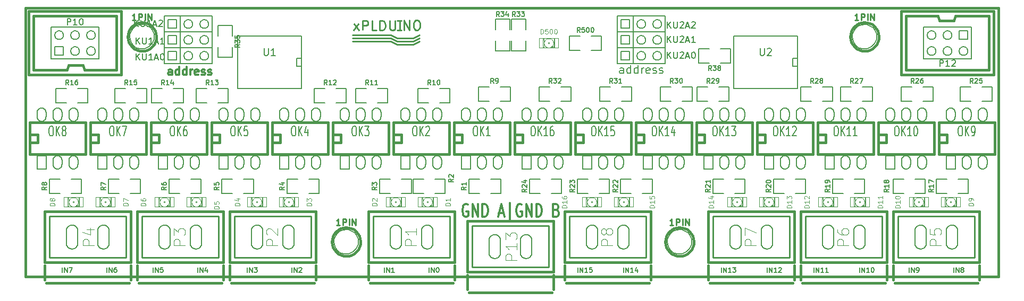
<source format=gto>
G04 (created by PCBNEW-RS274X (2012-01-19 BZR 3256)-stable) date mar. 15 mai 2012 18:10:56 CEST*
G01*
G70*
G90*
%MOIN*%
G04 Gerber Fmt 3.4, Leading zero omitted, Abs format*
%FSLAX34Y34*%
G04 APERTURE LIST*
%ADD10C,0.006000*%
%ADD11C,0.012000*%
%ADD12C,0.007100*%
%ADD13C,0.007500*%
%ADD14C,0.015000*%
%ADD15C,0.005000*%
%ADD16C,0.002600*%
%ADD17C,0.004000*%
%ADD18C,0.009400*%
%ADD19C,0.008000*%
%ADD20C,0.010000*%
%ADD21C,0.003500*%
G04 APERTURE END LIST*
G54D10*
G54D11*
X38881Y-49002D02*
X38881Y-48740D01*
X38858Y-48693D01*
X38810Y-48669D01*
X38715Y-48669D01*
X38667Y-48693D01*
X38881Y-48979D02*
X38834Y-49002D01*
X38715Y-49002D01*
X38667Y-48979D01*
X38643Y-48931D01*
X38643Y-48883D01*
X38667Y-48836D01*
X38715Y-48812D01*
X38834Y-48812D01*
X38881Y-48788D01*
X39333Y-49002D02*
X39333Y-48502D01*
X39333Y-48979D02*
X39286Y-49002D01*
X39190Y-49002D01*
X39143Y-48979D01*
X39119Y-48955D01*
X39095Y-48907D01*
X39095Y-48764D01*
X39119Y-48717D01*
X39143Y-48693D01*
X39190Y-48669D01*
X39286Y-48669D01*
X39333Y-48693D01*
X39785Y-49002D02*
X39785Y-48502D01*
X39785Y-48979D02*
X39738Y-49002D01*
X39642Y-49002D01*
X39595Y-48979D01*
X39571Y-48955D01*
X39547Y-48907D01*
X39547Y-48764D01*
X39571Y-48717D01*
X39595Y-48693D01*
X39642Y-48669D01*
X39738Y-48669D01*
X39785Y-48693D01*
X40023Y-49002D02*
X40023Y-48669D01*
X40023Y-48764D02*
X40047Y-48717D01*
X40071Y-48693D01*
X40118Y-48669D01*
X40166Y-48669D01*
X40524Y-48979D02*
X40476Y-49002D01*
X40381Y-49002D01*
X40333Y-48979D01*
X40309Y-48931D01*
X40309Y-48740D01*
X40333Y-48693D01*
X40381Y-48669D01*
X40476Y-48669D01*
X40524Y-48693D01*
X40547Y-48740D01*
X40547Y-48788D01*
X40309Y-48836D01*
X40738Y-48979D02*
X40786Y-49002D01*
X40881Y-49002D01*
X40929Y-48979D01*
X40953Y-48931D01*
X40953Y-48907D01*
X40929Y-48860D01*
X40881Y-48836D01*
X40810Y-48836D01*
X40762Y-48812D01*
X40738Y-48764D01*
X40738Y-48740D01*
X40762Y-48693D01*
X40810Y-48669D01*
X40881Y-48669D01*
X40929Y-48693D01*
X41143Y-48979D02*
X41191Y-49002D01*
X41286Y-49002D01*
X41334Y-48979D01*
X41358Y-48931D01*
X41358Y-48907D01*
X41334Y-48860D01*
X41286Y-48836D01*
X41215Y-48836D01*
X41167Y-48812D01*
X41143Y-48764D01*
X41143Y-48740D01*
X41167Y-48693D01*
X41215Y-48669D01*
X41286Y-48669D01*
X41334Y-48693D01*
G54D12*
X67181Y-48902D02*
X67181Y-48640D01*
X67158Y-48593D01*
X67110Y-48569D01*
X67015Y-48569D01*
X66967Y-48593D01*
X67181Y-48879D02*
X67134Y-48902D01*
X67015Y-48902D01*
X66967Y-48879D01*
X66943Y-48831D01*
X66943Y-48783D01*
X66967Y-48736D01*
X67015Y-48712D01*
X67134Y-48712D01*
X67181Y-48688D01*
X67633Y-48902D02*
X67633Y-48402D01*
X67633Y-48879D02*
X67586Y-48902D01*
X67490Y-48902D01*
X67443Y-48879D01*
X67419Y-48855D01*
X67395Y-48807D01*
X67395Y-48664D01*
X67419Y-48617D01*
X67443Y-48593D01*
X67490Y-48569D01*
X67586Y-48569D01*
X67633Y-48593D01*
X68085Y-48902D02*
X68085Y-48402D01*
X68085Y-48879D02*
X68038Y-48902D01*
X67942Y-48902D01*
X67895Y-48879D01*
X67871Y-48855D01*
X67847Y-48807D01*
X67847Y-48664D01*
X67871Y-48617D01*
X67895Y-48593D01*
X67942Y-48569D01*
X68038Y-48569D01*
X68085Y-48593D01*
X68323Y-48902D02*
X68323Y-48569D01*
X68323Y-48664D02*
X68347Y-48617D01*
X68371Y-48593D01*
X68418Y-48569D01*
X68466Y-48569D01*
X68824Y-48879D02*
X68776Y-48902D01*
X68681Y-48902D01*
X68633Y-48879D01*
X68609Y-48831D01*
X68609Y-48640D01*
X68633Y-48593D01*
X68681Y-48569D01*
X68776Y-48569D01*
X68824Y-48593D01*
X68847Y-48640D01*
X68847Y-48688D01*
X68609Y-48736D01*
X69038Y-48879D02*
X69086Y-48902D01*
X69181Y-48902D01*
X69229Y-48879D01*
X69253Y-48831D01*
X69253Y-48807D01*
X69229Y-48760D01*
X69181Y-48736D01*
X69110Y-48736D01*
X69062Y-48712D01*
X69038Y-48664D01*
X69038Y-48640D01*
X69062Y-48593D01*
X69110Y-48569D01*
X69181Y-48569D01*
X69229Y-48593D01*
X69443Y-48879D02*
X69491Y-48902D01*
X69586Y-48902D01*
X69634Y-48879D01*
X69658Y-48831D01*
X69658Y-48807D01*
X69634Y-48760D01*
X69586Y-48736D01*
X69515Y-48736D01*
X69467Y-48712D01*
X69443Y-48664D01*
X69443Y-48640D01*
X69467Y-48593D01*
X69515Y-48569D01*
X69586Y-48569D01*
X69634Y-48593D01*
G54D13*
X64326Y-61421D02*
X64326Y-61121D01*
X64469Y-61421D02*
X64469Y-61121D01*
X64641Y-61421D01*
X64641Y-61121D01*
X64941Y-61421D02*
X64769Y-61421D01*
X64855Y-61421D02*
X64855Y-61121D01*
X64826Y-61164D01*
X64798Y-61193D01*
X64769Y-61207D01*
X65212Y-61121D02*
X65069Y-61121D01*
X65055Y-61264D01*
X65069Y-61250D01*
X65098Y-61236D01*
X65169Y-61236D01*
X65198Y-61250D01*
X65212Y-61264D01*
X65227Y-61293D01*
X65227Y-61364D01*
X65212Y-61393D01*
X65198Y-61407D01*
X65169Y-61421D01*
X65098Y-61421D01*
X65069Y-61407D01*
X65055Y-61393D01*
X67187Y-61421D02*
X67187Y-61121D01*
X67330Y-61421D02*
X67330Y-61121D01*
X67502Y-61421D01*
X67502Y-61121D01*
X67802Y-61421D02*
X67630Y-61421D01*
X67716Y-61421D02*
X67716Y-61121D01*
X67687Y-61164D01*
X67659Y-61193D01*
X67630Y-61207D01*
X68059Y-61221D02*
X68059Y-61421D01*
X67988Y-61107D02*
X67916Y-61321D01*
X68102Y-61321D01*
X31998Y-61421D02*
X31998Y-61121D01*
X32141Y-61421D02*
X32141Y-61121D01*
X32313Y-61421D01*
X32313Y-61121D01*
X32427Y-61121D02*
X32627Y-61121D01*
X32498Y-61421D01*
X34802Y-61421D02*
X34802Y-61121D01*
X34945Y-61421D02*
X34945Y-61121D01*
X35117Y-61421D01*
X35117Y-61121D01*
X35388Y-61121D02*
X35331Y-61121D01*
X35302Y-61136D01*
X35288Y-61150D01*
X35259Y-61193D01*
X35245Y-61250D01*
X35245Y-61364D01*
X35259Y-61393D01*
X35274Y-61407D01*
X35302Y-61421D01*
X35359Y-61421D01*
X35388Y-61407D01*
X35402Y-61393D01*
X35417Y-61364D01*
X35417Y-61293D01*
X35402Y-61264D01*
X35388Y-61250D01*
X35359Y-61236D01*
X35302Y-61236D01*
X35274Y-61250D01*
X35259Y-61264D01*
X35245Y-61293D01*
X37698Y-61421D02*
X37698Y-61121D01*
X37841Y-61421D02*
X37841Y-61121D01*
X38013Y-61421D01*
X38013Y-61121D01*
X38298Y-61121D02*
X38155Y-61121D01*
X38141Y-61264D01*
X38155Y-61250D01*
X38184Y-61236D01*
X38255Y-61236D01*
X38284Y-61250D01*
X38298Y-61264D01*
X38313Y-61293D01*
X38313Y-61364D01*
X38298Y-61393D01*
X38284Y-61407D01*
X38255Y-61421D01*
X38184Y-61421D01*
X38155Y-61407D01*
X38141Y-61393D01*
X40502Y-61421D02*
X40502Y-61121D01*
X40645Y-61421D02*
X40645Y-61121D01*
X40817Y-61421D01*
X40817Y-61121D01*
X41088Y-61221D02*
X41088Y-61421D01*
X41017Y-61107D02*
X40945Y-61321D01*
X41131Y-61321D01*
X73326Y-61421D02*
X73326Y-61121D01*
X73469Y-61421D02*
X73469Y-61121D01*
X73641Y-61421D01*
X73641Y-61121D01*
X73941Y-61421D02*
X73769Y-61421D01*
X73855Y-61421D02*
X73855Y-61121D01*
X73826Y-61164D01*
X73798Y-61193D01*
X73769Y-61207D01*
X74041Y-61121D02*
X74227Y-61121D01*
X74127Y-61236D01*
X74169Y-61236D01*
X74198Y-61250D01*
X74212Y-61264D01*
X74227Y-61293D01*
X74227Y-61364D01*
X74212Y-61393D01*
X74198Y-61407D01*
X74169Y-61421D01*
X74084Y-61421D01*
X74055Y-61407D01*
X74041Y-61393D01*
X76187Y-61421D02*
X76187Y-61121D01*
X76330Y-61421D02*
X76330Y-61121D01*
X76502Y-61421D01*
X76502Y-61121D01*
X76802Y-61421D02*
X76630Y-61421D01*
X76716Y-61421D02*
X76716Y-61121D01*
X76687Y-61164D01*
X76659Y-61193D01*
X76630Y-61207D01*
X76916Y-61150D02*
X76930Y-61136D01*
X76959Y-61121D01*
X77030Y-61121D01*
X77059Y-61136D01*
X77073Y-61150D01*
X77088Y-61179D01*
X77088Y-61207D01*
X77073Y-61250D01*
X76902Y-61421D01*
X77088Y-61421D01*
X79126Y-61421D02*
X79126Y-61121D01*
X79269Y-61421D02*
X79269Y-61121D01*
X79441Y-61421D01*
X79441Y-61121D01*
X79741Y-61421D02*
X79569Y-61421D01*
X79655Y-61421D02*
X79655Y-61121D01*
X79626Y-61164D01*
X79598Y-61193D01*
X79569Y-61207D01*
X80027Y-61421D02*
X79855Y-61421D01*
X79941Y-61421D02*
X79941Y-61121D01*
X79912Y-61164D01*
X79884Y-61193D01*
X79855Y-61207D01*
X81987Y-61421D02*
X81987Y-61121D01*
X82130Y-61421D02*
X82130Y-61121D01*
X82302Y-61421D01*
X82302Y-61121D01*
X82602Y-61421D02*
X82430Y-61421D01*
X82516Y-61421D02*
X82516Y-61121D01*
X82487Y-61164D01*
X82459Y-61193D01*
X82430Y-61207D01*
X82788Y-61121D02*
X82816Y-61121D01*
X82845Y-61136D01*
X82859Y-61150D01*
X82873Y-61179D01*
X82888Y-61236D01*
X82888Y-61307D01*
X82873Y-61364D01*
X82859Y-61393D01*
X82845Y-61407D01*
X82816Y-61421D01*
X82788Y-61421D01*
X82759Y-61407D01*
X82745Y-61393D01*
X82730Y-61364D01*
X82716Y-61307D01*
X82716Y-61236D01*
X82730Y-61179D01*
X82745Y-61150D01*
X82759Y-61136D01*
X82788Y-61121D01*
X85098Y-61421D02*
X85098Y-61121D01*
X85241Y-61421D02*
X85241Y-61121D01*
X85413Y-61421D01*
X85413Y-61121D01*
X85570Y-61421D02*
X85627Y-61421D01*
X85655Y-61407D01*
X85670Y-61393D01*
X85698Y-61350D01*
X85713Y-61293D01*
X85713Y-61179D01*
X85698Y-61150D01*
X85684Y-61136D01*
X85655Y-61121D01*
X85598Y-61121D01*
X85570Y-61136D01*
X85555Y-61150D01*
X85541Y-61179D01*
X85541Y-61250D01*
X85555Y-61279D01*
X85570Y-61293D01*
X85598Y-61307D01*
X85655Y-61307D01*
X85684Y-61293D01*
X85698Y-61279D01*
X85713Y-61250D01*
X87902Y-61421D02*
X87902Y-61121D01*
X88045Y-61421D02*
X88045Y-61121D01*
X88217Y-61421D01*
X88217Y-61121D01*
X88402Y-61250D02*
X88374Y-61236D01*
X88359Y-61221D01*
X88345Y-61193D01*
X88345Y-61179D01*
X88359Y-61150D01*
X88374Y-61136D01*
X88402Y-61121D01*
X88459Y-61121D01*
X88488Y-61136D01*
X88502Y-61150D01*
X88517Y-61179D01*
X88517Y-61193D01*
X88502Y-61221D01*
X88488Y-61236D01*
X88459Y-61250D01*
X88402Y-61250D01*
X88374Y-61264D01*
X88359Y-61279D01*
X88345Y-61307D01*
X88345Y-61364D01*
X88359Y-61393D01*
X88374Y-61407D01*
X88402Y-61421D01*
X88459Y-61421D01*
X88488Y-61407D01*
X88502Y-61393D01*
X88517Y-61364D01*
X88517Y-61307D01*
X88502Y-61279D01*
X88488Y-61264D01*
X88459Y-61250D01*
X43598Y-61421D02*
X43598Y-61121D01*
X43741Y-61421D02*
X43741Y-61121D01*
X43913Y-61421D01*
X43913Y-61121D01*
X44027Y-61121D02*
X44213Y-61121D01*
X44113Y-61236D01*
X44155Y-61236D01*
X44184Y-61250D01*
X44198Y-61264D01*
X44213Y-61293D01*
X44213Y-61364D01*
X44198Y-61393D01*
X44184Y-61407D01*
X44155Y-61421D01*
X44070Y-61421D01*
X44041Y-61407D01*
X44027Y-61393D01*
X46402Y-61421D02*
X46402Y-61121D01*
X46545Y-61421D02*
X46545Y-61121D01*
X46717Y-61421D01*
X46717Y-61121D01*
X46845Y-61150D02*
X46859Y-61136D01*
X46888Y-61121D01*
X46959Y-61121D01*
X46988Y-61136D01*
X47002Y-61150D01*
X47017Y-61179D01*
X47017Y-61207D01*
X47002Y-61250D01*
X46831Y-61421D01*
X47017Y-61421D01*
X52198Y-61421D02*
X52198Y-61121D01*
X52341Y-61421D02*
X52341Y-61121D01*
X52513Y-61421D01*
X52513Y-61121D01*
X52813Y-61421D02*
X52641Y-61421D01*
X52727Y-61421D02*
X52727Y-61121D01*
X52698Y-61164D01*
X52670Y-61193D01*
X52641Y-61207D01*
X55002Y-61421D02*
X55002Y-61121D01*
X55145Y-61421D02*
X55145Y-61121D01*
X55317Y-61421D01*
X55317Y-61121D01*
X55517Y-61121D02*
X55545Y-61121D01*
X55574Y-61136D01*
X55588Y-61150D01*
X55602Y-61179D01*
X55617Y-61236D01*
X55617Y-61307D01*
X55602Y-61364D01*
X55588Y-61393D01*
X55574Y-61407D01*
X55545Y-61421D01*
X55517Y-61421D01*
X55488Y-61407D01*
X55474Y-61393D01*
X55459Y-61364D01*
X55445Y-61307D01*
X55445Y-61236D01*
X55459Y-61179D01*
X55474Y-61150D01*
X55488Y-61136D01*
X55517Y-61121D01*
G54D11*
X57429Y-57162D02*
X57372Y-57124D01*
X57286Y-57124D01*
X57201Y-57162D01*
X57143Y-57238D01*
X57115Y-57314D01*
X57086Y-57467D01*
X57086Y-57581D01*
X57115Y-57733D01*
X57143Y-57810D01*
X57201Y-57886D01*
X57286Y-57924D01*
X57343Y-57924D01*
X57429Y-57886D01*
X57458Y-57848D01*
X57458Y-57581D01*
X57343Y-57581D01*
X57715Y-57924D02*
X57715Y-57124D01*
X58058Y-57924D01*
X58058Y-57124D01*
X58344Y-57924D02*
X58344Y-57124D01*
X58487Y-57124D01*
X58572Y-57162D01*
X58630Y-57238D01*
X58658Y-57314D01*
X58687Y-57467D01*
X58687Y-57581D01*
X58658Y-57733D01*
X58630Y-57810D01*
X58572Y-57886D01*
X58487Y-57924D01*
X58344Y-57924D01*
X59372Y-57695D02*
X59658Y-57695D01*
X59315Y-57924D02*
X59515Y-57124D01*
X59715Y-57924D01*
X60058Y-58190D02*
X60058Y-57048D01*
X60800Y-57162D02*
X60743Y-57124D01*
X60657Y-57124D01*
X60572Y-57162D01*
X60514Y-57238D01*
X60486Y-57314D01*
X60457Y-57467D01*
X60457Y-57581D01*
X60486Y-57733D01*
X60514Y-57810D01*
X60572Y-57886D01*
X60657Y-57924D01*
X60714Y-57924D01*
X60800Y-57886D01*
X60829Y-57848D01*
X60829Y-57581D01*
X60714Y-57581D01*
X61086Y-57924D02*
X61086Y-57124D01*
X61429Y-57924D01*
X61429Y-57124D01*
X61715Y-57924D02*
X61715Y-57124D01*
X61858Y-57124D01*
X61943Y-57162D01*
X62001Y-57238D01*
X62029Y-57314D01*
X62058Y-57467D01*
X62058Y-57581D01*
X62029Y-57733D01*
X62001Y-57810D01*
X61943Y-57886D01*
X61858Y-57924D01*
X61715Y-57924D01*
X62972Y-57505D02*
X63058Y-57543D01*
X63086Y-57581D01*
X63115Y-57657D01*
X63115Y-57771D01*
X63086Y-57848D01*
X63058Y-57886D01*
X63000Y-57924D01*
X62772Y-57924D01*
X62772Y-57124D01*
X62972Y-57124D01*
X63029Y-57162D01*
X63058Y-57200D01*
X63086Y-57276D01*
X63086Y-57352D01*
X63058Y-57429D01*
X63029Y-57467D01*
X62972Y-57505D01*
X62772Y-57505D01*
G54D14*
X90700Y-61700D02*
X90700Y-44800D01*
X29700Y-61700D02*
X90700Y-61700D01*
X29700Y-44800D02*
X29700Y-61700D01*
X90700Y-44800D02*
X29700Y-44800D01*
G54D10*
X66800Y-48300D02*
X66800Y-47300D01*
X66800Y-47300D02*
X69800Y-47300D01*
X69800Y-47300D02*
X69800Y-48300D01*
X69800Y-48300D02*
X66800Y-48300D01*
X67800Y-47300D02*
X67800Y-48300D01*
X66800Y-47300D02*
X66800Y-46300D01*
X66800Y-46300D02*
X69800Y-46300D01*
X69800Y-46300D02*
X69800Y-47300D01*
X69800Y-47300D02*
X66800Y-47300D01*
X67800Y-46300D02*
X67800Y-47300D01*
X66800Y-46300D02*
X66800Y-45300D01*
X66800Y-45300D02*
X69800Y-45300D01*
X69800Y-45300D02*
X69800Y-46300D01*
X69800Y-46300D02*
X66800Y-46300D01*
X67800Y-45300D02*
X67800Y-46300D01*
G54D15*
X73900Y-48250D02*
X73900Y-47350D01*
X73900Y-47350D02*
X73250Y-47350D01*
X72550Y-48250D02*
X71900Y-48250D01*
X71900Y-48250D02*
X71900Y-47350D01*
X71900Y-47350D02*
X72550Y-47350D01*
X73250Y-48250D02*
X73900Y-48250D01*
G54D14*
X60350Y-52000D02*
X63850Y-52000D01*
X63850Y-52000D02*
X63850Y-54000D01*
X63850Y-54000D02*
X60350Y-54000D01*
X60350Y-54000D02*
X60350Y-52000D01*
X60350Y-52750D02*
X60850Y-52750D01*
X60850Y-52750D02*
X60850Y-53250D01*
X60850Y-53250D02*
X60350Y-53250D01*
X64150Y-52000D02*
X67650Y-52000D01*
X67650Y-52000D02*
X67650Y-54000D01*
X67650Y-54000D02*
X64150Y-54000D01*
X64150Y-54000D02*
X64150Y-52000D01*
X64150Y-52750D02*
X64650Y-52750D01*
X64650Y-52750D02*
X64650Y-53250D01*
X64650Y-53250D02*
X64150Y-53250D01*
X67950Y-52000D02*
X71450Y-52000D01*
X71450Y-52000D02*
X71450Y-54000D01*
X71450Y-54000D02*
X67950Y-54000D01*
X67950Y-54000D02*
X67950Y-52000D01*
X67950Y-52750D02*
X68450Y-52750D01*
X68450Y-52750D02*
X68450Y-53250D01*
X68450Y-53250D02*
X67950Y-53250D01*
X71750Y-52000D02*
X75250Y-52000D01*
X75250Y-52000D02*
X75250Y-54000D01*
X75250Y-54000D02*
X71750Y-54000D01*
X71750Y-54000D02*
X71750Y-52000D01*
X71750Y-52750D02*
X72250Y-52750D01*
X72250Y-52750D02*
X72250Y-53250D01*
X72250Y-53250D02*
X71750Y-53250D01*
X75550Y-52000D02*
X79050Y-52000D01*
X79050Y-52000D02*
X79050Y-54000D01*
X79050Y-54000D02*
X75550Y-54000D01*
X75550Y-54000D02*
X75550Y-52000D01*
X75550Y-52750D02*
X76050Y-52750D01*
X76050Y-52750D02*
X76050Y-53250D01*
X76050Y-53250D02*
X75550Y-53250D01*
X79350Y-52000D02*
X82850Y-52000D01*
X82850Y-52000D02*
X82850Y-54000D01*
X82850Y-54000D02*
X79350Y-54000D01*
X79350Y-54000D02*
X79350Y-52000D01*
X79350Y-52750D02*
X79850Y-52750D01*
X79850Y-52750D02*
X79850Y-53250D01*
X79850Y-53250D02*
X79350Y-53250D01*
X83150Y-52000D02*
X86650Y-52000D01*
X86650Y-52000D02*
X86650Y-54000D01*
X86650Y-54000D02*
X83150Y-54000D01*
X83150Y-54000D02*
X83150Y-52000D01*
X83150Y-52750D02*
X83650Y-52750D01*
X83650Y-52750D02*
X83650Y-53250D01*
X83650Y-53250D02*
X83150Y-53250D01*
X86950Y-52000D02*
X90450Y-52000D01*
X90450Y-52000D02*
X90450Y-54000D01*
X90450Y-54000D02*
X86950Y-54000D01*
X86950Y-54000D02*
X86950Y-52000D01*
X86950Y-52750D02*
X87450Y-52750D01*
X87450Y-52750D02*
X87450Y-53250D01*
X87450Y-53250D02*
X86950Y-53250D01*
G54D15*
X63900Y-50650D02*
X63900Y-49750D01*
X63900Y-49750D02*
X63250Y-49750D01*
X62550Y-50650D02*
X61900Y-50650D01*
X61900Y-50650D02*
X61900Y-49750D01*
X61900Y-49750D02*
X62550Y-49750D01*
X63250Y-50650D02*
X63900Y-50650D01*
X67700Y-50650D02*
X67700Y-49750D01*
X67700Y-49750D02*
X67050Y-49750D01*
X66350Y-50650D02*
X65700Y-50650D01*
X65700Y-50650D02*
X65700Y-49750D01*
X65700Y-49750D02*
X66350Y-49750D01*
X67050Y-50650D02*
X67700Y-50650D01*
X71500Y-50650D02*
X71500Y-49750D01*
X71500Y-49750D02*
X70850Y-49750D01*
X70150Y-50650D02*
X69500Y-50650D01*
X69500Y-50650D02*
X69500Y-49750D01*
X69500Y-49750D02*
X70150Y-49750D01*
X70850Y-50650D02*
X71500Y-50650D01*
X71800Y-49750D02*
X71800Y-50650D01*
X71800Y-50650D02*
X72450Y-50650D01*
X73150Y-49750D02*
X73800Y-49750D01*
X73800Y-49750D02*
X73800Y-50650D01*
X73800Y-50650D02*
X73150Y-50650D01*
X72450Y-49750D02*
X71800Y-49750D01*
X80300Y-50650D02*
X80300Y-49750D01*
X80300Y-49750D02*
X79650Y-49750D01*
X78950Y-50650D02*
X78300Y-50650D01*
X78300Y-50650D02*
X78300Y-49750D01*
X78300Y-49750D02*
X78950Y-49750D01*
X79650Y-50650D02*
X80300Y-50650D01*
X82800Y-50650D02*
X82800Y-49750D01*
X82800Y-49750D02*
X82150Y-49750D01*
X81450Y-50650D02*
X80800Y-50650D01*
X80800Y-50650D02*
X80800Y-49750D01*
X80800Y-49750D02*
X81450Y-49750D01*
X82150Y-50650D02*
X82800Y-50650D01*
X86600Y-50650D02*
X86600Y-49750D01*
X86600Y-49750D02*
X85950Y-49750D01*
X85250Y-50650D02*
X84600Y-50650D01*
X84600Y-50650D02*
X84600Y-49750D01*
X84600Y-49750D02*
X85250Y-49750D01*
X85950Y-50650D02*
X86600Y-50650D01*
X90300Y-50650D02*
X90300Y-49750D01*
X90300Y-49750D02*
X89650Y-49750D01*
X88950Y-50650D02*
X88300Y-50650D01*
X88300Y-50650D02*
X88300Y-49750D01*
X88300Y-49750D02*
X88950Y-49750D01*
X89650Y-50650D02*
X90300Y-50650D01*
X63300Y-56450D02*
X63300Y-55550D01*
X63300Y-55550D02*
X62650Y-55550D01*
X61950Y-56450D02*
X61300Y-56450D01*
X61300Y-56450D02*
X61300Y-55550D01*
X61300Y-55550D02*
X61950Y-55550D01*
X62650Y-56450D02*
X63300Y-56450D01*
X66300Y-56450D02*
X66300Y-55550D01*
X66300Y-55550D02*
X65650Y-55550D01*
X64950Y-56450D02*
X64300Y-56450D01*
X64300Y-56450D02*
X64300Y-55550D01*
X64300Y-55550D02*
X64950Y-55550D01*
X65650Y-56450D02*
X66300Y-56450D01*
X69000Y-56450D02*
X69000Y-55550D01*
X69000Y-55550D02*
X68350Y-55550D01*
X67650Y-56450D02*
X67000Y-56450D01*
X67000Y-56450D02*
X67000Y-55550D01*
X67000Y-55550D02*
X67650Y-55550D01*
X68350Y-56450D02*
X69000Y-56450D01*
X74800Y-56450D02*
X74800Y-55550D01*
X74800Y-55550D02*
X74150Y-55550D01*
X73450Y-56450D02*
X72800Y-56450D01*
X72800Y-56450D02*
X72800Y-55550D01*
X72800Y-55550D02*
X73450Y-55550D01*
X74150Y-56450D02*
X74800Y-56450D01*
X78600Y-56450D02*
X78600Y-55550D01*
X78600Y-55550D02*
X77950Y-55550D01*
X77250Y-56450D02*
X76600Y-56450D01*
X76600Y-56450D02*
X76600Y-55550D01*
X76600Y-55550D02*
X77250Y-55550D01*
X77950Y-56450D02*
X78600Y-56450D01*
X82300Y-56450D02*
X82300Y-55550D01*
X82300Y-55550D02*
X81650Y-55550D01*
X80950Y-56450D02*
X80300Y-56450D01*
X80300Y-56450D02*
X80300Y-55550D01*
X80300Y-55550D02*
X80950Y-55550D01*
X81650Y-56450D02*
X82300Y-56450D01*
X86100Y-56450D02*
X86100Y-55550D01*
X86100Y-55550D02*
X85450Y-55550D01*
X84750Y-56450D02*
X84100Y-56450D01*
X84100Y-56450D02*
X84100Y-55550D01*
X84100Y-55550D02*
X84750Y-55550D01*
X85450Y-56450D02*
X86100Y-56450D01*
X88800Y-56450D02*
X88800Y-55550D01*
X88800Y-55550D02*
X88150Y-55550D01*
X87450Y-56450D02*
X86800Y-56450D01*
X86800Y-56450D02*
X86800Y-55550D01*
X86800Y-55550D02*
X87450Y-55550D01*
X88150Y-56450D02*
X88800Y-56450D01*
X56000Y-56450D02*
X56000Y-55550D01*
X56000Y-55550D02*
X55350Y-55550D01*
X54650Y-56450D02*
X54000Y-56450D01*
X54000Y-56450D02*
X54000Y-55550D01*
X54000Y-55550D02*
X54650Y-55550D01*
X55350Y-56450D02*
X56000Y-56450D01*
X57500Y-55550D02*
X57500Y-56450D01*
X57500Y-56450D02*
X58150Y-56450D01*
X58850Y-55550D02*
X59500Y-55550D01*
X59500Y-55550D02*
X59500Y-56450D01*
X59500Y-56450D02*
X58850Y-56450D01*
X58150Y-55550D02*
X57500Y-55550D01*
G54D14*
X29950Y-52000D02*
X33450Y-52000D01*
X33450Y-52000D02*
X33450Y-54000D01*
X33450Y-54000D02*
X29950Y-54000D01*
X29950Y-54000D02*
X29950Y-52000D01*
X29950Y-52750D02*
X30450Y-52750D01*
X30450Y-52750D02*
X30450Y-53250D01*
X30450Y-53250D02*
X29950Y-53250D01*
X33750Y-52000D02*
X37250Y-52000D01*
X37250Y-52000D02*
X37250Y-54000D01*
X37250Y-54000D02*
X33750Y-54000D01*
X33750Y-54000D02*
X33750Y-52000D01*
X33750Y-52750D02*
X34250Y-52750D01*
X34250Y-52750D02*
X34250Y-53250D01*
X34250Y-53250D02*
X33750Y-53250D01*
X37550Y-52000D02*
X41050Y-52000D01*
X41050Y-52000D02*
X41050Y-54000D01*
X41050Y-54000D02*
X37550Y-54000D01*
X37550Y-54000D02*
X37550Y-52000D01*
X37550Y-52750D02*
X38050Y-52750D01*
X38050Y-52750D02*
X38050Y-53250D01*
X38050Y-53250D02*
X37550Y-53250D01*
X41350Y-52000D02*
X44850Y-52000D01*
X44850Y-52000D02*
X44850Y-54000D01*
X44850Y-54000D02*
X41350Y-54000D01*
X41350Y-54000D02*
X41350Y-52000D01*
X41350Y-52750D02*
X41850Y-52750D01*
X41850Y-52750D02*
X41850Y-53250D01*
X41850Y-53250D02*
X41350Y-53250D01*
X45150Y-52000D02*
X48650Y-52000D01*
X48650Y-52000D02*
X48650Y-54000D01*
X48650Y-54000D02*
X45150Y-54000D01*
X45150Y-54000D02*
X45150Y-52000D01*
X45150Y-52750D02*
X45650Y-52750D01*
X45650Y-52750D02*
X45650Y-53250D01*
X45650Y-53250D02*
X45150Y-53250D01*
X48950Y-52000D02*
X52450Y-52000D01*
X52450Y-52000D02*
X52450Y-54000D01*
X52450Y-54000D02*
X48950Y-54000D01*
X48950Y-54000D02*
X48950Y-52000D01*
X48950Y-52750D02*
X49450Y-52750D01*
X49450Y-52750D02*
X49450Y-53250D01*
X49450Y-53250D02*
X48950Y-53250D01*
X52750Y-52000D02*
X56250Y-52000D01*
X56250Y-52000D02*
X56250Y-54000D01*
X56250Y-54000D02*
X52750Y-54000D01*
X52750Y-54000D02*
X52750Y-52000D01*
X52750Y-52750D02*
X53250Y-52750D01*
X53250Y-52750D02*
X53250Y-53250D01*
X53250Y-53250D02*
X52750Y-53250D01*
X56550Y-52000D02*
X60050Y-52000D01*
X60050Y-52000D02*
X60050Y-54000D01*
X60050Y-54000D02*
X56550Y-54000D01*
X56550Y-54000D02*
X56550Y-52000D01*
X56550Y-52750D02*
X57050Y-52750D01*
X57050Y-52750D02*
X57050Y-53250D01*
X57050Y-53250D02*
X56550Y-53250D01*
G54D15*
X51900Y-55550D02*
X51900Y-56450D01*
X51900Y-56450D02*
X52550Y-56450D01*
X53250Y-55550D02*
X53900Y-55550D01*
X53900Y-55550D02*
X53900Y-56450D01*
X53900Y-56450D02*
X53250Y-56450D01*
X52550Y-55550D02*
X51900Y-55550D01*
X46100Y-55550D02*
X46100Y-56450D01*
X46100Y-56450D02*
X46750Y-56450D01*
X47450Y-55550D02*
X48100Y-55550D01*
X48100Y-55550D02*
X48100Y-56450D01*
X48100Y-56450D02*
X47450Y-56450D01*
X46750Y-55550D02*
X46100Y-55550D01*
X42000Y-55550D02*
X42000Y-56450D01*
X42000Y-56450D02*
X42650Y-56450D01*
X43350Y-55550D02*
X44000Y-55550D01*
X44000Y-55550D02*
X44000Y-56450D01*
X44000Y-56450D02*
X43350Y-56450D01*
X42650Y-55550D02*
X42000Y-55550D01*
X38700Y-55550D02*
X38700Y-56450D01*
X38700Y-56450D02*
X39350Y-56450D01*
X40050Y-55550D02*
X40700Y-55550D01*
X40700Y-55550D02*
X40700Y-56450D01*
X40700Y-56450D02*
X40050Y-56450D01*
X39350Y-55550D02*
X38700Y-55550D01*
X36900Y-56450D02*
X36900Y-55550D01*
X36900Y-55550D02*
X36250Y-55550D01*
X35550Y-56450D02*
X34900Y-56450D01*
X34900Y-56450D02*
X34900Y-55550D01*
X34900Y-55550D02*
X35550Y-55550D01*
X36250Y-56450D02*
X36900Y-56450D01*
X33200Y-56450D02*
X33200Y-55550D01*
X33200Y-55550D02*
X32550Y-55550D01*
X31850Y-56450D02*
X31200Y-56450D01*
X31200Y-56450D02*
X31200Y-55550D01*
X31200Y-55550D02*
X31850Y-55550D01*
X32550Y-56450D02*
X33200Y-56450D01*
X60100Y-50650D02*
X60100Y-49750D01*
X60100Y-49750D02*
X59450Y-49750D01*
X58750Y-50650D02*
X58100Y-50650D01*
X58100Y-50650D02*
X58100Y-49750D01*
X58100Y-49750D02*
X58750Y-49750D01*
X59450Y-50650D02*
X60100Y-50650D01*
X56300Y-50750D02*
X56300Y-49850D01*
X56300Y-49850D02*
X55650Y-49850D01*
X54950Y-50750D02*
X54300Y-50750D01*
X54300Y-50750D02*
X54300Y-49850D01*
X54300Y-49850D02*
X54950Y-49850D01*
X55650Y-50750D02*
X56300Y-50750D01*
X52400Y-50750D02*
X52400Y-49850D01*
X52400Y-49850D02*
X51750Y-49850D01*
X51050Y-50750D02*
X50400Y-50750D01*
X50400Y-50750D02*
X50400Y-49850D01*
X50400Y-49850D02*
X51050Y-49850D01*
X51750Y-50750D02*
X52400Y-50750D01*
X49800Y-50750D02*
X49800Y-49850D01*
X49800Y-49850D02*
X49150Y-49850D01*
X48450Y-50750D02*
X47800Y-50750D01*
X47800Y-50750D02*
X47800Y-49850D01*
X47800Y-49850D02*
X48450Y-49850D01*
X49150Y-50750D02*
X49800Y-50750D01*
X40400Y-49850D02*
X40400Y-50750D01*
X40400Y-50750D02*
X41050Y-50750D01*
X41750Y-49850D02*
X42400Y-49850D01*
X42400Y-49850D02*
X42400Y-50750D01*
X42400Y-50750D02*
X41750Y-50750D01*
X41050Y-49850D02*
X40400Y-49850D01*
X37600Y-49850D02*
X37600Y-50750D01*
X37600Y-50750D02*
X38250Y-50750D01*
X38950Y-49850D02*
X39600Y-49850D01*
X39600Y-49850D02*
X39600Y-50750D01*
X39600Y-50750D02*
X38950Y-50750D01*
X38250Y-49850D02*
X37600Y-49850D01*
X37300Y-50750D02*
X37300Y-49850D01*
X37300Y-49850D02*
X36650Y-49850D01*
X35950Y-50750D02*
X35300Y-50750D01*
X35300Y-50750D02*
X35300Y-49850D01*
X35300Y-49850D02*
X35950Y-49850D01*
X36650Y-50750D02*
X37300Y-50750D01*
X33600Y-50750D02*
X33600Y-49850D01*
X33600Y-49850D02*
X32950Y-49850D01*
X32250Y-50750D02*
X31600Y-50750D01*
X31600Y-50750D02*
X31600Y-49850D01*
X31600Y-49850D02*
X32250Y-49850D01*
X32950Y-50750D02*
X33600Y-50750D01*
G54D16*
X40361Y-57039D02*
X40439Y-57039D01*
X40439Y-57039D02*
X40439Y-56961D01*
X40361Y-56961D02*
X40439Y-56961D01*
X40361Y-57039D02*
X40361Y-56961D01*
X40577Y-57275D02*
X40714Y-57275D01*
X40714Y-57275D02*
X40714Y-57177D01*
X40577Y-57177D02*
X40714Y-57177D01*
X40577Y-57275D02*
X40577Y-57177D01*
X40714Y-57275D02*
X40754Y-57275D01*
X40754Y-57275D02*
X40754Y-56804D01*
X40714Y-56804D02*
X40754Y-56804D01*
X40714Y-57275D02*
X40714Y-56804D01*
X40714Y-56784D02*
X40754Y-56784D01*
X40754Y-56784D02*
X40754Y-56725D01*
X40714Y-56725D02*
X40754Y-56725D01*
X40714Y-56784D02*
X40714Y-56725D01*
X40046Y-57275D02*
X40086Y-57275D01*
X40086Y-57275D02*
X40086Y-56804D01*
X40046Y-56804D02*
X40086Y-56804D01*
X40046Y-57275D02*
X40046Y-56804D01*
X40046Y-56784D02*
X40086Y-56784D01*
X40086Y-56784D02*
X40086Y-56725D01*
X40046Y-56725D02*
X40086Y-56725D01*
X40046Y-56784D02*
X40046Y-56725D01*
X40577Y-57275D02*
X40636Y-57275D01*
X40636Y-57275D02*
X40636Y-57177D01*
X40577Y-57177D02*
X40636Y-57177D01*
X40577Y-57275D02*
X40577Y-57177D01*
G54D17*
X41010Y-57295D02*
X39790Y-57295D01*
X39790Y-57295D02*
X39790Y-56705D01*
X39790Y-56705D02*
X41010Y-56705D01*
X41010Y-56705D02*
X41010Y-57295D01*
X40186Y-57196D02*
X40204Y-57214D01*
X40223Y-57230D01*
X40244Y-57245D01*
X40266Y-57257D01*
X40289Y-57268D01*
X40313Y-57277D01*
X40337Y-57283D01*
X40362Y-57288D01*
X40387Y-57290D01*
X40412Y-57290D01*
X40437Y-57288D01*
X40462Y-57284D01*
X40487Y-57277D01*
X40510Y-57269D01*
X40533Y-57258D01*
X40555Y-57245D01*
X40576Y-57231D01*
X40596Y-57214D01*
X40614Y-57196D01*
X40615Y-57195D01*
X40185Y-56805D02*
X40169Y-56824D01*
X40155Y-56845D01*
X40142Y-56867D01*
X40131Y-56890D01*
X40123Y-56914D01*
X40116Y-56939D01*
X40112Y-56964D01*
X40110Y-56989D01*
X40110Y-57013D01*
X40112Y-57038D01*
X40117Y-57063D01*
X40123Y-57088D01*
X40132Y-57112D01*
X40143Y-57135D01*
X40156Y-57157D01*
X40170Y-57177D01*
X40185Y-57195D01*
X40614Y-56804D02*
X40596Y-56786D01*
X40577Y-56770D01*
X40556Y-56755D01*
X40534Y-56743D01*
X40511Y-56732D01*
X40487Y-56723D01*
X40463Y-56717D01*
X40438Y-56712D01*
X40413Y-56710D01*
X40388Y-56710D01*
X40363Y-56712D01*
X40338Y-56716D01*
X40313Y-56723D01*
X40290Y-56731D01*
X40267Y-56742D01*
X40245Y-56755D01*
X40224Y-56769D01*
X40204Y-56786D01*
X40186Y-56804D01*
X40185Y-56805D01*
X40615Y-57195D02*
X40631Y-57176D01*
X40645Y-57155D01*
X40658Y-57133D01*
X40669Y-57110D01*
X40677Y-57086D01*
X40684Y-57061D01*
X40688Y-57036D01*
X40690Y-57011D01*
X40690Y-56987D01*
X40688Y-56962D01*
X40683Y-56937D01*
X40677Y-56912D01*
X40668Y-56888D01*
X40657Y-56865D01*
X40644Y-56843D01*
X40630Y-56823D01*
X40615Y-56805D01*
G54D16*
X38361Y-57039D02*
X38439Y-57039D01*
X38439Y-57039D02*
X38439Y-56961D01*
X38361Y-56961D02*
X38439Y-56961D01*
X38361Y-57039D02*
X38361Y-56961D01*
X38577Y-57275D02*
X38714Y-57275D01*
X38714Y-57275D02*
X38714Y-57177D01*
X38577Y-57177D02*
X38714Y-57177D01*
X38577Y-57275D02*
X38577Y-57177D01*
X38714Y-57275D02*
X38754Y-57275D01*
X38754Y-57275D02*
X38754Y-56804D01*
X38714Y-56804D02*
X38754Y-56804D01*
X38714Y-57275D02*
X38714Y-56804D01*
X38714Y-56784D02*
X38754Y-56784D01*
X38754Y-56784D02*
X38754Y-56725D01*
X38714Y-56725D02*
X38754Y-56725D01*
X38714Y-56784D02*
X38714Y-56725D01*
X38046Y-57275D02*
X38086Y-57275D01*
X38086Y-57275D02*
X38086Y-56804D01*
X38046Y-56804D02*
X38086Y-56804D01*
X38046Y-57275D02*
X38046Y-56804D01*
X38046Y-56784D02*
X38086Y-56784D01*
X38086Y-56784D02*
X38086Y-56725D01*
X38046Y-56725D02*
X38086Y-56725D01*
X38046Y-56784D02*
X38046Y-56725D01*
X38577Y-57275D02*
X38636Y-57275D01*
X38636Y-57275D02*
X38636Y-57177D01*
X38577Y-57177D02*
X38636Y-57177D01*
X38577Y-57275D02*
X38577Y-57177D01*
G54D17*
X39010Y-57295D02*
X37790Y-57295D01*
X37790Y-57295D02*
X37790Y-56705D01*
X37790Y-56705D02*
X39010Y-56705D01*
X39010Y-56705D02*
X39010Y-57295D01*
X38186Y-57196D02*
X38204Y-57214D01*
X38223Y-57230D01*
X38244Y-57245D01*
X38266Y-57257D01*
X38289Y-57268D01*
X38313Y-57277D01*
X38337Y-57283D01*
X38362Y-57288D01*
X38387Y-57290D01*
X38412Y-57290D01*
X38437Y-57288D01*
X38462Y-57284D01*
X38487Y-57277D01*
X38510Y-57269D01*
X38533Y-57258D01*
X38555Y-57245D01*
X38576Y-57231D01*
X38596Y-57214D01*
X38614Y-57196D01*
X38615Y-57195D01*
X38185Y-56805D02*
X38169Y-56824D01*
X38155Y-56845D01*
X38142Y-56867D01*
X38131Y-56890D01*
X38123Y-56914D01*
X38116Y-56939D01*
X38112Y-56964D01*
X38110Y-56989D01*
X38110Y-57013D01*
X38112Y-57038D01*
X38117Y-57063D01*
X38123Y-57088D01*
X38132Y-57112D01*
X38143Y-57135D01*
X38156Y-57157D01*
X38170Y-57177D01*
X38185Y-57195D01*
X38614Y-56804D02*
X38596Y-56786D01*
X38577Y-56770D01*
X38556Y-56755D01*
X38534Y-56743D01*
X38511Y-56732D01*
X38487Y-56723D01*
X38463Y-56717D01*
X38438Y-56712D01*
X38413Y-56710D01*
X38388Y-56710D01*
X38363Y-56712D01*
X38338Y-56716D01*
X38313Y-56723D01*
X38290Y-56731D01*
X38267Y-56742D01*
X38245Y-56755D01*
X38224Y-56769D01*
X38204Y-56786D01*
X38186Y-56804D01*
X38185Y-56805D01*
X38615Y-57195D02*
X38631Y-57176D01*
X38645Y-57155D01*
X38658Y-57133D01*
X38669Y-57110D01*
X38677Y-57086D01*
X38684Y-57061D01*
X38688Y-57036D01*
X38690Y-57011D01*
X38690Y-56987D01*
X38688Y-56962D01*
X38683Y-56937D01*
X38677Y-56912D01*
X38668Y-56888D01*
X38657Y-56865D01*
X38644Y-56843D01*
X38630Y-56823D01*
X38615Y-56805D01*
G54D16*
X34661Y-57039D02*
X34739Y-57039D01*
X34739Y-57039D02*
X34739Y-56961D01*
X34661Y-56961D02*
X34739Y-56961D01*
X34661Y-57039D02*
X34661Y-56961D01*
X34877Y-57275D02*
X35014Y-57275D01*
X35014Y-57275D02*
X35014Y-57177D01*
X34877Y-57177D02*
X35014Y-57177D01*
X34877Y-57275D02*
X34877Y-57177D01*
X35014Y-57275D02*
X35054Y-57275D01*
X35054Y-57275D02*
X35054Y-56804D01*
X35014Y-56804D02*
X35054Y-56804D01*
X35014Y-57275D02*
X35014Y-56804D01*
X35014Y-56784D02*
X35054Y-56784D01*
X35054Y-56784D02*
X35054Y-56725D01*
X35014Y-56725D02*
X35054Y-56725D01*
X35014Y-56784D02*
X35014Y-56725D01*
X34346Y-57275D02*
X34386Y-57275D01*
X34386Y-57275D02*
X34386Y-56804D01*
X34346Y-56804D02*
X34386Y-56804D01*
X34346Y-57275D02*
X34346Y-56804D01*
X34346Y-56784D02*
X34386Y-56784D01*
X34386Y-56784D02*
X34386Y-56725D01*
X34346Y-56725D02*
X34386Y-56725D01*
X34346Y-56784D02*
X34346Y-56725D01*
X34877Y-57275D02*
X34936Y-57275D01*
X34936Y-57275D02*
X34936Y-57177D01*
X34877Y-57177D02*
X34936Y-57177D01*
X34877Y-57275D02*
X34877Y-57177D01*
G54D17*
X35310Y-57295D02*
X34090Y-57295D01*
X34090Y-57295D02*
X34090Y-56705D01*
X34090Y-56705D02*
X35310Y-56705D01*
X35310Y-56705D02*
X35310Y-57295D01*
X34486Y-57196D02*
X34504Y-57214D01*
X34523Y-57230D01*
X34544Y-57245D01*
X34566Y-57257D01*
X34589Y-57268D01*
X34613Y-57277D01*
X34637Y-57283D01*
X34662Y-57288D01*
X34687Y-57290D01*
X34712Y-57290D01*
X34737Y-57288D01*
X34762Y-57284D01*
X34787Y-57277D01*
X34810Y-57269D01*
X34833Y-57258D01*
X34855Y-57245D01*
X34876Y-57231D01*
X34896Y-57214D01*
X34914Y-57196D01*
X34915Y-57195D01*
X34485Y-56805D02*
X34469Y-56824D01*
X34455Y-56845D01*
X34442Y-56867D01*
X34431Y-56890D01*
X34423Y-56914D01*
X34416Y-56939D01*
X34412Y-56964D01*
X34410Y-56989D01*
X34410Y-57013D01*
X34412Y-57038D01*
X34417Y-57063D01*
X34423Y-57088D01*
X34432Y-57112D01*
X34443Y-57135D01*
X34456Y-57157D01*
X34470Y-57177D01*
X34485Y-57195D01*
X34914Y-56804D02*
X34896Y-56786D01*
X34877Y-56770D01*
X34856Y-56755D01*
X34834Y-56743D01*
X34811Y-56732D01*
X34787Y-56723D01*
X34763Y-56717D01*
X34738Y-56712D01*
X34713Y-56710D01*
X34688Y-56710D01*
X34663Y-56712D01*
X34638Y-56716D01*
X34613Y-56723D01*
X34590Y-56731D01*
X34567Y-56742D01*
X34545Y-56755D01*
X34524Y-56769D01*
X34504Y-56786D01*
X34486Y-56804D01*
X34485Y-56805D01*
X34915Y-57195D02*
X34931Y-57176D01*
X34945Y-57155D01*
X34958Y-57133D01*
X34969Y-57110D01*
X34977Y-57086D01*
X34984Y-57061D01*
X34988Y-57036D01*
X34990Y-57011D01*
X34990Y-56987D01*
X34988Y-56962D01*
X34983Y-56937D01*
X34977Y-56912D01*
X34968Y-56888D01*
X34957Y-56865D01*
X34944Y-56843D01*
X34930Y-56823D01*
X34915Y-56805D01*
G54D16*
X32661Y-57039D02*
X32739Y-57039D01*
X32739Y-57039D02*
X32739Y-56961D01*
X32661Y-56961D02*
X32739Y-56961D01*
X32661Y-57039D02*
X32661Y-56961D01*
X32877Y-57275D02*
X33014Y-57275D01*
X33014Y-57275D02*
X33014Y-57177D01*
X32877Y-57177D02*
X33014Y-57177D01*
X32877Y-57275D02*
X32877Y-57177D01*
X33014Y-57275D02*
X33054Y-57275D01*
X33054Y-57275D02*
X33054Y-56804D01*
X33014Y-56804D02*
X33054Y-56804D01*
X33014Y-57275D02*
X33014Y-56804D01*
X33014Y-56784D02*
X33054Y-56784D01*
X33054Y-56784D02*
X33054Y-56725D01*
X33014Y-56725D02*
X33054Y-56725D01*
X33014Y-56784D02*
X33014Y-56725D01*
X32346Y-57275D02*
X32386Y-57275D01*
X32386Y-57275D02*
X32386Y-56804D01*
X32346Y-56804D02*
X32386Y-56804D01*
X32346Y-57275D02*
X32346Y-56804D01*
X32346Y-56784D02*
X32386Y-56784D01*
X32386Y-56784D02*
X32386Y-56725D01*
X32346Y-56725D02*
X32386Y-56725D01*
X32346Y-56784D02*
X32346Y-56725D01*
X32877Y-57275D02*
X32936Y-57275D01*
X32936Y-57275D02*
X32936Y-57177D01*
X32877Y-57177D02*
X32936Y-57177D01*
X32877Y-57275D02*
X32877Y-57177D01*
G54D17*
X33310Y-57295D02*
X32090Y-57295D01*
X32090Y-57295D02*
X32090Y-56705D01*
X32090Y-56705D02*
X33310Y-56705D01*
X33310Y-56705D02*
X33310Y-57295D01*
X32486Y-57196D02*
X32504Y-57214D01*
X32523Y-57230D01*
X32544Y-57245D01*
X32566Y-57257D01*
X32589Y-57268D01*
X32613Y-57277D01*
X32637Y-57283D01*
X32662Y-57288D01*
X32687Y-57290D01*
X32712Y-57290D01*
X32737Y-57288D01*
X32762Y-57284D01*
X32787Y-57277D01*
X32810Y-57269D01*
X32833Y-57258D01*
X32855Y-57245D01*
X32876Y-57231D01*
X32896Y-57214D01*
X32914Y-57196D01*
X32915Y-57195D01*
X32485Y-56805D02*
X32469Y-56824D01*
X32455Y-56845D01*
X32442Y-56867D01*
X32431Y-56890D01*
X32423Y-56914D01*
X32416Y-56939D01*
X32412Y-56964D01*
X32410Y-56989D01*
X32410Y-57013D01*
X32412Y-57038D01*
X32417Y-57063D01*
X32423Y-57088D01*
X32432Y-57112D01*
X32443Y-57135D01*
X32456Y-57157D01*
X32470Y-57177D01*
X32485Y-57195D01*
X32914Y-56804D02*
X32896Y-56786D01*
X32877Y-56770D01*
X32856Y-56755D01*
X32834Y-56743D01*
X32811Y-56732D01*
X32787Y-56723D01*
X32763Y-56717D01*
X32738Y-56712D01*
X32713Y-56710D01*
X32688Y-56710D01*
X32663Y-56712D01*
X32638Y-56716D01*
X32613Y-56723D01*
X32590Y-56731D01*
X32567Y-56742D01*
X32545Y-56755D01*
X32524Y-56769D01*
X32504Y-56786D01*
X32486Y-56804D01*
X32485Y-56805D01*
X32915Y-57195D02*
X32931Y-57176D01*
X32945Y-57155D01*
X32958Y-57133D01*
X32969Y-57110D01*
X32977Y-57086D01*
X32984Y-57061D01*
X32988Y-57036D01*
X32990Y-57011D01*
X32990Y-56987D01*
X32988Y-56962D01*
X32983Y-56937D01*
X32977Y-56912D01*
X32968Y-56888D01*
X32957Y-56865D01*
X32944Y-56843D01*
X32930Y-56823D01*
X32915Y-56805D01*
G54D14*
X56600Y-61000D02*
X56600Y-61900D01*
X51200Y-61000D02*
X51200Y-61900D01*
X51300Y-62100D02*
X56500Y-62100D01*
G54D18*
X51500Y-57900D02*
X56200Y-57900D01*
X56200Y-57900D02*
X56300Y-57900D01*
X56300Y-57900D02*
X56300Y-60500D01*
X56300Y-60500D02*
X51500Y-60500D01*
X51500Y-60500D02*
X51500Y-57900D01*
G54D14*
X51200Y-57600D02*
X51200Y-60800D01*
X56600Y-57600D02*
X56600Y-60800D01*
X53900Y-57600D02*
X56600Y-57600D01*
X56600Y-60800D02*
X51200Y-60800D01*
X51200Y-57600D02*
X53900Y-57600D01*
X47900Y-61000D02*
X47900Y-61900D01*
X42500Y-61000D02*
X42500Y-61900D01*
X42600Y-62100D02*
X47800Y-62100D01*
G54D18*
X42800Y-57900D02*
X47500Y-57900D01*
X47500Y-57900D02*
X47600Y-57900D01*
X47600Y-57900D02*
X47600Y-60500D01*
X47600Y-60500D02*
X42800Y-60500D01*
X42800Y-60500D02*
X42800Y-57900D01*
G54D14*
X42500Y-57600D02*
X42500Y-60800D01*
X47900Y-57600D02*
X47900Y-60800D01*
X45200Y-57600D02*
X47900Y-57600D01*
X47900Y-60800D02*
X42500Y-60800D01*
X42500Y-57600D02*
X45200Y-57600D01*
X42100Y-61000D02*
X42100Y-61900D01*
X36700Y-61000D02*
X36700Y-61900D01*
X36800Y-62100D02*
X42000Y-62100D01*
G54D18*
X37000Y-57900D02*
X41700Y-57900D01*
X41700Y-57900D02*
X41800Y-57900D01*
X41800Y-57900D02*
X41800Y-60500D01*
X41800Y-60500D02*
X37000Y-60500D01*
X37000Y-60500D02*
X37000Y-57900D01*
G54D14*
X36700Y-57600D02*
X36700Y-60800D01*
X42100Y-57600D02*
X42100Y-60800D01*
X39400Y-57600D02*
X42100Y-57600D01*
X42100Y-60800D02*
X36700Y-60800D01*
X36700Y-57600D02*
X39400Y-57600D01*
X36300Y-61000D02*
X36300Y-61900D01*
X30900Y-61000D02*
X30900Y-61900D01*
X31000Y-62100D02*
X36200Y-62100D01*
G54D18*
X31200Y-57900D02*
X35900Y-57900D01*
X35900Y-57900D02*
X36000Y-57900D01*
X36000Y-57900D02*
X36000Y-60500D01*
X36000Y-60500D02*
X31200Y-60500D01*
X31200Y-60500D02*
X31200Y-57900D01*
G54D14*
X30900Y-57600D02*
X30900Y-60800D01*
X36300Y-57600D02*
X36300Y-60800D01*
X33600Y-57600D02*
X36300Y-57600D01*
X36300Y-60800D02*
X30900Y-60800D01*
X30900Y-57600D02*
X33600Y-57600D01*
X89500Y-61000D02*
X89500Y-61900D01*
X84100Y-61000D02*
X84100Y-61900D01*
X84200Y-62100D02*
X89400Y-62100D01*
G54D18*
X84400Y-57900D02*
X89100Y-57900D01*
X89100Y-57900D02*
X89200Y-57900D01*
X89200Y-57900D02*
X89200Y-60500D01*
X89200Y-60500D02*
X84400Y-60500D01*
X84400Y-60500D02*
X84400Y-57900D01*
G54D14*
X84100Y-57600D02*
X84100Y-60800D01*
X89500Y-57600D02*
X89500Y-60800D01*
X86800Y-57600D02*
X89500Y-57600D01*
X89500Y-60800D02*
X84100Y-60800D01*
X84100Y-57600D02*
X86800Y-57600D01*
X83700Y-61000D02*
X83700Y-61900D01*
X78300Y-61000D02*
X78300Y-61900D01*
X78400Y-62100D02*
X83600Y-62100D01*
G54D18*
X78600Y-57900D02*
X83300Y-57900D01*
X83300Y-57900D02*
X83400Y-57900D01*
X83400Y-57900D02*
X83400Y-60500D01*
X83400Y-60500D02*
X78600Y-60500D01*
X78600Y-60500D02*
X78600Y-57900D01*
G54D14*
X78300Y-57600D02*
X78300Y-60800D01*
X83700Y-57600D02*
X83700Y-60800D01*
X81000Y-57600D02*
X83700Y-57600D01*
X83700Y-60800D02*
X78300Y-60800D01*
X78300Y-57600D02*
X81000Y-57600D01*
X77900Y-61000D02*
X77900Y-61900D01*
X72500Y-61000D02*
X72500Y-61900D01*
X72600Y-62100D02*
X77800Y-62100D01*
G54D18*
X72800Y-57900D02*
X77500Y-57900D01*
X77500Y-57900D02*
X77600Y-57900D01*
X77600Y-57900D02*
X77600Y-60500D01*
X77600Y-60500D02*
X72800Y-60500D01*
X72800Y-60500D02*
X72800Y-57900D01*
G54D14*
X72500Y-57600D02*
X72500Y-60800D01*
X77900Y-57600D02*
X77900Y-60800D01*
X75200Y-57600D02*
X77900Y-57600D01*
X77900Y-60800D02*
X72500Y-60800D01*
X72500Y-57600D02*
X75200Y-57600D01*
X68900Y-61000D02*
X68900Y-61900D01*
X63500Y-61000D02*
X63500Y-61900D01*
X63600Y-62100D02*
X68800Y-62100D01*
G54D18*
X63800Y-57900D02*
X68500Y-57900D01*
X68500Y-57900D02*
X68600Y-57900D01*
X68600Y-57900D02*
X68600Y-60500D01*
X68600Y-60500D02*
X63800Y-60500D01*
X63800Y-60500D02*
X63800Y-57900D01*
G54D14*
X63500Y-57600D02*
X63500Y-60800D01*
X68900Y-57600D02*
X68900Y-60800D01*
X66200Y-57600D02*
X68900Y-57600D01*
X68900Y-60800D02*
X63500Y-60800D01*
X63500Y-57600D02*
X66200Y-57600D01*
G54D16*
X54861Y-57039D02*
X54939Y-57039D01*
X54939Y-57039D02*
X54939Y-56961D01*
X54861Y-56961D02*
X54939Y-56961D01*
X54861Y-57039D02*
X54861Y-56961D01*
X55077Y-57275D02*
X55214Y-57275D01*
X55214Y-57275D02*
X55214Y-57177D01*
X55077Y-57177D02*
X55214Y-57177D01*
X55077Y-57275D02*
X55077Y-57177D01*
X55214Y-57275D02*
X55254Y-57275D01*
X55254Y-57275D02*
X55254Y-56804D01*
X55214Y-56804D02*
X55254Y-56804D01*
X55214Y-57275D02*
X55214Y-56804D01*
X55214Y-56784D02*
X55254Y-56784D01*
X55254Y-56784D02*
X55254Y-56725D01*
X55214Y-56725D02*
X55254Y-56725D01*
X55214Y-56784D02*
X55214Y-56725D01*
X54546Y-57275D02*
X54586Y-57275D01*
X54586Y-57275D02*
X54586Y-56804D01*
X54546Y-56804D02*
X54586Y-56804D01*
X54546Y-57275D02*
X54546Y-56804D01*
X54546Y-56784D02*
X54586Y-56784D01*
X54586Y-56784D02*
X54586Y-56725D01*
X54546Y-56725D02*
X54586Y-56725D01*
X54546Y-56784D02*
X54546Y-56725D01*
X55077Y-57275D02*
X55136Y-57275D01*
X55136Y-57275D02*
X55136Y-57177D01*
X55077Y-57177D02*
X55136Y-57177D01*
X55077Y-57275D02*
X55077Y-57177D01*
G54D17*
X55510Y-57295D02*
X54290Y-57295D01*
X54290Y-57295D02*
X54290Y-56705D01*
X54290Y-56705D02*
X55510Y-56705D01*
X55510Y-56705D02*
X55510Y-57295D01*
X54686Y-57196D02*
X54704Y-57214D01*
X54723Y-57230D01*
X54744Y-57245D01*
X54766Y-57257D01*
X54789Y-57268D01*
X54813Y-57277D01*
X54837Y-57283D01*
X54862Y-57288D01*
X54887Y-57290D01*
X54912Y-57290D01*
X54937Y-57288D01*
X54962Y-57284D01*
X54987Y-57277D01*
X55010Y-57269D01*
X55033Y-57258D01*
X55055Y-57245D01*
X55076Y-57231D01*
X55096Y-57214D01*
X55114Y-57196D01*
X55115Y-57195D01*
X54685Y-56805D02*
X54669Y-56824D01*
X54655Y-56845D01*
X54642Y-56867D01*
X54631Y-56890D01*
X54623Y-56914D01*
X54616Y-56939D01*
X54612Y-56964D01*
X54610Y-56989D01*
X54610Y-57013D01*
X54612Y-57038D01*
X54617Y-57063D01*
X54623Y-57088D01*
X54632Y-57112D01*
X54643Y-57135D01*
X54656Y-57157D01*
X54670Y-57177D01*
X54685Y-57195D01*
X55114Y-56804D02*
X55096Y-56786D01*
X55077Y-56770D01*
X55056Y-56755D01*
X55034Y-56743D01*
X55011Y-56732D01*
X54987Y-56723D01*
X54963Y-56717D01*
X54938Y-56712D01*
X54913Y-56710D01*
X54888Y-56710D01*
X54863Y-56712D01*
X54838Y-56716D01*
X54813Y-56723D01*
X54790Y-56731D01*
X54767Y-56742D01*
X54745Y-56755D01*
X54724Y-56769D01*
X54704Y-56786D01*
X54686Y-56804D01*
X54685Y-56805D01*
X55115Y-57195D02*
X55131Y-57176D01*
X55145Y-57155D01*
X55158Y-57133D01*
X55169Y-57110D01*
X55177Y-57086D01*
X55184Y-57061D01*
X55188Y-57036D01*
X55190Y-57011D01*
X55190Y-56987D01*
X55188Y-56962D01*
X55183Y-56937D01*
X55177Y-56912D01*
X55168Y-56888D01*
X55157Y-56865D01*
X55144Y-56843D01*
X55130Y-56823D01*
X55115Y-56805D01*
G54D16*
X52861Y-57039D02*
X52939Y-57039D01*
X52939Y-57039D02*
X52939Y-56961D01*
X52861Y-56961D02*
X52939Y-56961D01*
X52861Y-57039D02*
X52861Y-56961D01*
X53077Y-57275D02*
X53214Y-57275D01*
X53214Y-57275D02*
X53214Y-57177D01*
X53077Y-57177D02*
X53214Y-57177D01*
X53077Y-57275D02*
X53077Y-57177D01*
X53214Y-57275D02*
X53254Y-57275D01*
X53254Y-57275D02*
X53254Y-56804D01*
X53214Y-56804D02*
X53254Y-56804D01*
X53214Y-57275D02*
X53214Y-56804D01*
X53214Y-56784D02*
X53254Y-56784D01*
X53254Y-56784D02*
X53254Y-56725D01*
X53214Y-56725D02*
X53254Y-56725D01*
X53214Y-56784D02*
X53214Y-56725D01*
X52546Y-57275D02*
X52586Y-57275D01*
X52586Y-57275D02*
X52586Y-56804D01*
X52546Y-56804D02*
X52586Y-56804D01*
X52546Y-57275D02*
X52546Y-56804D01*
X52546Y-56784D02*
X52586Y-56784D01*
X52586Y-56784D02*
X52586Y-56725D01*
X52546Y-56725D02*
X52586Y-56725D01*
X52546Y-56784D02*
X52546Y-56725D01*
X53077Y-57275D02*
X53136Y-57275D01*
X53136Y-57275D02*
X53136Y-57177D01*
X53077Y-57177D02*
X53136Y-57177D01*
X53077Y-57275D02*
X53077Y-57177D01*
G54D17*
X53510Y-57295D02*
X52290Y-57295D01*
X52290Y-57295D02*
X52290Y-56705D01*
X52290Y-56705D02*
X53510Y-56705D01*
X53510Y-56705D02*
X53510Y-57295D01*
X52686Y-57196D02*
X52704Y-57214D01*
X52723Y-57230D01*
X52744Y-57245D01*
X52766Y-57257D01*
X52789Y-57268D01*
X52813Y-57277D01*
X52837Y-57283D01*
X52862Y-57288D01*
X52887Y-57290D01*
X52912Y-57290D01*
X52937Y-57288D01*
X52962Y-57284D01*
X52987Y-57277D01*
X53010Y-57269D01*
X53033Y-57258D01*
X53055Y-57245D01*
X53076Y-57231D01*
X53096Y-57214D01*
X53114Y-57196D01*
X53115Y-57195D01*
X52685Y-56805D02*
X52669Y-56824D01*
X52655Y-56845D01*
X52642Y-56867D01*
X52631Y-56890D01*
X52623Y-56914D01*
X52616Y-56939D01*
X52612Y-56964D01*
X52610Y-56989D01*
X52610Y-57013D01*
X52612Y-57038D01*
X52617Y-57063D01*
X52623Y-57088D01*
X52632Y-57112D01*
X52643Y-57135D01*
X52656Y-57157D01*
X52670Y-57177D01*
X52685Y-57195D01*
X53114Y-56804D02*
X53096Y-56786D01*
X53077Y-56770D01*
X53056Y-56755D01*
X53034Y-56743D01*
X53011Y-56732D01*
X52987Y-56723D01*
X52963Y-56717D01*
X52938Y-56712D01*
X52913Y-56710D01*
X52888Y-56710D01*
X52863Y-56712D01*
X52838Y-56716D01*
X52813Y-56723D01*
X52790Y-56731D01*
X52767Y-56742D01*
X52745Y-56755D01*
X52724Y-56769D01*
X52704Y-56786D01*
X52686Y-56804D01*
X52685Y-56805D01*
X53115Y-57195D02*
X53131Y-57176D01*
X53145Y-57155D01*
X53158Y-57133D01*
X53169Y-57110D01*
X53177Y-57086D01*
X53184Y-57061D01*
X53188Y-57036D01*
X53190Y-57011D01*
X53190Y-56987D01*
X53188Y-56962D01*
X53183Y-56937D01*
X53177Y-56912D01*
X53168Y-56888D01*
X53157Y-56865D01*
X53144Y-56843D01*
X53130Y-56823D01*
X53115Y-56805D01*
G54D16*
X46161Y-57039D02*
X46239Y-57039D01*
X46239Y-57039D02*
X46239Y-56961D01*
X46161Y-56961D02*
X46239Y-56961D01*
X46161Y-57039D02*
X46161Y-56961D01*
X46377Y-57275D02*
X46514Y-57275D01*
X46514Y-57275D02*
X46514Y-57177D01*
X46377Y-57177D02*
X46514Y-57177D01*
X46377Y-57275D02*
X46377Y-57177D01*
X46514Y-57275D02*
X46554Y-57275D01*
X46554Y-57275D02*
X46554Y-56804D01*
X46514Y-56804D02*
X46554Y-56804D01*
X46514Y-57275D02*
X46514Y-56804D01*
X46514Y-56784D02*
X46554Y-56784D01*
X46554Y-56784D02*
X46554Y-56725D01*
X46514Y-56725D02*
X46554Y-56725D01*
X46514Y-56784D02*
X46514Y-56725D01*
X45846Y-57275D02*
X45886Y-57275D01*
X45886Y-57275D02*
X45886Y-56804D01*
X45846Y-56804D02*
X45886Y-56804D01*
X45846Y-57275D02*
X45846Y-56804D01*
X45846Y-56784D02*
X45886Y-56784D01*
X45886Y-56784D02*
X45886Y-56725D01*
X45846Y-56725D02*
X45886Y-56725D01*
X45846Y-56784D02*
X45846Y-56725D01*
X46377Y-57275D02*
X46436Y-57275D01*
X46436Y-57275D02*
X46436Y-57177D01*
X46377Y-57177D02*
X46436Y-57177D01*
X46377Y-57275D02*
X46377Y-57177D01*
G54D17*
X46810Y-57295D02*
X45590Y-57295D01*
X45590Y-57295D02*
X45590Y-56705D01*
X45590Y-56705D02*
X46810Y-56705D01*
X46810Y-56705D02*
X46810Y-57295D01*
X45986Y-57196D02*
X46004Y-57214D01*
X46023Y-57230D01*
X46044Y-57245D01*
X46066Y-57257D01*
X46089Y-57268D01*
X46113Y-57277D01*
X46137Y-57283D01*
X46162Y-57288D01*
X46187Y-57290D01*
X46212Y-57290D01*
X46237Y-57288D01*
X46262Y-57284D01*
X46287Y-57277D01*
X46310Y-57269D01*
X46333Y-57258D01*
X46355Y-57245D01*
X46376Y-57231D01*
X46396Y-57214D01*
X46414Y-57196D01*
X46415Y-57195D01*
X45985Y-56805D02*
X45969Y-56824D01*
X45955Y-56845D01*
X45942Y-56867D01*
X45931Y-56890D01*
X45923Y-56914D01*
X45916Y-56939D01*
X45912Y-56964D01*
X45910Y-56989D01*
X45910Y-57013D01*
X45912Y-57038D01*
X45917Y-57063D01*
X45923Y-57088D01*
X45932Y-57112D01*
X45943Y-57135D01*
X45956Y-57157D01*
X45970Y-57177D01*
X45985Y-57195D01*
X46414Y-56804D02*
X46396Y-56786D01*
X46377Y-56770D01*
X46356Y-56755D01*
X46334Y-56743D01*
X46311Y-56732D01*
X46287Y-56723D01*
X46263Y-56717D01*
X46238Y-56712D01*
X46213Y-56710D01*
X46188Y-56710D01*
X46163Y-56712D01*
X46138Y-56716D01*
X46113Y-56723D01*
X46090Y-56731D01*
X46067Y-56742D01*
X46045Y-56755D01*
X46024Y-56769D01*
X46004Y-56786D01*
X45986Y-56804D01*
X45985Y-56805D01*
X46415Y-57195D02*
X46431Y-57176D01*
X46445Y-57155D01*
X46458Y-57133D01*
X46469Y-57110D01*
X46477Y-57086D01*
X46484Y-57061D01*
X46488Y-57036D01*
X46490Y-57011D01*
X46490Y-56987D01*
X46488Y-56962D01*
X46483Y-56937D01*
X46477Y-56912D01*
X46468Y-56888D01*
X46457Y-56865D01*
X46444Y-56843D01*
X46430Y-56823D01*
X46415Y-56805D01*
G54D16*
X44161Y-57039D02*
X44239Y-57039D01*
X44239Y-57039D02*
X44239Y-56961D01*
X44161Y-56961D02*
X44239Y-56961D01*
X44161Y-57039D02*
X44161Y-56961D01*
X44377Y-57275D02*
X44514Y-57275D01*
X44514Y-57275D02*
X44514Y-57177D01*
X44377Y-57177D02*
X44514Y-57177D01*
X44377Y-57275D02*
X44377Y-57177D01*
X44514Y-57275D02*
X44554Y-57275D01*
X44554Y-57275D02*
X44554Y-56804D01*
X44514Y-56804D02*
X44554Y-56804D01*
X44514Y-57275D02*
X44514Y-56804D01*
X44514Y-56784D02*
X44554Y-56784D01*
X44554Y-56784D02*
X44554Y-56725D01*
X44514Y-56725D02*
X44554Y-56725D01*
X44514Y-56784D02*
X44514Y-56725D01*
X43846Y-57275D02*
X43886Y-57275D01*
X43886Y-57275D02*
X43886Y-56804D01*
X43846Y-56804D02*
X43886Y-56804D01*
X43846Y-57275D02*
X43846Y-56804D01*
X43846Y-56784D02*
X43886Y-56784D01*
X43886Y-56784D02*
X43886Y-56725D01*
X43846Y-56725D02*
X43886Y-56725D01*
X43846Y-56784D02*
X43846Y-56725D01*
X44377Y-57275D02*
X44436Y-57275D01*
X44436Y-57275D02*
X44436Y-57177D01*
X44377Y-57177D02*
X44436Y-57177D01*
X44377Y-57275D02*
X44377Y-57177D01*
G54D17*
X44810Y-57295D02*
X43590Y-57295D01*
X43590Y-57295D02*
X43590Y-56705D01*
X43590Y-56705D02*
X44810Y-56705D01*
X44810Y-56705D02*
X44810Y-57295D01*
X43986Y-57196D02*
X44004Y-57214D01*
X44023Y-57230D01*
X44044Y-57245D01*
X44066Y-57257D01*
X44089Y-57268D01*
X44113Y-57277D01*
X44137Y-57283D01*
X44162Y-57288D01*
X44187Y-57290D01*
X44212Y-57290D01*
X44237Y-57288D01*
X44262Y-57284D01*
X44287Y-57277D01*
X44310Y-57269D01*
X44333Y-57258D01*
X44355Y-57245D01*
X44376Y-57231D01*
X44396Y-57214D01*
X44414Y-57196D01*
X44415Y-57195D01*
X43985Y-56805D02*
X43969Y-56824D01*
X43955Y-56845D01*
X43942Y-56867D01*
X43931Y-56890D01*
X43923Y-56914D01*
X43916Y-56939D01*
X43912Y-56964D01*
X43910Y-56989D01*
X43910Y-57013D01*
X43912Y-57038D01*
X43917Y-57063D01*
X43923Y-57088D01*
X43932Y-57112D01*
X43943Y-57135D01*
X43956Y-57157D01*
X43970Y-57177D01*
X43985Y-57195D01*
X44414Y-56804D02*
X44396Y-56786D01*
X44377Y-56770D01*
X44356Y-56755D01*
X44334Y-56743D01*
X44311Y-56732D01*
X44287Y-56723D01*
X44263Y-56717D01*
X44238Y-56712D01*
X44213Y-56710D01*
X44188Y-56710D01*
X44163Y-56712D01*
X44138Y-56716D01*
X44113Y-56723D01*
X44090Y-56731D01*
X44067Y-56742D01*
X44045Y-56755D01*
X44024Y-56769D01*
X44004Y-56786D01*
X43986Y-56804D01*
X43985Y-56805D01*
X44415Y-57195D02*
X44431Y-57176D01*
X44445Y-57155D01*
X44458Y-57133D01*
X44469Y-57110D01*
X44477Y-57086D01*
X44484Y-57061D01*
X44488Y-57036D01*
X44490Y-57011D01*
X44490Y-56987D01*
X44488Y-56962D01*
X44483Y-56937D01*
X44477Y-56912D01*
X44468Y-56888D01*
X44457Y-56865D01*
X44444Y-56843D01*
X44430Y-56823D01*
X44415Y-56805D01*
G54D16*
X87661Y-57039D02*
X87739Y-57039D01*
X87739Y-57039D02*
X87739Y-56961D01*
X87661Y-56961D02*
X87739Y-56961D01*
X87661Y-57039D02*
X87661Y-56961D01*
X87877Y-57275D02*
X88014Y-57275D01*
X88014Y-57275D02*
X88014Y-57177D01*
X87877Y-57177D02*
X88014Y-57177D01*
X87877Y-57275D02*
X87877Y-57177D01*
X88014Y-57275D02*
X88054Y-57275D01*
X88054Y-57275D02*
X88054Y-56804D01*
X88014Y-56804D02*
X88054Y-56804D01*
X88014Y-57275D02*
X88014Y-56804D01*
X88014Y-56784D02*
X88054Y-56784D01*
X88054Y-56784D02*
X88054Y-56725D01*
X88014Y-56725D02*
X88054Y-56725D01*
X88014Y-56784D02*
X88014Y-56725D01*
X87346Y-57275D02*
X87386Y-57275D01*
X87386Y-57275D02*
X87386Y-56804D01*
X87346Y-56804D02*
X87386Y-56804D01*
X87346Y-57275D02*
X87346Y-56804D01*
X87346Y-56784D02*
X87386Y-56784D01*
X87386Y-56784D02*
X87386Y-56725D01*
X87346Y-56725D02*
X87386Y-56725D01*
X87346Y-56784D02*
X87346Y-56725D01*
X87877Y-57275D02*
X87936Y-57275D01*
X87936Y-57275D02*
X87936Y-57177D01*
X87877Y-57177D02*
X87936Y-57177D01*
X87877Y-57275D02*
X87877Y-57177D01*
G54D17*
X88310Y-57295D02*
X87090Y-57295D01*
X87090Y-57295D02*
X87090Y-56705D01*
X87090Y-56705D02*
X88310Y-56705D01*
X88310Y-56705D02*
X88310Y-57295D01*
X87486Y-57196D02*
X87504Y-57214D01*
X87523Y-57230D01*
X87544Y-57245D01*
X87566Y-57257D01*
X87589Y-57268D01*
X87613Y-57277D01*
X87637Y-57283D01*
X87662Y-57288D01*
X87687Y-57290D01*
X87712Y-57290D01*
X87737Y-57288D01*
X87762Y-57284D01*
X87787Y-57277D01*
X87810Y-57269D01*
X87833Y-57258D01*
X87855Y-57245D01*
X87876Y-57231D01*
X87896Y-57214D01*
X87914Y-57196D01*
X87915Y-57195D01*
X87485Y-56805D02*
X87469Y-56824D01*
X87455Y-56845D01*
X87442Y-56867D01*
X87431Y-56890D01*
X87423Y-56914D01*
X87416Y-56939D01*
X87412Y-56964D01*
X87410Y-56989D01*
X87410Y-57013D01*
X87412Y-57038D01*
X87417Y-57063D01*
X87423Y-57088D01*
X87432Y-57112D01*
X87443Y-57135D01*
X87456Y-57157D01*
X87470Y-57177D01*
X87485Y-57195D01*
X87914Y-56804D02*
X87896Y-56786D01*
X87877Y-56770D01*
X87856Y-56755D01*
X87834Y-56743D01*
X87811Y-56732D01*
X87787Y-56723D01*
X87763Y-56717D01*
X87738Y-56712D01*
X87713Y-56710D01*
X87688Y-56710D01*
X87663Y-56712D01*
X87638Y-56716D01*
X87613Y-56723D01*
X87590Y-56731D01*
X87567Y-56742D01*
X87545Y-56755D01*
X87524Y-56769D01*
X87504Y-56786D01*
X87486Y-56804D01*
X87485Y-56805D01*
X87915Y-57195D02*
X87931Y-57176D01*
X87945Y-57155D01*
X87958Y-57133D01*
X87969Y-57110D01*
X87977Y-57086D01*
X87984Y-57061D01*
X87988Y-57036D01*
X87990Y-57011D01*
X87990Y-56987D01*
X87988Y-56962D01*
X87983Y-56937D01*
X87977Y-56912D01*
X87968Y-56888D01*
X87957Y-56865D01*
X87944Y-56843D01*
X87930Y-56823D01*
X87915Y-56805D01*
G54D16*
X85661Y-57039D02*
X85739Y-57039D01*
X85739Y-57039D02*
X85739Y-56961D01*
X85661Y-56961D02*
X85739Y-56961D01*
X85661Y-57039D02*
X85661Y-56961D01*
X85877Y-57275D02*
X86014Y-57275D01*
X86014Y-57275D02*
X86014Y-57177D01*
X85877Y-57177D02*
X86014Y-57177D01*
X85877Y-57275D02*
X85877Y-57177D01*
X86014Y-57275D02*
X86054Y-57275D01*
X86054Y-57275D02*
X86054Y-56804D01*
X86014Y-56804D02*
X86054Y-56804D01*
X86014Y-57275D02*
X86014Y-56804D01*
X86014Y-56784D02*
X86054Y-56784D01*
X86054Y-56784D02*
X86054Y-56725D01*
X86014Y-56725D02*
X86054Y-56725D01*
X86014Y-56784D02*
X86014Y-56725D01*
X85346Y-57275D02*
X85386Y-57275D01*
X85386Y-57275D02*
X85386Y-56804D01*
X85346Y-56804D02*
X85386Y-56804D01*
X85346Y-57275D02*
X85346Y-56804D01*
X85346Y-56784D02*
X85386Y-56784D01*
X85386Y-56784D02*
X85386Y-56725D01*
X85346Y-56725D02*
X85386Y-56725D01*
X85346Y-56784D02*
X85346Y-56725D01*
X85877Y-57275D02*
X85936Y-57275D01*
X85936Y-57275D02*
X85936Y-57177D01*
X85877Y-57177D02*
X85936Y-57177D01*
X85877Y-57275D02*
X85877Y-57177D01*
G54D17*
X86310Y-57295D02*
X85090Y-57295D01*
X85090Y-57295D02*
X85090Y-56705D01*
X85090Y-56705D02*
X86310Y-56705D01*
X86310Y-56705D02*
X86310Y-57295D01*
X85486Y-57196D02*
X85504Y-57214D01*
X85523Y-57230D01*
X85544Y-57245D01*
X85566Y-57257D01*
X85589Y-57268D01*
X85613Y-57277D01*
X85637Y-57283D01*
X85662Y-57288D01*
X85687Y-57290D01*
X85712Y-57290D01*
X85737Y-57288D01*
X85762Y-57284D01*
X85787Y-57277D01*
X85810Y-57269D01*
X85833Y-57258D01*
X85855Y-57245D01*
X85876Y-57231D01*
X85896Y-57214D01*
X85914Y-57196D01*
X85915Y-57195D01*
X85485Y-56805D02*
X85469Y-56824D01*
X85455Y-56845D01*
X85442Y-56867D01*
X85431Y-56890D01*
X85423Y-56914D01*
X85416Y-56939D01*
X85412Y-56964D01*
X85410Y-56989D01*
X85410Y-57013D01*
X85412Y-57038D01*
X85417Y-57063D01*
X85423Y-57088D01*
X85432Y-57112D01*
X85443Y-57135D01*
X85456Y-57157D01*
X85470Y-57177D01*
X85485Y-57195D01*
X85914Y-56804D02*
X85896Y-56786D01*
X85877Y-56770D01*
X85856Y-56755D01*
X85834Y-56743D01*
X85811Y-56732D01*
X85787Y-56723D01*
X85763Y-56717D01*
X85738Y-56712D01*
X85713Y-56710D01*
X85688Y-56710D01*
X85663Y-56712D01*
X85638Y-56716D01*
X85613Y-56723D01*
X85590Y-56731D01*
X85567Y-56742D01*
X85545Y-56755D01*
X85524Y-56769D01*
X85504Y-56786D01*
X85486Y-56804D01*
X85485Y-56805D01*
X85915Y-57195D02*
X85931Y-57176D01*
X85945Y-57155D01*
X85958Y-57133D01*
X85969Y-57110D01*
X85977Y-57086D01*
X85984Y-57061D01*
X85988Y-57036D01*
X85990Y-57011D01*
X85990Y-56987D01*
X85988Y-56962D01*
X85983Y-56937D01*
X85977Y-56912D01*
X85968Y-56888D01*
X85957Y-56865D01*
X85944Y-56843D01*
X85930Y-56823D01*
X85915Y-56805D01*
G54D16*
X81961Y-57039D02*
X82039Y-57039D01*
X82039Y-57039D02*
X82039Y-56961D01*
X81961Y-56961D02*
X82039Y-56961D01*
X81961Y-57039D02*
X81961Y-56961D01*
X82177Y-57275D02*
X82314Y-57275D01*
X82314Y-57275D02*
X82314Y-57177D01*
X82177Y-57177D02*
X82314Y-57177D01*
X82177Y-57275D02*
X82177Y-57177D01*
X82314Y-57275D02*
X82354Y-57275D01*
X82354Y-57275D02*
X82354Y-56804D01*
X82314Y-56804D02*
X82354Y-56804D01*
X82314Y-57275D02*
X82314Y-56804D01*
X82314Y-56784D02*
X82354Y-56784D01*
X82354Y-56784D02*
X82354Y-56725D01*
X82314Y-56725D02*
X82354Y-56725D01*
X82314Y-56784D02*
X82314Y-56725D01*
X81646Y-57275D02*
X81686Y-57275D01*
X81686Y-57275D02*
X81686Y-56804D01*
X81646Y-56804D02*
X81686Y-56804D01*
X81646Y-57275D02*
X81646Y-56804D01*
X81646Y-56784D02*
X81686Y-56784D01*
X81686Y-56784D02*
X81686Y-56725D01*
X81646Y-56725D02*
X81686Y-56725D01*
X81646Y-56784D02*
X81646Y-56725D01*
X82177Y-57275D02*
X82236Y-57275D01*
X82236Y-57275D02*
X82236Y-57177D01*
X82177Y-57177D02*
X82236Y-57177D01*
X82177Y-57275D02*
X82177Y-57177D01*
G54D17*
X82610Y-57295D02*
X81390Y-57295D01*
X81390Y-57295D02*
X81390Y-56705D01*
X81390Y-56705D02*
X82610Y-56705D01*
X82610Y-56705D02*
X82610Y-57295D01*
X81786Y-57196D02*
X81804Y-57214D01*
X81823Y-57230D01*
X81844Y-57245D01*
X81866Y-57257D01*
X81889Y-57268D01*
X81913Y-57277D01*
X81937Y-57283D01*
X81962Y-57288D01*
X81987Y-57290D01*
X82012Y-57290D01*
X82037Y-57288D01*
X82062Y-57284D01*
X82087Y-57277D01*
X82110Y-57269D01*
X82133Y-57258D01*
X82155Y-57245D01*
X82176Y-57231D01*
X82196Y-57214D01*
X82214Y-57196D01*
X82215Y-57195D01*
X81785Y-56805D02*
X81769Y-56824D01*
X81755Y-56845D01*
X81742Y-56867D01*
X81731Y-56890D01*
X81723Y-56914D01*
X81716Y-56939D01*
X81712Y-56964D01*
X81710Y-56989D01*
X81710Y-57013D01*
X81712Y-57038D01*
X81717Y-57063D01*
X81723Y-57088D01*
X81732Y-57112D01*
X81743Y-57135D01*
X81756Y-57157D01*
X81770Y-57177D01*
X81785Y-57195D01*
X82214Y-56804D02*
X82196Y-56786D01*
X82177Y-56770D01*
X82156Y-56755D01*
X82134Y-56743D01*
X82111Y-56732D01*
X82087Y-56723D01*
X82063Y-56717D01*
X82038Y-56712D01*
X82013Y-56710D01*
X81988Y-56710D01*
X81963Y-56712D01*
X81938Y-56716D01*
X81913Y-56723D01*
X81890Y-56731D01*
X81867Y-56742D01*
X81845Y-56755D01*
X81824Y-56769D01*
X81804Y-56786D01*
X81786Y-56804D01*
X81785Y-56805D01*
X82215Y-57195D02*
X82231Y-57176D01*
X82245Y-57155D01*
X82258Y-57133D01*
X82269Y-57110D01*
X82277Y-57086D01*
X82284Y-57061D01*
X82288Y-57036D01*
X82290Y-57011D01*
X82290Y-56987D01*
X82288Y-56962D01*
X82283Y-56937D01*
X82277Y-56912D01*
X82268Y-56888D01*
X82257Y-56865D01*
X82244Y-56843D01*
X82230Y-56823D01*
X82215Y-56805D01*
G54D16*
X79961Y-57039D02*
X80039Y-57039D01*
X80039Y-57039D02*
X80039Y-56961D01*
X79961Y-56961D02*
X80039Y-56961D01*
X79961Y-57039D02*
X79961Y-56961D01*
X80177Y-57275D02*
X80314Y-57275D01*
X80314Y-57275D02*
X80314Y-57177D01*
X80177Y-57177D02*
X80314Y-57177D01*
X80177Y-57275D02*
X80177Y-57177D01*
X80314Y-57275D02*
X80354Y-57275D01*
X80354Y-57275D02*
X80354Y-56804D01*
X80314Y-56804D02*
X80354Y-56804D01*
X80314Y-57275D02*
X80314Y-56804D01*
X80314Y-56784D02*
X80354Y-56784D01*
X80354Y-56784D02*
X80354Y-56725D01*
X80314Y-56725D02*
X80354Y-56725D01*
X80314Y-56784D02*
X80314Y-56725D01*
X79646Y-57275D02*
X79686Y-57275D01*
X79686Y-57275D02*
X79686Y-56804D01*
X79646Y-56804D02*
X79686Y-56804D01*
X79646Y-57275D02*
X79646Y-56804D01*
X79646Y-56784D02*
X79686Y-56784D01*
X79686Y-56784D02*
X79686Y-56725D01*
X79646Y-56725D02*
X79686Y-56725D01*
X79646Y-56784D02*
X79646Y-56725D01*
X80177Y-57275D02*
X80236Y-57275D01*
X80236Y-57275D02*
X80236Y-57177D01*
X80177Y-57177D02*
X80236Y-57177D01*
X80177Y-57275D02*
X80177Y-57177D01*
G54D17*
X80610Y-57295D02*
X79390Y-57295D01*
X79390Y-57295D02*
X79390Y-56705D01*
X79390Y-56705D02*
X80610Y-56705D01*
X80610Y-56705D02*
X80610Y-57295D01*
X79786Y-57196D02*
X79804Y-57214D01*
X79823Y-57230D01*
X79844Y-57245D01*
X79866Y-57257D01*
X79889Y-57268D01*
X79913Y-57277D01*
X79937Y-57283D01*
X79962Y-57288D01*
X79987Y-57290D01*
X80012Y-57290D01*
X80037Y-57288D01*
X80062Y-57284D01*
X80087Y-57277D01*
X80110Y-57269D01*
X80133Y-57258D01*
X80155Y-57245D01*
X80176Y-57231D01*
X80196Y-57214D01*
X80214Y-57196D01*
X80215Y-57195D01*
X79785Y-56805D02*
X79769Y-56824D01*
X79755Y-56845D01*
X79742Y-56867D01*
X79731Y-56890D01*
X79723Y-56914D01*
X79716Y-56939D01*
X79712Y-56964D01*
X79710Y-56989D01*
X79710Y-57013D01*
X79712Y-57038D01*
X79717Y-57063D01*
X79723Y-57088D01*
X79732Y-57112D01*
X79743Y-57135D01*
X79756Y-57157D01*
X79770Y-57177D01*
X79785Y-57195D01*
X80214Y-56804D02*
X80196Y-56786D01*
X80177Y-56770D01*
X80156Y-56755D01*
X80134Y-56743D01*
X80111Y-56732D01*
X80087Y-56723D01*
X80063Y-56717D01*
X80038Y-56712D01*
X80013Y-56710D01*
X79988Y-56710D01*
X79963Y-56712D01*
X79938Y-56716D01*
X79913Y-56723D01*
X79890Y-56731D01*
X79867Y-56742D01*
X79845Y-56755D01*
X79824Y-56769D01*
X79804Y-56786D01*
X79786Y-56804D01*
X79785Y-56805D01*
X80215Y-57195D02*
X80231Y-57176D01*
X80245Y-57155D01*
X80258Y-57133D01*
X80269Y-57110D01*
X80277Y-57086D01*
X80284Y-57061D01*
X80288Y-57036D01*
X80290Y-57011D01*
X80290Y-56987D01*
X80288Y-56962D01*
X80283Y-56937D01*
X80277Y-56912D01*
X80268Y-56888D01*
X80257Y-56865D01*
X80244Y-56843D01*
X80230Y-56823D01*
X80215Y-56805D01*
G54D16*
X76261Y-57039D02*
X76339Y-57039D01*
X76339Y-57039D02*
X76339Y-56961D01*
X76261Y-56961D02*
X76339Y-56961D01*
X76261Y-57039D02*
X76261Y-56961D01*
X76477Y-57275D02*
X76614Y-57275D01*
X76614Y-57275D02*
X76614Y-57177D01*
X76477Y-57177D02*
X76614Y-57177D01*
X76477Y-57275D02*
X76477Y-57177D01*
X76614Y-57275D02*
X76654Y-57275D01*
X76654Y-57275D02*
X76654Y-56804D01*
X76614Y-56804D02*
X76654Y-56804D01*
X76614Y-57275D02*
X76614Y-56804D01*
X76614Y-56784D02*
X76654Y-56784D01*
X76654Y-56784D02*
X76654Y-56725D01*
X76614Y-56725D02*
X76654Y-56725D01*
X76614Y-56784D02*
X76614Y-56725D01*
X75946Y-57275D02*
X75986Y-57275D01*
X75986Y-57275D02*
X75986Y-56804D01*
X75946Y-56804D02*
X75986Y-56804D01*
X75946Y-57275D02*
X75946Y-56804D01*
X75946Y-56784D02*
X75986Y-56784D01*
X75986Y-56784D02*
X75986Y-56725D01*
X75946Y-56725D02*
X75986Y-56725D01*
X75946Y-56784D02*
X75946Y-56725D01*
X76477Y-57275D02*
X76536Y-57275D01*
X76536Y-57275D02*
X76536Y-57177D01*
X76477Y-57177D02*
X76536Y-57177D01*
X76477Y-57275D02*
X76477Y-57177D01*
G54D17*
X76910Y-57295D02*
X75690Y-57295D01*
X75690Y-57295D02*
X75690Y-56705D01*
X75690Y-56705D02*
X76910Y-56705D01*
X76910Y-56705D02*
X76910Y-57295D01*
X76086Y-57196D02*
X76104Y-57214D01*
X76123Y-57230D01*
X76144Y-57245D01*
X76166Y-57257D01*
X76189Y-57268D01*
X76213Y-57277D01*
X76237Y-57283D01*
X76262Y-57288D01*
X76287Y-57290D01*
X76312Y-57290D01*
X76337Y-57288D01*
X76362Y-57284D01*
X76387Y-57277D01*
X76410Y-57269D01*
X76433Y-57258D01*
X76455Y-57245D01*
X76476Y-57231D01*
X76496Y-57214D01*
X76514Y-57196D01*
X76515Y-57195D01*
X76085Y-56805D02*
X76069Y-56824D01*
X76055Y-56845D01*
X76042Y-56867D01*
X76031Y-56890D01*
X76023Y-56914D01*
X76016Y-56939D01*
X76012Y-56964D01*
X76010Y-56989D01*
X76010Y-57013D01*
X76012Y-57038D01*
X76017Y-57063D01*
X76023Y-57088D01*
X76032Y-57112D01*
X76043Y-57135D01*
X76056Y-57157D01*
X76070Y-57177D01*
X76085Y-57195D01*
X76514Y-56804D02*
X76496Y-56786D01*
X76477Y-56770D01*
X76456Y-56755D01*
X76434Y-56743D01*
X76411Y-56732D01*
X76387Y-56723D01*
X76363Y-56717D01*
X76338Y-56712D01*
X76313Y-56710D01*
X76288Y-56710D01*
X76263Y-56712D01*
X76238Y-56716D01*
X76213Y-56723D01*
X76190Y-56731D01*
X76167Y-56742D01*
X76145Y-56755D01*
X76124Y-56769D01*
X76104Y-56786D01*
X76086Y-56804D01*
X76085Y-56805D01*
X76515Y-57195D02*
X76531Y-57176D01*
X76545Y-57155D01*
X76558Y-57133D01*
X76569Y-57110D01*
X76577Y-57086D01*
X76584Y-57061D01*
X76588Y-57036D01*
X76590Y-57011D01*
X76590Y-56987D01*
X76588Y-56962D01*
X76583Y-56937D01*
X76577Y-56912D01*
X76568Y-56888D01*
X76557Y-56865D01*
X76544Y-56843D01*
X76530Y-56823D01*
X76515Y-56805D01*
G54D16*
X74261Y-57039D02*
X74339Y-57039D01*
X74339Y-57039D02*
X74339Y-56961D01*
X74261Y-56961D02*
X74339Y-56961D01*
X74261Y-57039D02*
X74261Y-56961D01*
X74477Y-57275D02*
X74614Y-57275D01*
X74614Y-57275D02*
X74614Y-57177D01*
X74477Y-57177D02*
X74614Y-57177D01*
X74477Y-57275D02*
X74477Y-57177D01*
X74614Y-57275D02*
X74654Y-57275D01*
X74654Y-57275D02*
X74654Y-56804D01*
X74614Y-56804D02*
X74654Y-56804D01*
X74614Y-57275D02*
X74614Y-56804D01*
X74614Y-56784D02*
X74654Y-56784D01*
X74654Y-56784D02*
X74654Y-56725D01*
X74614Y-56725D02*
X74654Y-56725D01*
X74614Y-56784D02*
X74614Y-56725D01*
X73946Y-57275D02*
X73986Y-57275D01*
X73986Y-57275D02*
X73986Y-56804D01*
X73946Y-56804D02*
X73986Y-56804D01*
X73946Y-57275D02*
X73946Y-56804D01*
X73946Y-56784D02*
X73986Y-56784D01*
X73986Y-56784D02*
X73986Y-56725D01*
X73946Y-56725D02*
X73986Y-56725D01*
X73946Y-56784D02*
X73946Y-56725D01*
X74477Y-57275D02*
X74536Y-57275D01*
X74536Y-57275D02*
X74536Y-57177D01*
X74477Y-57177D02*
X74536Y-57177D01*
X74477Y-57275D02*
X74477Y-57177D01*
G54D17*
X74910Y-57295D02*
X73690Y-57295D01*
X73690Y-57295D02*
X73690Y-56705D01*
X73690Y-56705D02*
X74910Y-56705D01*
X74910Y-56705D02*
X74910Y-57295D01*
X74086Y-57196D02*
X74104Y-57214D01*
X74123Y-57230D01*
X74144Y-57245D01*
X74166Y-57257D01*
X74189Y-57268D01*
X74213Y-57277D01*
X74237Y-57283D01*
X74262Y-57288D01*
X74287Y-57290D01*
X74312Y-57290D01*
X74337Y-57288D01*
X74362Y-57284D01*
X74387Y-57277D01*
X74410Y-57269D01*
X74433Y-57258D01*
X74455Y-57245D01*
X74476Y-57231D01*
X74496Y-57214D01*
X74514Y-57196D01*
X74515Y-57195D01*
X74085Y-56805D02*
X74069Y-56824D01*
X74055Y-56845D01*
X74042Y-56867D01*
X74031Y-56890D01*
X74023Y-56914D01*
X74016Y-56939D01*
X74012Y-56964D01*
X74010Y-56989D01*
X74010Y-57013D01*
X74012Y-57038D01*
X74017Y-57063D01*
X74023Y-57088D01*
X74032Y-57112D01*
X74043Y-57135D01*
X74056Y-57157D01*
X74070Y-57177D01*
X74085Y-57195D01*
X74514Y-56804D02*
X74496Y-56786D01*
X74477Y-56770D01*
X74456Y-56755D01*
X74434Y-56743D01*
X74411Y-56732D01*
X74387Y-56723D01*
X74363Y-56717D01*
X74338Y-56712D01*
X74313Y-56710D01*
X74288Y-56710D01*
X74263Y-56712D01*
X74238Y-56716D01*
X74213Y-56723D01*
X74190Y-56731D01*
X74167Y-56742D01*
X74145Y-56755D01*
X74124Y-56769D01*
X74104Y-56786D01*
X74086Y-56804D01*
X74085Y-56805D01*
X74515Y-57195D02*
X74531Y-57176D01*
X74545Y-57155D01*
X74558Y-57133D01*
X74569Y-57110D01*
X74577Y-57086D01*
X74584Y-57061D01*
X74588Y-57036D01*
X74590Y-57011D01*
X74590Y-56987D01*
X74588Y-56962D01*
X74583Y-56937D01*
X74577Y-56912D01*
X74568Y-56888D01*
X74557Y-56865D01*
X74544Y-56843D01*
X74530Y-56823D01*
X74515Y-56805D01*
G54D16*
X67161Y-57039D02*
X67239Y-57039D01*
X67239Y-57039D02*
X67239Y-56961D01*
X67161Y-56961D02*
X67239Y-56961D01*
X67161Y-57039D02*
X67161Y-56961D01*
X67377Y-57275D02*
X67514Y-57275D01*
X67514Y-57275D02*
X67514Y-57177D01*
X67377Y-57177D02*
X67514Y-57177D01*
X67377Y-57275D02*
X67377Y-57177D01*
X67514Y-57275D02*
X67554Y-57275D01*
X67554Y-57275D02*
X67554Y-56804D01*
X67514Y-56804D02*
X67554Y-56804D01*
X67514Y-57275D02*
X67514Y-56804D01*
X67514Y-56784D02*
X67554Y-56784D01*
X67554Y-56784D02*
X67554Y-56725D01*
X67514Y-56725D02*
X67554Y-56725D01*
X67514Y-56784D02*
X67514Y-56725D01*
X66846Y-57275D02*
X66886Y-57275D01*
X66886Y-57275D02*
X66886Y-56804D01*
X66846Y-56804D02*
X66886Y-56804D01*
X66846Y-57275D02*
X66846Y-56804D01*
X66846Y-56784D02*
X66886Y-56784D01*
X66886Y-56784D02*
X66886Y-56725D01*
X66846Y-56725D02*
X66886Y-56725D01*
X66846Y-56784D02*
X66846Y-56725D01*
X67377Y-57275D02*
X67436Y-57275D01*
X67436Y-57275D02*
X67436Y-57177D01*
X67377Y-57177D02*
X67436Y-57177D01*
X67377Y-57275D02*
X67377Y-57177D01*
G54D17*
X67810Y-57295D02*
X66590Y-57295D01*
X66590Y-57295D02*
X66590Y-56705D01*
X66590Y-56705D02*
X67810Y-56705D01*
X67810Y-56705D02*
X67810Y-57295D01*
X66986Y-57196D02*
X67004Y-57214D01*
X67023Y-57230D01*
X67044Y-57245D01*
X67066Y-57257D01*
X67089Y-57268D01*
X67113Y-57277D01*
X67137Y-57283D01*
X67162Y-57288D01*
X67187Y-57290D01*
X67212Y-57290D01*
X67237Y-57288D01*
X67262Y-57284D01*
X67287Y-57277D01*
X67310Y-57269D01*
X67333Y-57258D01*
X67355Y-57245D01*
X67376Y-57231D01*
X67396Y-57214D01*
X67414Y-57196D01*
X67415Y-57195D01*
X66985Y-56805D02*
X66969Y-56824D01*
X66955Y-56845D01*
X66942Y-56867D01*
X66931Y-56890D01*
X66923Y-56914D01*
X66916Y-56939D01*
X66912Y-56964D01*
X66910Y-56989D01*
X66910Y-57013D01*
X66912Y-57038D01*
X66917Y-57063D01*
X66923Y-57088D01*
X66932Y-57112D01*
X66943Y-57135D01*
X66956Y-57157D01*
X66970Y-57177D01*
X66985Y-57195D01*
X67414Y-56804D02*
X67396Y-56786D01*
X67377Y-56770D01*
X67356Y-56755D01*
X67334Y-56743D01*
X67311Y-56732D01*
X67287Y-56723D01*
X67263Y-56717D01*
X67238Y-56712D01*
X67213Y-56710D01*
X67188Y-56710D01*
X67163Y-56712D01*
X67138Y-56716D01*
X67113Y-56723D01*
X67090Y-56731D01*
X67067Y-56742D01*
X67045Y-56755D01*
X67024Y-56769D01*
X67004Y-56786D01*
X66986Y-56804D01*
X66985Y-56805D01*
X67415Y-57195D02*
X67431Y-57176D01*
X67445Y-57155D01*
X67458Y-57133D01*
X67469Y-57110D01*
X67477Y-57086D01*
X67484Y-57061D01*
X67488Y-57036D01*
X67490Y-57011D01*
X67490Y-56987D01*
X67488Y-56962D01*
X67483Y-56937D01*
X67477Y-56912D01*
X67468Y-56888D01*
X67457Y-56865D01*
X67444Y-56843D01*
X67430Y-56823D01*
X67415Y-56805D01*
G54D16*
X65161Y-57039D02*
X65239Y-57039D01*
X65239Y-57039D02*
X65239Y-56961D01*
X65161Y-56961D02*
X65239Y-56961D01*
X65161Y-57039D02*
X65161Y-56961D01*
X65377Y-57275D02*
X65514Y-57275D01*
X65514Y-57275D02*
X65514Y-57177D01*
X65377Y-57177D02*
X65514Y-57177D01*
X65377Y-57275D02*
X65377Y-57177D01*
X65514Y-57275D02*
X65554Y-57275D01*
X65554Y-57275D02*
X65554Y-56804D01*
X65514Y-56804D02*
X65554Y-56804D01*
X65514Y-57275D02*
X65514Y-56804D01*
X65514Y-56784D02*
X65554Y-56784D01*
X65554Y-56784D02*
X65554Y-56725D01*
X65514Y-56725D02*
X65554Y-56725D01*
X65514Y-56784D02*
X65514Y-56725D01*
X64846Y-57275D02*
X64886Y-57275D01*
X64886Y-57275D02*
X64886Y-56804D01*
X64846Y-56804D02*
X64886Y-56804D01*
X64846Y-57275D02*
X64846Y-56804D01*
X64846Y-56784D02*
X64886Y-56784D01*
X64886Y-56784D02*
X64886Y-56725D01*
X64846Y-56725D02*
X64886Y-56725D01*
X64846Y-56784D02*
X64846Y-56725D01*
X65377Y-57275D02*
X65436Y-57275D01*
X65436Y-57275D02*
X65436Y-57177D01*
X65377Y-57177D02*
X65436Y-57177D01*
X65377Y-57275D02*
X65377Y-57177D01*
G54D17*
X65810Y-57295D02*
X64590Y-57295D01*
X64590Y-57295D02*
X64590Y-56705D01*
X64590Y-56705D02*
X65810Y-56705D01*
X65810Y-56705D02*
X65810Y-57295D01*
X64986Y-57196D02*
X65004Y-57214D01*
X65023Y-57230D01*
X65044Y-57245D01*
X65066Y-57257D01*
X65089Y-57268D01*
X65113Y-57277D01*
X65137Y-57283D01*
X65162Y-57288D01*
X65187Y-57290D01*
X65212Y-57290D01*
X65237Y-57288D01*
X65262Y-57284D01*
X65287Y-57277D01*
X65310Y-57269D01*
X65333Y-57258D01*
X65355Y-57245D01*
X65376Y-57231D01*
X65396Y-57214D01*
X65414Y-57196D01*
X65415Y-57195D01*
X64985Y-56805D02*
X64969Y-56824D01*
X64955Y-56845D01*
X64942Y-56867D01*
X64931Y-56890D01*
X64923Y-56914D01*
X64916Y-56939D01*
X64912Y-56964D01*
X64910Y-56989D01*
X64910Y-57013D01*
X64912Y-57038D01*
X64917Y-57063D01*
X64923Y-57088D01*
X64932Y-57112D01*
X64943Y-57135D01*
X64956Y-57157D01*
X64970Y-57177D01*
X64985Y-57195D01*
X65414Y-56804D02*
X65396Y-56786D01*
X65377Y-56770D01*
X65356Y-56755D01*
X65334Y-56743D01*
X65311Y-56732D01*
X65287Y-56723D01*
X65263Y-56717D01*
X65238Y-56712D01*
X65213Y-56710D01*
X65188Y-56710D01*
X65163Y-56712D01*
X65138Y-56716D01*
X65113Y-56723D01*
X65090Y-56731D01*
X65067Y-56742D01*
X65045Y-56755D01*
X65024Y-56769D01*
X65004Y-56786D01*
X64986Y-56804D01*
X64985Y-56805D01*
X65415Y-57195D02*
X65431Y-57176D01*
X65445Y-57155D01*
X65458Y-57133D01*
X65469Y-57110D01*
X65477Y-57086D01*
X65484Y-57061D01*
X65488Y-57036D01*
X65490Y-57011D01*
X65490Y-56987D01*
X65488Y-56962D01*
X65483Y-56937D01*
X65477Y-56912D01*
X65468Y-56888D01*
X65457Y-56865D01*
X65444Y-56843D01*
X65430Y-56823D01*
X65415Y-56805D01*
G54D15*
X61050Y-45500D02*
X60150Y-45500D01*
X60150Y-45500D02*
X60150Y-46150D01*
X61050Y-46850D02*
X61050Y-47500D01*
X61050Y-47500D02*
X60150Y-47500D01*
X60150Y-47500D02*
X60150Y-46850D01*
X61050Y-46150D02*
X61050Y-45500D01*
X60050Y-45500D02*
X59150Y-45500D01*
X59150Y-45500D02*
X59150Y-46150D01*
X60050Y-46850D02*
X60050Y-47500D01*
X60050Y-47500D02*
X59150Y-47500D01*
X59150Y-47500D02*
X59150Y-46850D01*
X60050Y-46150D02*
X60050Y-45500D01*
G54D14*
X30200Y-45300D02*
X35300Y-45300D01*
X35300Y-45300D02*
X35400Y-45300D01*
X35400Y-45300D02*
X35400Y-48700D01*
X35400Y-48700D02*
X33400Y-48700D01*
X33400Y-48700D02*
X33300Y-48400D01*
X33300Y-48400D02*
X32400Y-48400D01*
X32400Y-48400D02*
X32300Y-48700D01*
X32300Y-48700D02*
X30200Y-48700D01*
X30200Y-48700D02*
X30200Y-45300D01*
X35700Y-45000D02*
X35700Y-49000D01*
X35700Y-49000D02*
X29900Y-49000D01*
X29900Y-49000D02*
X29900Y-45000D01*
X29900Y-45000D02*
X35700Y-45000D01*
G54D19*
X34300Y-48000D02*
X31300Y-48000D01*
X31300Y-46000D02*
X34300Y-46000D01*
X34300Y-46000D02*
X34300Y-48000D01*
X31300Y-48000D02*
X31300Y-46000D01*
G54D14*
X90100Y-48700D02*
X85000Y-48700D01*
X85000Y-48700D02*
X84900Y-48700D01*
X84900Y-48700D02*
X84900Y-45300D01*
X84900Y-45300D02*
X86900Y-45300D01*
X86900Y-45300D02*
X87000Y-45600D01*
X87000Y-45600D02*
X87900Y-45600D01*
X87900Y-45600D02*
X88000Y-45300D01*
X88000Y-45300D02*
X90100Y-45300D01*
X90100Y-45300D02*
X90100Y-48700D01*
X84600Y-49000D02*
X84600Y-45000D01*
X84600Y-45000D02*
X90400Y-45000D01*
X90400Y-45000D02*
X90400Y-49000D01*
X90400Y-49000D02*
X84600Y-49000D01*
G54D19*
X86000Y-46000D02*
X89000Y-46000D01*
X89000Y-48000D02*
X86000Y-48000D01*
X86000Y-48000D02*
X86000Y-46000D01*
X89000Y-46000D02*
X89000Y-48000D01*
G54D14*
X62800Y-61600D02*
X62800Y-62500D01*
X57400Y-61600D02*
X57400Y-62500D01*
X57500Y-62700D02*
X62700Y-62700D01*
G54D18*
X57700Y-58500D02*
X62400Y-58500D01*
X62400Y-58500D02*
X62500Y-58500D01*
X62500Y-58500D02*
X62500Y-61100D01*
X62500Y-61100D02*
X57700Y-61100D01*
X57700Y-61100D02*
X57700Y-58500D01*
G54D14*
X57400Y-58200D02*
X57400Y-61400D01*
X62800Y-58200D02*
X62800Y-61400D01*
X60100Y-58200D02*
X62800Y-58200D01*
X62800Y-61400D02*
X57400Y-61400D01*
X57400Y-58200D02*
X60100Y-58200D01*
G54D10*
X38400Y-48300D02*
X38400Y-47300D01*
X38400Y-47300D02*
X41400Y-47300D01*
X41400Y-47300D02*
X41400Y-48300D01*
X41400Y-48300D02*
X38400Y-48300D01*
X39400Y-47300D02*
X39400Y-48300D01*
X38400Y-47300D02*
X38400Y-46300D01*
X38400Y-46300D02*
X41400Y-46300D01*
X41400Y-46300D02*
X41400Y-47300D01*
X41400Y-47300D02*
X38400Y-47300D01*
X39400Y-46300D02*
X39400Y-47300D01*
X38400Y-46300D02*
X38400Y-45300D01*
X38400Y-45300D02*
X41400Y-45300D01*
X41400Y-45300D02*
X41400Y-46300D01*
X41400Y-46300D02*
X38400Y-46300D01*
X39400Y-45300D02*
X39400Y-46300D01*
G54D15*
X41750Y-47900D02*
X42650Y-47900D01*
X42650Y-47900D02*
X42650Y-47250D01*
X41750Y-46550D02*
X41750Y-45900D01*
X41750Y-45900D02*
X42650Y-45900D01*
X42650Y-45900D02*
X42650Y-46550D01*
X41750Y-47250D02*
X41750Y-47900D01*
X43000Y-46550D02*
X47000Y-46550D01*
X47000Y-46550D02*
X47000Y-49850D01*
X47000Y-49850D02*
X43000Y-49850D01*
X43000Y-49850D02*
X43000Y-46550D01*
X47000Y-48450D02*
X46700Y-48450D01*
X46700Y-48450D02*
X46700Y-47950D01*
X46700Y-47950D02*
X47000Y-47950D01*
X74100Y-46550D02*
X78100Y-46550D01*
X78100Y-46550D02*
X78100Y-49850D01*
X78100Y-49850D02*
X74100Y-49850D01*
X74100Y-49850D02*
X74100Y-46550D01*
X78100Y-48450D02*
X77800Y-48450D01*
X77800Y-48450D02*
X77800Y-47950D01*
X77800Y-47950D02*
X78100Y-47950D01*
X63800Y-46550D02*
X63800Y-47450D01*
X63800Y-47450D02*
X64450Y-47450D01*
X65150Y-46550D02*
X65800Y-46550D01*
X65800Y-46550D02*
X65800Y-47450D01*
X65800Y-47450D02*
X65150Y-47450D01*
X64450Y-46550D02*
X63800Y-46550D01*
G54D16*
X62461Y-47039D02*
X62539Y-47039D01*
X62539Y-47039D02*
X62539Y-46961D01*
X62461Y-46961D02*
X62539Y-46961D01*
X62461Y-47039D02*
X62461Y-46961D01*
X62677Y-47275D02*
X62814Y-47275D01*
X62814Y-47275D02*
X62814Y-47177D01*
X62677Y-47177D02*
X62814Y-47177D01*
X62677Y-47275D02*
X62677Y-47177D01*
X62814Y-47275D02*
X62854Y-47275D01*
X62854Y-47275D02*
X62854Y-46804D01*
X62814Y-46804D02*
X62854Y-46804D01*
X62814Y-47275D02*
X62814Y-46804D01*
X62814Y-46784D02*
X62854Y-46784D01*
X62854Y-46784D02*
X62854Y-46725D01*
X62814Y-46725D02*
X62854Y-46725D01*
X62814Y-46784D02*
X62814Y-46725D01*
X62146Y-47275D02*
X62186Y-47275D01*
X62186Y-47275D02*
X62186Y-46804D01*
X62146Y-46804D02*
X62186Y-46804D01*
X62146Y-47275D02*
X62146Y-46804D01*
X62146Y-46784D02*
X62186Y-46784D01*
X62186Y-46784D02*
X62186Y-46725D01*
X62146Y-46725D02*
X62186Y-46725D01*
X62146Y-46784D02*
X62146Y-46725D01*
X62677Y-47275D02*
X62736Y-47275D01*
X62736Y-47275D02*
X62736Y-47177D01*
X62677Y-47177D02*
X62736Y-47177D01*
X62677Y-47275D02*
X62677Y-47177D01*
G54D17*
X63110Y-47295D02*
X61890Y-47295D01*
X61890Y-47295D02*
X61890Y-46705D01*
X61890Y-46705D02*
X63110Y-46705D01*
X63110Y-46705D02*
X63110Y-47295D01*
X62286Y-47196D02*
X62304Y-47214D01*
X62323Y-47230D01*
X62344Y-47245D01*
X62366Y-47257D01*
X62389Y-47268D01*
X62413Y-47277D01*
X62437Y-47283D01*
X62462Y-47288D01*
X62487Y-47290D01*
X62512Y-47290D01*
X62537Y-47288D01*
X62562Y-47284D01*
X62587Y-47277D01*
X62610Y-47269D01*
X62633Y-47258D01*
X62655Y-47245D01*
X62676Y-47231D01*
X62696Y-47214D01*
X62714Y-47196D01*
X62715Y-47195D01*
X62285Y-46805D02*
X62269Y-46824D01*
X62255Y-46845D01*
X62242Y-46867D01*
X62231Y-46890D01*
X62223Y-46914D01*
X62216Y-46939D01*
X62212Y-46964D01*
X62210Y-46989D01*
X62210Y-47013D01*
X62212Y-47038D01*
X62217Y-47063D01*
X62223Y-47088D01*
X62232Y-47112D01*
X62243Y-47135D01*
X62256Y-47157D01*
X62270Y-47177D01*
X62285Y-47195D01*
X62714Y-46804D02*
X62696Y-46786D01*
X62677Y-46770D01*
X62656Y-46755D01*
X62634Y-46743D01*
X62611Y-46732D01*
X62587Y-46723D01*
X62563Y-46717D01*
X62538Y-46712D01*
X62513Y-46710D01*
X62488Y-46710D01*
X62463Y-46712D01*
X62438Y-46716D01*
X62413Y-46723D01*
X62390Y-46731D01*
X62367Y-46742D01*
X62345Y-46755D01*
X62324Y-46769D01*
X62304Y-46786D01*
X62286Y-46804D01*
X62285Y-46805D01*
X62715Y-47195D02*
X62731Y-47176D01*
X62745Y-47155D01*
X62758Y-47133D01*
X62769Y-47110D01*
X62777Y-47086D01*
X62784Y-47061D01*
X62788Y-47036D01*
X62790Y-47011D01*
X62790Y-46987D01*
X62788Y-46962D01*
X62783Y-46937D01*
X62777Y-46912D01*
X62768Y-46888D01*
X62757Y-46865D01*
X62744Y-46843D01*
X62730Y-46823D01*
X62715Y-46805D01*
G54D20*
X50200Y-46900D02*
X52600Y-46900D01*
X52600Y-46900D02*
X53000Y-47100D01*
X53000Y-47100D02*
X54000Y-47100D01*
X54000Y-47100D02*
X54400Y-46900D01*
X50200Y-46700D02*
X52600Y-46700D01*
X52600Y-46700D02*
X53000Y-46900D01*
X53000Y-46900D02*
X54000Y-46900D01*
X54000Y-46900D02*
X54400Y-46700D01*
X54000Y-46700D02*
X54400Y-46500D01*
X53000Y-46700D02*
X54000Y-46700D01*
X52600Y-46500D02*
X53000Y-46700D01*
X50200Y-46500D02*
X52600Y-46500D01*
X50200Y-46500D02*
X52600Y-46500D01*
X52600Y-46500D02*
X53000Y-46700D01*
X53000Y-46700D02*
X54000Y-46700D01*
X54000Y-46700D02*
X54400Y-46500D01*
X54000Y-46700D02*
X54400Y-46500D01*
X53000Y-46700D02*
X54000Y-46700D01*
X52600Y-46500D02*
X53000Y-46700D01*
X50200Y-46500D02*
X52600Y-46500D01*
X50200Y-46500D02*
X52600Y-46500D01*
X52600Y-46500D02*
X53000Y-46700D01*
X53000Y-46700D02*
X54000Y-46700D01*
X54000Y-46700D02*
X54400Y-46500D01*
X54000Y-46700D02*
X54400Y-46500D01*
X53000Y-46700D02*
X54000Y-46700D01*
X52600Y-46500D02*
X53000Y-46700D01*
X50200Y-46500D02*
X52600Y-46500D01*
X50200Y-46500D02*
X52600Y-46500D01*
X52600Y-46500D02*
X53000Y-46700D01*
X53000Y-46700D02*
X54000Y-46700D01*
X54000Y-46700D02*
X54400Y-46500D01*
X54000Y-46700D02*
X54400Y-46500D01*
X53000Y-46700D02*
X54000Y-46700D01*
X52600Y-46500D02*
X53000Y-46700D01*
X50200Y-46500D02*
X52600Y-46500D01*
X50200Y-46500D02*
X52600Y-46500D01*
X52600Y-46500D02*
X53000Y-46700D01*
X53000Y-46700D02*
X54000Y-46700D01*
X54000Y-46700D02*
X54400Y-46500D01*
X54275Y-46200D02*
X54375Y-46125D01*
X54050Y-46100D02*
X54150Y-46200D01*
X53225Y-46200D02*
X53275Y-46200D01*
X53000Y-46200D02*
X53250Y-46200D01*
X53000Y-45600D02*
X53275Y-45600D01*
X53150Y-46175D02*
X53150Y-45650D01*
X54025Y-46000D02*
X54050Y-46100D01*
X54150Y-46200D02*
X54275Y-46200D01*
X54425Y-45975D02*
X54400Y-46100D01*
X54025Y-45775D02*
X54050Y-45675D01*
X54050Y-45675D02*
X54125Y-45600D01*
X54125Y-45600D02*
X54175Y-45575D01*
X54175Y-45575D02*
X54275Y-45575D01*
X54275Y-45575D02*
X54325Y-45600D01*
X54325Y-45600D02*
X54375Y-45625D01*
X54375Y-45625D02*
X54400Y-45675D01*
X54400Y-45675D02*
X54425Y-45750D01*
X54425Y-45750D02*
X54425Y-45800D01*
X54425Y-45800D02*
X54425Y-45975D01*
X54025Y-45800D02*
X54025Y-46000D01*
X53425Y-46200D02*
X53425Y-45575D01*
X53425Y-45600D02*
X53775Y-46200D01*
X53775Y-46200D02*
X53775Y-45575D01*
X52525Y-45600D02*
X52525Y-46075D01*
X52525Y-46075D02*
X52550Y-46125D01*
X52550Y-46125D02*
X52575Y-46150D01*
X52575Y-46150D02*
X52600Y-46175D01*
X52600Y-46175D02*
X52650Y-46200D01*
X52650Y-46200D02*
X52700Y-46200D01*
X52700Y-46200D02*
X52750Y-46200D01*
X52750Y-46200D02*
X52800Y-46175D01*
X52800Y-46175D02*
X52825Y-46150D01*
X52825Y-46150D02*
X52850Y-46125D01*
X52850Y-46125D02*
X52850Y-46075D01*
X52850Y-46075D02*
X52850Y-45600D01*
X51925Y-45600D02*
X52050Y-45600D01*
X52050Y-45600D02*
X52150Y-45625D01*
X52150Y-45625D02*
X52200Y-45675D01*
X52200Y-45675D02*
X52225Y-45750D01*
X52225Y-45750D02*
X52250Y-45850D01*
X52250Y-45850D02*
X52250Y-45925D01*
X52250Y-45925D02*
X52250Y-45975D01*
X52250Y-45975D02*
X52225Y-46050D01*
X52225Y-46050D02*
X52200Y-46100D01*
X52200Y-46100D02*
X52150Y-46150D01*
X52150Y-46150D02*
X52075Y-46200D01*
X52075Y-46200D02*
X52025Y-46200D01*
X52025Y-46200D02*
X51900Y-46200D01*
X51900Y-46200D02*
X51900Y-45600D01*
X51425Y-45600D02*
X51425Y-46200D01*
X51425Y-46200D02*
X51700Y-46200D01*
X50825Y-45600D02*
X50850Y-45600D01*
X50850Y-45600D02*
X51075Y-45600D01*
X51075Y-45600D02*
X51125Y-45625D01*
X51125Y-45625D02*
X51150Y-45650D01*
X51150Y-45650D02*
X51175Y-45700D01*
X51175Y-45700D02*
X51175Y-45750D01*
X51175Y-45750D02*
X51175Y-45800D01*
X51175Y-45800D02*
X51150Y-45850D01*
X51150Y-45850D02*
X51100Y-45875D01*
X51100Y-45875D02*
X51050Y-45900D01*
X51050Y-45900D02*
X50825Y-45900D01*
X50825Y-46175D02*
X50825Y-45600D01*
X50300Y-45800D02*
X50600Y-46200D01*
X50275Y-46200D02*
X50575Y-45800D01*
G54D14*
X37900Y-46600D02*
X37882Y-46774D01*
X37832Y-46942D01*
X37749Y-47098D01*
X37638Y-47234D01*
X37503Y-47346D01*
X37348Y-47429D01*
X37180Y-47481D01*
X37006Y-47499D01*
X36832Y-47484D01*
X36663Y-47434D01*
X36508Y-47353D01*
X36371Y-47243D01*
X36258Y-47108D01*
X36173Y-46954D01*
X36120Y-46787D01*
X36101Y-46612D01*
X36115Y-46438D01*
X36164Y-46269D01*
X36244Y-46113D01*
X36353Y-45975D01*
X36487Y-45861D01*
X36640Y-45776D01*
X36807Y-45721D01*
X36982Y-45701D01*
X37156Y-45714D01*
X37325Y-45761D01*
X37482Y-45841D01*
X37620Y-45949D01*
X37735Y-46082D01*
X37822Y-46234D01*
X37877Y-46401D01*
X37899Y-46575D01*
X37900Y-46600D01*
X83200Y-46600D02*
X83182Y-46774D01*
X83132Y-46942D01*
X83049Y-47098D01*
X82938Y-47234D01*
X82803Y-47346D01*
X82648Y-47429D01*
X82480Y-47481D01*
X82306Y-47499D01*
X82132Y-47484D01*
X81963Y-47434D01*
X81808Y-47353D01*
X81671Y-47243D01*
X81558Y-47108D01*
X81473Y-46954D01*
X81420Y-46787D01*
X81401Y-46612D01*
X81415Y-46438D01*
X81464Y-46269D01*
X81544Y-46113D01*
X81653Y-45975D01*
X81787Y-45861D01*
X81940Y-45776D01*
X82107Y-45721D01*
X82282Y-45701D01*
X82456Y-45714D01*
X82625Y-45761D01*
X82782Y-45841D01*
X82920Y-45949D01*
X83035Y-46082D01*
X83122Y-46234D01*
X83177Y-46401D01*
X83199Y-46575D01*
X83200Y-46600D01*
X71600Y-59500D02*
X71582Y-59674D01*
X71532Y-59842D01*
X71449Y-59998D01*
X71338Y-60134D01*
X71203Y-60246D01*
X71048Y-60329D01*
X70880Y-60381D01*
X70706Y-60399D01*
X70532Y-60384D01*
X70363Y-60334D01*
X70208Y-60253D01*
X70071Y-60143D01*
X69958Y-60008D01*
X69873Y-59854D01*
X69820Y-59687D01*
X69801Y-59512D01*
X69815Y-59338D01*
X69864Y-59169D01*
X69944Y-59013D01*
X70053Y-58875D01*
X70187Y-58761D01*
X70340Y-58676D01*
X70507Y-58621D01*
X70682Y-58601D01*
X70856Y-58614D01*
X71025Y-58661D01*
X71182Y-58741D01*
X71320Y-58849D01*
X71435Y-58982D01*
X71522Y-59134D01*
X71577Y-59301D01*
X71599Y-59475D01*
X71600Y-59500D01*
X50700Y-59500D02*
X50682Y-59674D01*
X50632Y-59842D01*
X50549Y-59998D01*
X50438Y-60134D01*
X50303Y-60246D01*
X50148Y-60329D01*
X49980Y-60381D01*
X49806Y-60399D01*
X49632Y-60384D01*
X49463Y-60334D01*
X49308Y-60253D01*
X49171Y-60143D01*
X49058Y-60008D01*
X48973Y-59854D01*
X48920Y-59687D01*
X48901Y-59512D01*
X48915Y-59338D01*
X48964Y-59169D01*
X49044Y-59013D01*
X49153Y-58875D01*
X49287Y-58761D01*
X49440Y-58676D01*
X49607Y-58621D01*
X49782Y-58601D01*
X49956Y-58614D01*
X50125Y-58661D01*
X50282Y-58741D01*
X50420Y-58849D01*
X50535Y-58982D01*
X50622Y-59134D01*
X50677Y-59301D01*
X50699Y-59475D01*
X50700Y-59500D01*
G54D10*
X67030Y-47530D02*
X67030Y-48070D01*
X67570Y-48070D01*
X67570Y-47530D01*
X67030Y-47530D01*
X68570Y-47800D02*
X68564Y-47852D01*
X68549Y-47902D01*
X68524Y-47949D01*
X68491Y-47990D01*
X68450Y-48023D01*
X68404Y-48048D01*
X68354Y-48064D01*
X68301Y-48069D01*
X68250Y-48065D01*
X68199Y-48050D01*
X68153Y-48025D01*
X68112Y-47992D01*
X68078Y-47952D01*
X68052Y-47906D01*
X68036Y-47856D01*
X68031Y-47803D01*
X68035Y-47752D01*
X68049Y-47701D01*
X68074Y-47654D01*
X68106Y-47613D01*
X68146Y-47579D01*
X68192Y-47553D01*
X68243Y-47537D01*
X68295Y-47531D01*
X68346Y-47535D01*
X68397Y-47549D01*
X68444Y-47573D01*
X68486Y-47605D01*
X68520Y-47645D01*
X68546Y-47691D01*
X68563Y-47741D01*
X68569Y-47793D01*
X68570Y-47800D01*
X69570Y-47800D02*
X69564Y-47852D01*
X69549Y-47902D01*
X69524Y-47949D01*
X69491Y-47990D01*
X69450Y-48023D01*
X69404Y-48048D01*
X69354Y-48064D01*
X69301Y-48069D01*
X69250Y-48065D01*
X69199Y-48050D01*
X69153Y-48025D01*
X69112Y-47992D01*
X69078Y-47952D01*
X69052Y-47906D01*
X69036Y-47856D01*
X69031Y-47803D01*
X69035Y-47752D01*
X69049Y-47701D01*
X69074Y-47654D01*
X69106Y-47613D01*
X69146Y-47579D01*
X69192Y-47553D01*
X69243Y-47537D01*
X69295Y-47531D01*
X69346Y-47535D01*
X69397Y-47549D01*
X69444Y-47573D01*
X69486Y-47605D01*
X69520Y-47645D01*
X69546Y-47691D01*
X69563Y-47741D01*
X69569Y-47793D01*
X69570Y-47800D01*
X67030Y-46530D02*
X67030Y-47070D01*
X67570Y-47070D01*
X67570Y-46530D01*
X67030Y-46530D01*
X68570Y-46800D02*
X68564Y-46852D01*
X68549Y-46902D01*
X68524Y-46949D01*
X68491Y-46990D01*
X68450Y-47023D01*
X68404Y-47048D01*
X68354Y-47064D01*
X68301Y-47069D01*
X68250Y-47065D01*
X68199Y-47050D01*
X68153Y-47025D01*
X68112Y-46992D01*
X68078Y-46952D01*
X68052Y-46906D01*
X68036Y-46856D01*
X68031Y-46803D01*
X68035Y-46752D01*
X68049Y-46701D01*
X68074Y-46654D01*
X68106Y-46613D01*
X68146Y-46579D01*
X68192Y-46553D01*
X68243Y-46537D01*
X68295Y-46531D01*
X68346Y-46535D01*
X68397Y-46549D01*
X68444Y-46573D01*
X68486Y-46605D01*
X68520Y-46645D01*
X68546Y-46691D01*
X68563Y-46741D01*
X68569Y-46793D01*
X68570Y-46800D01*
X69570Y-46800D02*
X69564Y-46852D01*
X69549Y-46902D01*
X69524Y-46949D01*
X69491Y-46990D01*
X69450Y-47023D01*
X69404Y-47048D01*
X69354Y-47064D01*
X69301Y-47069D01*
X69250Y-47065D01*
X69199Y-47050D01*
X69153Y-47025D01*
X69112Y-46992D01*
X69078Y-46952D01*
X69052Y-46906D01*
X69036Y-46856D01*
X69031Y-46803D01*
X69035Y-46752D01*
X69049Y-46701D01*
X69074Y-46654D01*
X69106Y-46613D01*
X69146Y-46579D01*
X69192Y-46553D01*
X69243Y-46537D01*
X69295Y-46531D01*
X69346Y-46535D01*
X69397Y-46549D01*
X69444Y-46573D01*
X69486Y-46605D01*
X69520Y-46645D01*
X69546Y-46691D01*
X69563Y-46741D01*
X69569Y-46793D01*
X69570Y-46800D01*
X67030Y-45530D02*
X67030Y-46070D01*
X67570Y-46070D01*
X67570Y-45530D01*
X67030Y-45530D01*
X68570Y-45800D02*
X68564Y-45852D01*
X68549Y-45902D01*
X68524Y-45949D01*
X68491Y-45990D01*
X68450Y-46023D01*
X68404Y-46048D01*
X68354Y-46064D01*
X68301Y-46069D01*
X68250Y-46065D01*
X68199Y-46050D01*
X68153Y-46025D01*
X68112Y-45992D01*
X68078Y-45952D01*
X68052Y-45906D01*
X68036Y-45856D01*
X68031Y-45803D01*
X68035Y-45752D01*
X68049Y-45701D01*
X68074Y-45654D01*
X68106Y-45613D01*
X68146Y-45579D01*
X68192Y-45553D01*
X68243Y-45537D01*
X68295Y-45531D01*
X68346Y-45535D01*
X68397Y-45549D01*
X68444Y-45573D01*
X68486Y-45605D01*
X68520Y-45645D01*
X68546Y-45691D01*
X68563Y-45741D01*
X68569Y-45793D01*
X68570Y-45800D01*
X69570Y-45800D02*
X69564Y-45852D01*
X69549Y-45902D01*
X69524Y-45949D01*
X69491Y-45990D01*
X69450Y-46023D01*
X69404Y-46048D01*
X69354Y-46064D01*
X69301Y-46069D01*
X69250Y-46065D01*
X69199Y-46050D01*
X69153Y-46025D01*
X69112Y-45992D01*
X69078Y-45952D01*
X69052Y-45906D01*
X69036Y-45856D01*
X69031Y-45803D01*
X69035Y-45752D01*
X69049Y-45701D01*
X69074Y-45654D01*
X69106Y-45613D01*
X69146Y-45579D01*
X69192Y-45553D01*
X69243Y-45537D01*
X69295Y-45531D01*
X69346Y-45535D01*
X69397Y-45549D01*
X69444Y-45573D01*
X69486Y-45605D01*
X69520Y-45645D01*
X69546Y-45691D01*
X69563Y-45741D01*
X69569Y-45793D01*
X69570Y-45800D01*
X60820Y-54080D02*
X60820Y-54920D01*
X61380Y-54920D01*
X61380Y-54080D01*
X60820Y-54080D01*
X61820Y-54360D02*
X61820Y-54640D01*
X62380Y-54360D02*
X62380Y-54640D01*
X61820Y-54640D02*
X61822Y-54664D01*
X61825Y-54688D01*
X61830Y-54712D01*
X61837Y-54735D01*
X61847Y-54758D01*
X61858Y-54779D01*
X61871Y-54800D01*
X61886Y-54819D01*
X61903Y-54837D01*
X61921Y-54854D01*
X61940Y-54869D01*
X61960Y-54882D01*
X61982Y-54893D01*
X62005Y-54903D01*
X62028Y-54910D01*
X62052Y-54915D01*
X62076Y-54918D01*
X62100Y-54920D01*
X62124Y-54918D01*
X62148Y-54915D01*
X62172Y-54910D01*
X62195Y-54903D01*
X62218Y-54893D01*
X62240Y-54882D01*
X62260Y-54869D01*
X62279Y-54854D01*
X62297Y-54837D01*
X62314Y-54819D01*
X62329Y-54800D01*
X62342Y-54780D01*
X62353Y-54758D01*
X62363Y-54735D01*
X62370Y-54712D01*
X62375Y-54688D01*
X62378Y-54664D01*
X62380Y-54640D01*
X62380Y-54360D02*
X62378Y-54336D01*
X62375Y-54312D01*
X62370Y-54288D01*
X62363Y-54265D01*
X62353Y-54242D01*
X62342Y-54221D01*
X62329Y-54200D01*
X62314Y-54181D01*
X62297Y-54163D01*
X62279Y-54146D01*
X62260Y-54131D01*
X62240Y-54118D01*
X62218Y-54107D01*
X62195Y-54097D01*
X62172Y-54090D01*
X62148Y-54085D01*
X62124Y-54082D01*
X62100Y-54080D01*
X62076Y-54082D01*
X62052Y-54085D01*
X62028Y-54090D01*
X62005Y-54097D01*
X61982Y-54107D01*
X61961Y-54118D01*
X61940Y-54131D01*
X61921Y-54146D01*
X61903Y-54163D01*
X61886Y-54181D01*
X61871Y-54200D01*
X61858Y-54221D01*
X61847Y-54242D01*
X61837Y-54265D01*
X61830Y-54288D01*
X61825Y-54312D01*
X61822Y-54336D01*
X61820Y-54360D01*
X62820Y-54360D02*
X62820Y-54640D01*
X63380Y-54360D02*
X63380Y-54640D01*
X62820Y-54640D02*
X62822Y-54664D01*
X62825Y-54688D01*
X62830Y-54712D01*
X62837Y-54735D01*
X62847Y-54758D01*
X62858Y-54779D01*
X62871Y-54800D01*
X62886Y-54819D01*
X62903Y-54837D01*
X62921Y-54854D01*
X62940Y-54869D01*
X62960Y-54882D01*
X62982Y-54893D01*
X63005Y-54903D01*
X63028Y-54910D01*
X63052Y-54915D01*
X63076Y-54918D01*
X63100Y-54920D01*
X63124Y-54918D01*
X63148Y-54915D01*
X63172Y-54910D01*
X63195Y-54903D01*
X63218Y-54893D01*
X63240Y-54882D01*
X63260Y-54869D01*
X63279Y-54854D01*
X63297Y-54837D01*
X63314Y-54819D01*
X63329Y-54800D01*
X63342Y-54780D01*
X63353Y-54758D01*
X63363Y-54735D01*
X63370Y-54712D01*
X63375Y-54688D01*
X63378Y-54664D01*
X63380Y-54640D01*
X63380Y-54360D02*
X63378Y-54336D01*
X63375Y-54312D01*
X63370Y-54288D01*
X63363Y-54265D01*
X63353Y-54242D01*
X63342Y-54221D01*
X63329Y-54200D01*
X63314Y-54181D01*
X63297Y-54163D01*
X63279Y-54146D01*
X63260Y-54131D01*
X63240Y-54118D01*
X63218Y-54107D01*
X63195Y-54097D01*
X63172Y-54090D01*
X63148Y-54085D01*
X63124Y-54082D01*
X63100Y-54080D01*
X63076Y-54082D01*
X63052Y-54085D01*
X63028Y-54090D01*
X63005Y-54097D01*
X62982Y-54107D01*
X62961Y-54118D01*
X62940Y-54131D01*
X62921Y-54146D01*
X62903Y-54163D01*
X62886Y-54181D01*
X62871Y-54200D01*
X62858Y-54221D01*
X62847Y-54242D01*
X62837Y-54265D01*
X62830Y-54288D01*
X62825Y-54312D01*
X62822Y-54336D01*
X62820Y-54360D01*
X62820Y-51360D02*
X62820Y-51640D01*
X63380Y-51360D02*
X63380Y-51640D01*
X62820Y-51640D02*
X62822Y-51664D01*
X62825Y-51688D01*
X62830Y-51712D01*
X62837Y-51735D01*
X62847Y-51758D01*
X62858Y-51779D01*
X62871Y-51800D01*
X62886Y-51819D01*
X62903Y-51837D01*
X62921Y-51854D01*
X62940Y-51869D01*
X62960Y-51882D01*
X62982Y-51893D01*
X63005Y-51903D01*
X63028Y-51910D01*
X63052Y-51915D01*
X63076Y-51918D01*
X63100Y-51920D01*
X63124Y-51918D01*
X63148Y-51915D01*
X63172Y-51910D01*
X63195Y-51903D01*
X63218Y-51893D01*
X63240Y-51882D01*
X63260Y-51869D01*
X63279Y-51854D01*
X63297Y-51837D01*
X63314Y-51819D01*
X63329Y-51800D01*
X63342Y-51780D01*
X63353Y-51758D01*
X63363Y-51735D01*
X63370Y-51712D01*
X63375Y-51688D01*
X63378Y-51664D01*
X63380Y-51640D01*
X63380Y-51360D02*
X63378Y-51336D01*
X63375Y-51312D01*
X63370Y-51288D01*
X63363Y-51265D01*
X63353Y-51242D01*
X63342Y-51221D01*
X63329Y-51200D01*
X63314Y-51181D01*
X63297Y-51163D01*
X63279Y-51146D01*
X63260Y-51131D01*
X63240Y-51118D01*
X63218Y-51107D01*
X63195Y-51097D01*
X63172Y-51090D01*
X63148Y-51085D01*
X63124Y-51082D01*
X63100Y-51080D01*
X63076Y-51082D01*
X63052Y-51085D01*
X63028Y-51090D01*
X63005Y-51097D01*
X62982Y-51107D01*
X62961Y-51118D01*
X62940Y-51131D01*
X62921Y-51146D01*
X62903Y-51163D01*
X62886Y-51181D01*
X62871Y-51200D01*
X62858Y-51221D01*
X62847Y-51242D01*
X62837Y-51265D01*
X62830Y-51288D01*
X62825Y-51312D01*
X62822Y-51336D01*
X62820Y-51360D01*
X61820Y-51360D02*
X61820Y-51640D01*
X62380Y-51360D02*
X62380Y-51640D01*
X61820Y-51640D02*
X61822Y-51664D01*
X61825Y-51688D01*
X61830Y-51712D01*
X61837Y-51735D01*
X61847Y-51758D01*
X61858Y-51779D01*
X61871Y-51800D01*
X61886Y-51819D01*
X61903Y-51837D01*
X61921Y-51854D01*
X61940Y-51869D01*
X61960Y-51882D01*
X61982Y-51893D01*
X62005Y-51903D01*
X62028Y-51910D01*
X62052Y-51915D01*
X62076Y-51918D01*
X62100Y-51920D01*
X62124Y-51918D01*
X62148Y-51915D01*
X62172Y-51910D01*
X62195Y-51903D01*
X62218Y-51893D01*
X62240Y-51882D01*
X62260Y-51869D01*
X62279Y-51854D01*
X62297Y-51837D01*
X62314Y-51819D01*
X62329Y-51800D01*
X62342Y-51780D01*
X62353Y-51758D01*
X62363Y-51735D01*
X62370Y-51712D01*
X62375Y-51688D01*
X62378Y-51664D01*
X62380Y-51640D01*
X62380Y-51360D02*
X62378Y-51336D01*
X62375Y-51312D01*
X62370Y-51288D01*
X62363Y-51265D01*
X62353Y-51242D01*
X62342Y-51221D01*
X62329Y-51200D01*
X62314Y-51181D01*
X62297Y-51163D01*
X62279Y-51146D01*
X62260Y-51131D01*
X62240Y-51118D01*
X62218Y-51107D01*
X62195Y-51097D01*
X62172Y-51090D01*
X62148Y-51085D01*
X62124Y-51082D01*
X62100Y-51080D01*
X62076Y-51082D01*
X62052Y-51085D01*
X62028Y-51090D01*
X62005Y-51097D01*
X61982Y-51107D01*
X61961Y-51118D01*
X61940Y-51131D01*
X61921Y-51146D01*
X61903Y-51163D01*
X61886Y-51181D01*
X61871Y-51200D01*
X61858Y-51221D01*
X61847Y-51242D01*
X61837Y-51265D01*
X61830Y-51288D01*
X61825Y-51312D01*
X61822Y-51336D01*
X61820Y-51360D01*
X60820Y-51360D02*
X60820Y-51640D01*
X61380Y-51360D02*
X61380Y-51640D01*
X60820Y-51640D02*
X60822Y-51664D01*
X60825Y-51688D01*
X60830Y-51712D01*
X60837Y-51735D01*
X60847Y-51758D01*
X60858Y-51779D01*
X60871Y-51800D01*
X60886Y-51819D01*
X60903Y-51837D01*
X60921Y-51854D01*
X60940Y-51869D01*
X60960Y-51882D01*
X60982Y-51893D01*
X61005Y-51903D01*
X61028Y-51910D01*
X61052Y-51915D01*
X61076Y-51918D01*
X61100Y-51920D01*
X61124Y-51918D01*
X61148Y-51915D01*
X61172Y-51910D01*
X61195Y-51903D01*
X61218Y-51893D01*
X61240Y-51882D01*
X61260Y-51869D01*
X61279Y-51854D01*
X61297Y-51837D01*
X61314Y-51819D01*
X61329Y-51800D01*
X61342Y-51780D01*
X61353Y-51758D01*
X61363Y-51735D01*
X61370Y-51712D01*
X61375Y-51688D01*
X61378Y-51664D01*
X61380Y-51640D01*
X61380Y-51360D02*
X61378Y-51336D01*
X61375Y-51312D01*
X61370Y-51288D01*
X61363Y-51265D01*
X61353Y-51242D01*
X61342Y-51221D01*
X61329Y-51200D01*
X61314Y-51181D01*
X61297Y-51163D01*
X61279Y-51146D01*
X61260Y-51131D01*
X61240Y-51118D01*
X61218Y-51107D01*
X61195Y-51097D01*
X61172Y-51090D01*
X61148Y-51085D01*
X61124Y-51082D01*
X61100Y-51080D01*
X61076Y-51082D01*
X61052Y-51085D01*
X61028Y-51090D01*
X61005Y-51097D01*
X60982Y-51107D01*
X60961Y-51118D01*
X60940Y-51131D01*
X60921Y-51146D01*
X60903Y-51163D01*
X60886Y-51181D01*
X60871Y-51200D01*
X60858Y-51221D01*
X60847Y-51242D01*
X60837Y-51265D01*
X60830Y-51288D01*
X60825Y-51312D01*
X60822Y-51336D01*
X60820Y-51360D01*
X64620Y-54080D02*
X64620Y-54920D01*
X65180Y-54920D01*
X65180Y-54080D01*
X64620Y-54080D01*
X65620Y-54360D02*
X65620Y-54640D01*
X66180Y-54360D02*
X66180Y-54640D01*
X65620Y-54640D02*
X65622Y-54664D01*
X65625Y-54688D01*
X65630Y-54712D01*
X65637Y-54735D01*
X65647Y-54758D01*
X65658Y-54779D01*
X65671Y-54800D01*
X65686Y-54819D01*
X65703Y-54837D01*
X65721Y-54854D01*
X65740Y-54869D01*
X65760Y-54882D01*
X65782Y-54893D01*
X65805Y-54903D01*
X65828Y-54910D01*
X65852Y-54915D01*
X65876Y-54918D01*
X65900Y-54920D01*
X65924Y-54918D01*
X65948Y-54915D01*
X65972Y-54910D01*
X65995Y-54903D01*
X66018Y-54893D01*
X66040Y-54882D01*
X66060Y-54869D01*
X66079Y-54854D01*
X66097Y-54837D01*
X66114Y-54819D01*
X66129Y-54800D01*
X66142Y-54780D01*
X66153Y-54758D01*
X66163Y-54735D01*
X66170Y-54712D01*
X66175Y-54688D01*
X66178Y-54664D01*
X66180Y-54640D01*
X66180Y-54360D02*
X66178Y-54336D01*
X66175Y-54312D01*
X66170Y-54288D01*
X66163Y-54265D01*
X66153Y-54242D01*
X66142Y-54221D01*
X66129Y-54200D01*
X66114Y-54181D01*
X66097Y-54163D01*
X66079Y-54146D01*
X66060Y-54131D01*
X66040Y-54118D01*
X66018Y-54107D01*
X65995Y-54097D01*
X65972Y-54090D01*
X65948Y-54085D01*
X65924Y-54082D01*
X65900Y-54080D01*
X65876Y-54082D01*
X65852Y-54085D01*
X65828Y-54090D01*
X65805Y-54097D01*
X65782Y-54107D01*
X65761Y-54118D01*
X65740Y-54131D01*
X65721Y-54146D01*
X65703Y-54163D01*
X65686Y-54181D01*
X65671Y-54200D01*
X65658Y-54221D01*
X65647Y-54242D01*
X65637Y-54265D01*
X65630Y-54288D01*
X65625Y-54312D01*
X65622Y-54336D01*
X65620Y-54360D01*
X66620Y-54360D02*
X66620Y-54640D01*
X67180Y-54360D02*
X67180Y-54640D01*
X66620Y-54640D02*
X66622Y-54664D01*
X66625Y-54688D01*
X66630Y-54712D01*
X66637Y-54735D01*
X66647Y-54758D01*
X66658Y-54779D01*
X66671Y-54800D01*
X66686Y-54819D01*
X66703Y-54837D01*
X66721Y-54854D01*
X66740Y-54869D01*
X66760Y-54882D01*
X66782Y-54893D01*
X66805Y-54903D01*
X66828Y-54910D01*
X66852Y-54915D01*
X66876Y-54918D01*
X66900Y-54920D01*
X66924Y-54918D01*
X66948Y-54915D01*
X66972Y-54910D01*
X66995Y-54903D01*
X67018Y-54893D01*
X67040Y-54882D01*
X67060Y-54869D01*
X67079Y-54854D01*
X67097Y-54837D01*
X67114Y-54819D01*
X67129Y-54800D01*
X67142Y-54780D01*
X67153Y-54758D01*
X67163Y-54735D01*
X67170Y-54712D01*
X67175Y-54688D01*
X67178Y-54664D01*
X67180Y-54640D01*
X67180Y-54360D02*
X67178Y-54336D01*
X67175Y-54312D01*
X67170Y-54288D01*
X67163Y-54265D01*
X67153Y-54242D01*
X67142Y-54221D01*
X67129Y-54200D01*
X67114Y-54181D01*
X67097Y-54163D01*
X67079Y-54146D01*
X67060Y-54131D01*
X67040Y-54118D01*
X67018Y-54107D01*
X66995Y-54097D01*
X66972Y-54090D01*
X66948Y-54085D01*
X66924Y-54082D01*
X66900Y-54080D01*
X66876Y-54082D01*
X66852Y-54085D01*
X66828Y-54090D01*
X66805Y-54097D01*
X66782Y-54107D01*
X66761Y-54118D01*
X66740Y-54131D01*
X66721Y-54146D01*
X66703Y-54163D01*
X66686Y-54181D01*
X66671Y-54200D01*
X66658Y-54221D01*
X66647Y-54242D01*
X66637Y-54265D01*
X66630Y-54288D01*
X66625Y-54312D01*
X66622Y-54336D01*
X66620Y-54360D01*
X66620Y-51360D02*
X66620Y-51640D01*
X67180Y-51360D02*
X67180Y-51640D01*
X66620Y-51640D02*
X66622Y-51664D01*
X66625Y-51688D01*
X66630Y-51712D01*
X66637Y-51735D01*
X66647Y-51758D01*
X66658Y-51779D01*
X66671Y-51800D01*
X66686Y-51819D01*
X66703Y-51837D01*
X66721Y-51854D01*
X66740Y-51869D01*
X66760Y-51882D01*
X66782Y-51893D01*
X66805Y-51903D01*
X66828Y-51910D01*
X66852Y-51915D01*
X66876Y-51918D01*
X66900Y-51920D01*
X66924Y-51918D01*
X66948Y-51915D01*
X66972Y-51910D01*
X66995Y-51903D01*
X67018Y-51893D01*
X67040Y-51882D01*
X67060Y-51869D01*
X67079Y-51854D01*
X67097Y-51837D01*
X67114Y-51819D01*
X67129Y-51800D01*
X67142Y-51780D01*
X67153Y-51758D01*
X67163Y-51735D01*
X67170Y-51712D01*
X67175Y-51688D01*
X67178Y-51664D01*
X67180Y-51640D01*
X67180Y-51360D02*
X67178Y-51336D01*
X67175Y-51312D01*
X67170Y-51288D01*
X67163Y-51265D01*
X67153Y-51242D01*
X67142Y-51221D01*
X67129Y-51200D01*
X67114Y-51181D01*
X67097Y-51163D01*
X67079Y-51146D01*
X67060Y-51131D01*
X67040Y-51118D01*
X67018Y-51107D01*
X66995Y-51097D01*
X66972Y-51090D01*
X66948Y-51085D01*
X66924Y-51082D01*
X66900Y-51080D01*
X66876Y-51082D01*
X66852Y-51085D01*
X66828Y-51090D01*
X66805Y-51097D01*
X66782Y-51107D01*
X66761Y-51118D01*
X66740Y-51131D01*
X66721Y-51146D01*
X66703Y-51163D01*
X66686Y-51181D01*
X66671Y-51200D01*
X66658Y-51221D01*
X66647Y-51242D01*
X66637Y-51265D01*
X66630Y-51288D01*
X66625Y-51312D01*
X66622Y-51336D01*
X66620Y-51360D01*
X65620Y-51360D02*
X65620Y-51640D01*
X66180Y-51360D02*
X66180Y-51640D01*
X65620Y-51640D02*
X65622Y-51664D01*
X65625Y-51688D01*
X65630Y-51712D01*
X65637Y-51735D01*
X65647Y-51758D01*
X65658Y-51779D01*
X65671Y-51800D01*
X65686Y-51819D01*
X65703Y-51837D01*
X65721Y-51854D01*
X65740Y-51869D01*
X65760Y-51882D01*
X65782Y-51893D01*
X65805Y-51903D01*
X65828Y-51910D01*
X65852Y-51915D01*
X65876Y-51918D01*
X65900Y-51920D01*
X65924Y-51918D01*
X65948Y-51915D01*
X65972Y-51910D01*
X65995Y-51903D01*
X66018Y-51893D01*
X66040Y-51882D01*
X66060Y-51869D01*
X66079Y-51854D01*
X66097Y-51837D01*
X66114Y-51819D01*
X66129Y-51800D01*
X66142Y-51780D01*
X66153Y-51758D01*
X66163Y-51735D01*
X66170Y-51712D01*
X66175Y-51688D01*
X66178Y-51664D01*
X66180Y-51640D01*
X66180Y-51360D02*
X66178Y-51336D01*
X66175Y-51312D01*
X66170Y-51288D01*
X66163Y-51265D01*
X66153Y-51242D01*
X66142Y-51221D01*
X66129Y-51200D01*
X66114Y-51181D01*
X66097Y-51163D01*
X66079Y-51146D01*
X66060Y-51131D01*
X66040Y-51118D01*
X66018Y-51107D01*
X65995Y-51097D01*
X65972Y-51090D01*
X65948Y-51085D01*
X65924Y-51082D01*
X65900Y-51080D01*
X65876Y-51082D01*
X65852Y-51085D01*
X65828Y-51090D01*
X65805Y-51097D01*
X65782Y-51107D01*
X65761Y-51118D01*
X65740Y-51131D01*
X65721Y-51146D01*
X65703Y-51163D01*
X65686Y-51181D01*
X65671Y-51200D01*
X65658Y-51221D01*
X65647Y-51242D01*
X65637Y-51265D01*
X65630Y-51288D01*
X65625Y-51312D01*
X65622Y-51336D01*
X65620Y-51360D01*
X64620Y-51360D02*
X64620Y-51640D01*
X65180Y-51360D02*
X65180Y-51640D01*
X64620Y-51640D02*
X64622Y-51664D01*
X64625Y-51688D01*
X64630Y-51712D01*
X64637Y-51735D01*
X64647Y-51758D01*
X64658Y-51779D01*
X64671Y-51800D01*
X64686Y-51819D01*
X64703Y-51837D01*
X64721Y-51854D01*
X64740Y-51869D01*
X64760Y-51882D01*
X64782Y-51893D01*
X64805Y-51903D01*
X64828Y-51910D01*
X64852Y-51915D01*
X64876Y-51918D01*
X64900Y-51920D01*
X64924Y-51918D01*
X64948Y-51915D01*
X64972Y-51910D01*
X64995Y-51903D01*
X65018Y-51893D01*
X65040Y-51882D01*
X65060Y-51869D01*
X65079Y-51854D01*
X65097Y-51837D01*
X65114Y-51819D01*
X65129Y-51800D01*
X65142Y-51780D01*
X65153Y-51758D01*
X65163Y-51735D01*
X65170Y-51712D01*
X65175Y-51688D01*
X65178Y-51664D01*
X65180Y-51640D01*
X65180Y-51360D02*
X65178Y-51336D01*
X65175Y-51312D01*
X65170Y-51288D01*
X65163Y-51265D01*
X65153Y-51242D01*
X65142Y-51221D01*
X65129Y-51200D01*
X65114Y-51181D01*
X65097Y-51163D01*
X65079Y-51146D01*
X65060Y-51131D01*
X65040Y-51118D01*
X65018Y-51107D01*
X64995Y-51097D01*
X64972Y-51090D01*
X64948Y-51085D01*
X64924Y-51082D01*
X64900Y-51080D01*
X64876Y-51082D01*
X64852Y-51085D01*
X64828Y-51090D01*
X64805Y-51097D01*
X64782Y-51107D01*
X64761Y-51118D01*
X64740Y-51131D01*
X64721Y-51146D01*
X64703Y-51163D01*
X64686Y-51181D01*
X64671Y-51200D01*
X64658Y-51221D01*
X64647Y-51242D01*
X64637Y-51265D01*
X64630Y-51288D01*
X64625Y-51312D01*
X64622Y-51336D01*
X64620Y-51360D01*
X68420Y-54080D02*
X68420Y-54920D01*
X68980Y-54920D01*
X68980Y-54080D01*
X68420Y-54080D01*
X69420Y-54360D02*
X69420Y-54640D01*
X69980Y-54360D02*
X69980Y-54640D01*
X69420Y-54640D02*
X69422Y-54664D01*
X69425Y-54688D01*
X69430Y-54712D01*
X69437Y-54735D01*
X69447Y-54758D01*
X69458Y-54779D01*
X69471Y-54800D01*
X69486Y-54819D01*
X69503Y-54837D01*
X69521Y-54854D01*
X69540Y-54869D01*
X69560Y-54882D01*
X69582Y-54893D01*
X69605Y-54903D01*
X69628Y-54910D01*
X69652Y-54915D01*
X69676Y-54918D01*
X69700Y-54920D01*
X69724Y-54918D01*
X69748Y-54915D01*
X69772Y-54910D01*
X69795Y-54903D01*
X69818Y-54893D01*
X69840Y-54882D01*
X69860Y-54869D01*
X69879Y-54854D01*
X69897Y-54837D01*
X69914Y-54819D01*
X69929Y-54800D01*
X69942Y-54780D01*
X69953Y-54758D01*
X69963Y-54735D01*
X69970Y-54712D01*
X69975Y-54688D01*
X69978Y-54664D01*
X69980Y-54640D01*
X69980Y-54360D02*
X69978Y-54336D01*
X69975Y-54312D01*
X69970Y-54288D01*
X69963Y-54265D01*
X69953Y-54242D01*
X69942Y-54221D01*
X69929Y-54200D01*
X69914Y-54181D01*
X69897Y-54163D01*
X69879Y-54146D01*
X69860Y-54131D01*
X69840Y-54118D01*
X69818Y-54107D01*
X69795Y-54097D01*
X69772Y-54090D01*
X69748Y-54085D01*
X69724Y-54082D01*
X69700Y-54080D01*
X69676Y-54082D01*
X69652Y-54085D01*
X69628Y-54090D01*
X69605Y-54097D01*
X69582Y-54107D01*
X69561Y-54118D01*
X69540Y-54131D01*
X69521Y-54146D01*
X69503Y-54163D01*
X69486Y-54181D01*
X69471Y-54200D01*
X69458Y-54221D01*
X69447Y-54242D01*
X69437Y-54265D01*
X69430Y-54288D01*
X69425Y-54312D01*
X69422Y-54336D01*
X69420Y-54360D01*
X70420Y-54360D02*
X70420Y-54640D01*
X70980Y-54360D02*
X70980Y-54640D01*
X70420Y-54640D02*
X70422Y-54664D01*
X70425Y-54688D01*
X70430Y-54712D01*
X70437Y-54735D01*
X70447Y-54758D01*
X70458Y-54779D01*
X70471Y-54800D01*
X70486Y-54819D01*
X70503Y-54837D01*
X70521Y-54854D01*
X70540Y-54869D01*
X70560Y-54882D01*
X70582Y-54893D01*
X70605Y-54903D01*
X70628Y-54910D01*
X70652Y-54915D01*
X70676Y-54918D01*
X70700Y-54920D01*
X70724Y-54918D01*
X70748Y-54915D01*
X70772Y-54910D01*
X70795Y-54903D01*
X70818Y-54893D01*
X70840Y-54882D01*
X70860Y-54869D01*
X70879Y-54854D01*
X70897Y-54837D01*
X70914Y-54819D01*
X70929Y-54800D01*
X70942Y-54780D01*
X70953Y-54758D01*
X70963Y-54735D01*
X70970Y-54712D01*
X70975Y-54688D01*
X70978Y-54664D01*
X70980Y-54640D01*
X70980Y-54360D02*
X70978Y-54336D01*
X70975Y-54312D01*
X70970Y-54288D01*
X70963Y-54265D01*
X70953Y-54242D01*
X70942Y-54221D01*
X70929Y-54200D01*
X70914Y-54181D01*
X70897Y-54163D01*
X70879Y-54146D01*
X70860Y-54131D01*
X70840Y-54118D01*
X70818Y-54107D01*
X70795Y-54097D01*
X70772Y-54090D01*
X70748Y-54085D01*
X70724Y-54082D01*
X70700Y-54080D01*
X70676Y-54082D01*
X70652Y-54085D01*
X70628Y-54090D01*
X70605Y-54097D01*
X70582Y-54107D01*
X70561Y-54118D01*
X70540Y-54131D01*
X70521Y-54146D01*
X70503Y-54163D01*
X70486Y-54181D01*
X70471Y-54200D01*
X70458Y-54221D01*
X70447Y-54242D01*
X70437Y-54265D01*
X70430Y-54288D01*
X70425Y-54312D01*
X70422Y-54336D01*
X70420Y-54360D01*
X70420Y-51360D02*
X70420Y-51640D01*
X70980Y-51360D02*
X70980Y-51640D01*
X70420Y-51640D02*
X70422Y-51664D01*
X70425Y-51688D01*
X70430Y-51712D01*
X70437Y-51735D01*
X70447Y-51758D01*
X70458Y-51779D01*
X70471Y-51800D01*
X70486Y-51819D01*
X70503Y-51837D01*
X70521Y-51854D01*
X70540Y-51869D01*
X70560Y-51882D01*
X70582Y-51893D01*
X70605Y-51903D01*
X70628Y-51910D01*
X70652Y-51915D01*
X70676Y-51918D01*
X70700Y-51920D01*
X70724Y-51918D01*
X70748Y-51915D01*
X70772Y-51910D01*
X70795Y-51903D01*
X70818Y-51893D01*
X70840Y-51882D01*
X70860Y-51869D01*
X70879Y-51854D01*
X70897Y-51837D01*
X70914Y-51819D01*
X70929Y-51800D01*
X70942Y-51780D01*
X70953Y-51758D01*
X70963Y-51735D01*
X70970Y-51712D01*
X70975Y-51688D01*
X70978Y-51664D01*
X70980Y-51640D01*
X70980Y-51360D02*
X70978Y-51336D01*
X70975Y-51312D01*
X70970Y-51288D01*
X70963Y-51265D01*
X70953Y-51242D01*
X70942Y-51221D01*
X70929Y-51200D01*
X70914Y-51181D01*
X70897Y-51163D01*
X70879Y-51146D01*
X70860Y-51131D01*
X70840Y-51118D01*
X70818Y-51107D01*
X70795Y-51097D01*
X70772Y-51090D01*
X70748Y-51085D01*
X70724Y-51082D01*
X70700Y-51080D01*
X70676Y-51082D01*
X70652Y-51085D01*
X70628Y-51090D01*
X70605Y-51097D01*
X70582Y-51107D01*
X70561Y-51118D01*
X70540Y-51131D01*
X70521Y-51146D01*
X70503Y-51163D01*
X70486Y-51181D01*
X70471Y-51200D01*
X70458Y-51221D01*
X70447Y-51242D01*
X70437Y-51265D01*
X70430Y-51288D01*
X70425Y-51312D01*
X70422Y-51336D01*
X70420Y-51360D01*
X69420Y-51360D02*
X69420Y-51640D01*
X69980Y-51360D02*
X69980Y-51640D01*
X69420Y-51640D02*
X69422Y-51664D01*
X69425Y-51688D01*
X69430Y-51712D01*
X69437Y-51735D01*
X69447Y-51758D01*
X69458Y-51779D01*
X69471Y-51800D01*
X69486Y-51819D01*
X69503Y-51837D01*
X69521Y-51854D01*
X69540Y-51869D01*
X69560Y-51882D01*
X69582Y-51893D01*
X69605Y-51903D01*
X69628Y-51910D01*
X69652Y-51915D01*
X69676Y-51918D01*
X69700Y-51920D01*
X69724Y-51918D01*
X69748Y-51915D01*
X69772Y-51910D01*
X69795Y-51903D01*
X69818Y-51893D01*
X69840Y-51882D01*
X69860Y-51869D01*
X69879Y-51854D01*
X69897Y-51837D01*
X69914Y-51819D01*
X69929Y-51800D01*
X69942Y-51780D01*
X69953Y-51758D01*
X69963Y-51735D01*
X69970Y-51712D01*
X69975Y-51688D01*
X69978Y-51664D01*
X69980Y-51640D01*
X69980Y-51360D02*
X69978Y-51336D01*
X69975Y-51312D01*
X69970Y-51288D01*
X69963Y-51265D01*
X69953Y-51242D01*
X69942Y-51221D01*
X69929Y-51200D01*
X69914Y-51181D01*
X69897Y-51163D01*
X69879Y-51146D01*
X69860Y-51131D01*
X69840Y-51118D01*
X69818Y-51107D01*
X69795Y-51097D01*
X69772Y-51090D01*
X69748Y-51085D01*
X69724Y-51082D01*
X69700Y-51080D01*
X69676Y-51082D01*
X69652Y-51085D01*
X69628Y-51090D01*
X69605Y-51097D01*
X69582Y-51107D01*
X69561Y-51118D01*
X69540Y-51131D01*
X69521Y-51146D01*
X69503Y-51163D01*
X69486Y-51181D01*
X69471Y-51200D01*
X69458Y-51221D01*
X69447Y-51242D01*
X69437Y-51265D01*
X69430Y-51288D01*
X69425Y-51312D01*
X69422Y-51336D01*
X69420Y-51360D01*
X68420Y-51360D02*
X68420Y-51640D01*
X68980Y-51360D02*
X68980Y-51640D01*
X68420Y-51640D02*
X68422Y-51664D01*
X68425Y-51688D01*
X68430Y-51712D01*
X68437Y-51735D01*
X68447Y-51758D01*
X68458Y-51779D01*
X68471Y-51800D01*
X68486Y-51819D01*
X68503Y-51837D01*
X68521Y-51854D01*
X68540Y-51869D01*
X68560Y-51882D01*
X68582Y-51893D01*
X68605Y-51903D01*
X68628Y-51910D01*
X68652Y-51915D01*
X68676Y-51918D01*
X68700Y-51920D01*
X68724Y-51918D01*
X68748Y-51915D01*
X68772Y-51910D01*
X68795Y-51903D01*
X68818Y-51893D01*
X68840Y-51882D01*
X68860Y-51869D01*
X68879Y-51854D01*
X68897Y-51837D01*
X68914Y-51819D01*
X68929Y-51800D01*
X68942Y-51780D01*
X68953Y-51758D01*
X68963Y-51735D01*
X68970Y-51712D01*
X68975Y-51688D01*
X68978Y-51664D01*
X68980Y-51640D01*
X68980Y-51360D02*
X68978Y-51336D01*
X68975Y-51312D01*
X68970Y-51288D01*
X68963Y-51265D01*
X68953Y-51242D01*
X68942Y-51221D01*
X68929Y-51200D01*
X68914Y-51181D01*
X68897Y-51163D01*
X68879Y-51146D01*
X68860Y-51131D01*
X68840Y-51118D01*
X68818Y-51107D01*
X68795Y-51097D01*
X68772Y-51090D01*
X68748Y-51085D01*
X68724Y-51082D01*
X68700Y-51080D01*
X68676Y-51082D01*
X68652Y-51085D01*
X68628Y-51090D01*
X68605Y-51097D01*
X68582Y-51107D01*
X68561Y-51118D01*
X68540Y-51131D01*
X68521Y-51146D01*
X68503Y-51163D01*
X68486Y-51181D01*
X68471Y-51200D01*
X68458Y-51221D01*
X68447Y-51242D01*
X68437Y-51265D01*
X68430Y-51288D01*
X68425Y-51312D01*
X68422Y-51336D01*
X68420Y-51360D01*
X72220Y-54080D02*
X72220Y-54920D01*
X72780Y-54920D01*
X72780Y-54080D01*
X72220Y-54080D01*
X73220Y-54360D02*
X73220Y-54640D01*
X73780Y-54360D02*
X73780Y-54640D01*
X73220Y-54640D02*
X73222Y-54664D01*
X73225Y-54688D01*
X73230Y-54712D01*
X73237Y-54735D01*
X73247Y-54758D01*
X73258Y-54779D01*
X73271Y-54800D01*
X73286Y-54819D01*
X73303Y-54837D01*
X73321Y-54854D01*
X73340Y-54869D01*
X73360Y-54882D01*
X73382Y-54893D01*
X73405Y-54903D01*
X73428Y-54910D01*
X73452Y-54915D01*
X73476Y-54918D01*
X73500Y-54920D01*
X73524Y-54918D01*
X73548Y-54915D01*
X73572Y-54910D01*
X73595Y-54903D01*
X73618Y-54893D01*
X73640Y-54882D01*
X73660Y-54869D01*
X73679Y-54854D01*
X73697Y-54837D01*
X73714Y-54819D01*
X73729Y-54800D01*
X73742Y-54780D01*
X73753Y-54758D01*
X73763Y-54735D01*
X73770Y-54712D01*
X73775Y-54688D01*
X73778Y-54664D01*
X73780Y-54640D01*
X73780Y-54360D02*
X73778Y-54336D01*
X73775Y-54312D01*
X73770Y-54288D01*
X73763Y-54265D01*
X73753Y-54242D01*
X73742Y-54221D01*
X73729Y-54200D01*
X73714Y-54181D01*
X73697Y-54163D01*
X73679Y-54146D01*
X73660Y-54131D01*
X73640Y-54118D01*
X73618Y-54107D01*
X73595Y-54097D01*
X73572Y-54090D01*
X73548Y-54085D01*
X73524Y-54082D01*
X73500Y-54080D01*
X73476Y-54082D01*
X73452Y-54085D01*
X73428Y-54090D01*
X73405Y-54097D01*
X73382Y-54107D01*
X73361Y-54118D01*
X73340Y-54131D01*
X73321Y-54146D01*
X73303Y-54163D01*
X73286Y-54181D01*
X73271Y-54200D01*
X73258Y-54221D01*
X73247Y-54242D01*
X73237Y-54265D01*
X73230Y-54288D01*
X73225Y-54312D01*
X73222Y-54336D01*
X73220Y-54360D01*
X74220Y-54360D02*
X74220Y-54640D01*
X74780Y-54360D02*
X74780Y-54640D01*
X74220Y-54640D02*
X74222Y-54664D01*
X74225Y-54688D01*
X74230Y-54712D01*
X74237Y-54735D01*
X74247Y-54758D01*
X74258Y-54779D01*
X74271Y-54800D01*
X74286Y-54819D01*
X74303Y-54837D01*
X74321Y-54854D01*
X74340Y-54869D01*
X74360Y-54882D01*
X74382Y-54893D01*
X74405Y-54903D01*
X74428Y-54910D01*
X74452Y-54915D01*
X74476Y-54918D01*
X74500Y-54920D01*
X74524Y-54918D01*
X74548Y-54915D01*
X74572Y-54910D01*
X74595Y-54903D01*
X74618Y-54893D01*
X74640Y-54882D01*
X74660Y-54869D01*
X74679Y-54854D01*
X74697Y-54837D01*
X74714Y-54819D01*
X74729Y-54800D01*
X74742Y-54780D01*
X74753Y-54758D01*
X74763Y-54735D01*
X74770Y-54712D01*
X74775Y-54688D01*
X74778Y-54664D01*
X74780Y-54640D01*
X74780Y-54360D02*
X74778Y-54336D01*
X74775Y-54312D01*
X74770Y-54288D01*
X74763Y-54265D01*
X74753Y-54242D01*
X74742Y-54221D01*
X74729Y-54200D01*
X74714Y-54181D01*
X74697Y-54163D01*
X74679Y-54146D01*
X74660Y-54131D01*
X74640Y-54118D01*
X74618Y-54107D01*
X74595Y-54097D01*
X74572Y-54090D01*
X74548Y-54085D01*
X74524Y-54082D01*
X74500Y-54080D01*
X74476Y-54082D01*
X74452Y-54085D01*
X74428Y-54090D01*
X74405Y-54097D01*
X74382Y-54107D01*
X74361Y-54118D01*
X74340Y-54131D01*
X74321Y-54146D01*
X74303Y-54163D01*
X74286Y-54181D01*
X74271Y-54200D01*
X74258Y-54221D01*
X74247Y-54242D01*
X74237Y-54265D01*
X74230Y-54288D01*
X74225Y-54312D01*
X74222Y-54336D01*
X74220Y-54360D01*
X74220Y-51360D02*
X74220Y-51640D01*
X74780Y-51360D02*
X74780Y-51640D01*
X74220Y-51640D02*
X74222Y-51664D01*
X74225Y-51688D01*
X74230Y-51712D01*
X74237Y-51735D01*
X74247Y-51758D01*
X74258Y-51779D01*
X74271Y-51800D01*
X74286Y-51819D01*
X74303Y-51837D01*
X74321Y-51854D01*
X74340Y-51869D01*
X74360Y-51882D01*
X74382Y-51893D01*
X74405Y-51903D01*
X74428Y-51910D01*
X74452Y-51915D01*
X74476Y-51918D01*
X74500Y-51920D01*
X74524Y-51918D01*
X74548Y-51915D01*
X74572Y-51910D01*
X74595Y-51903D01*
X74618Y-51893D01*
X74640Y-51882D01*
X74660Y-51869D01*
X74679Y-51854D01*
X74697Y-51837D01*
X74714Y-51819D01*
X74729Y-51800D01*
X74742Y-51780D01*
X74753Y-51758D01*
X74763Y-51735D01*
X74770Y-51712D01*
X74775Y-51688D01*
X74778Y-51664D01*
X74780Y-51640D01*
X74780Y-51360D02*
X74778Y-51336D01*
X74775Y-51312D01*
X74770Y-51288D01*
X74763Y-51265D01*
X74753Y-51242D01*
X74742Y-51221D01*
X74729Y-51200D01*
X74714Y-51181D01*
X74697Y-51163D01*
X74679Y-51146D01*
X74660Y-51131D01*
X74640Y-51118D01*
X74618Y-51107D01*
X74595Y-51097D01*
X74572Y-51090D01*
X74548Y-51085D01*
X74524Y-51082D01*
X74500Y-51080D01*
X74476Y-51082D01*
X74452Y-51085D01*
X74428Y-51090D01*
X74405Y-51097D01*
X74382Y-51107D01*
X74361Y-51118D01*
X74340Y-51131D01*
X74321Y-51146D01*
X74303Y-51163D01*
X74286Y-51181D01*
X74271Y-51200D01*
X74258Y-51221D01*
X74247Y-51242D01*
X74237Y-51265D01*
X74230Y-51288D01*
X74225Y-51312D01*
X74222Y-51336D01*
X74220Y-51360D01*
X73220Y-51360D02*
X73220Y-51640D01*
X73780Y-51360D02*
X73780Y-51640D01*
X73220Y-51640D02*
X73222Y-51664D01*
X73225Y-51688D01*
X73230Y-51712D01*
X73237Y-51735D01*
X73247Y-51758D01*
X73258Y-51779D01*
X73271Y-51800D01*
X73286Y-51819D01*
X73303Y-51837D01*
X73321Y-51854D01*
X73340Y-51869D01*
X73360Y-51882D01*
X73382Y-51893D01*
X73405Y-51903D01*
X73428Y-51910D01*
X73452Y-51915D01*
X73476Y-51918D01*
X73500Y-51920D01*
X73524Y-51918D01*
X73548Y-51915D01*
X73572Y-51910D01*
X73595Y-51903D01*
X73618Y-51893D01*
X73640Y-51882D01*
X73660Y-51869D01*
X73679Y-51854D01*
X73697Y-51837D01*
X73714Y-51819D01*
X73729Y-51800D01*
X73742Y-51780D01*
X73753Y-51758D01*
X73763Y-51735D01*
X73770Y-51712D01*
X73775Y-51688D01*
X73778Y-51664D01*
X73780Y-51640D01*
X73780Y-51360D02*
X73778Y-51336D01*
X73775Y-51312D01*
X73770Y-51288D01*
X73763Y-51265D01*
X73753Y-51242D01*
X73742Y-51221D01*
X73729Y-51200D01*
X73714Y-51181D01*
X73697Y-51163D01*
X73679Y-51146D01*
X73660Y-51131D01*
X73640Y-51118D01*
X73618Y-51107D01*
X73595Y-51097D01*
X73572Y-51090D01*
X73548Y-51085D01*
X73524Y-51082D01*
X73500Y-51080D01*
X73476Y-51082D01*
X73452Y-51085D01*
X73428Y-51090D01*
X73405Y-51097D01*
X73382Y-51107D01*
X73361Y-51118D01*
X73340Y-51131D01*
X73321Y-51146D01*
X73303Y-51163D01*
X73286Y-51181D01*
X73271Y-51200D01*
X73258Y-51221D01*
X73247Y-51242D01*
X73237Y-51265D01*
X73230Y-51288D01*
X73225Y-51312D01*
X73222Y-51336D01*
X73220Y-51360D01*
X72220Y-51360D02*
X72220Y-51640D01*
X72780Y-51360D02*
X72780Y-51640D01*
X72220Y-51640D02*
X72222Y-51664D01*
X72225Y-51688D01*
X72230Y-51712D01*
X72237Y-51735D01*
X72247Y-51758D01*
X72258Y-51779D01*
X72271Y-51800D01*
X72286Y-51819D01*
X72303Y-51837D01*
X72321Y-51854D01*
X72340Y-51869D01*
X72360Y-51882D01*
X72382Y-51893D01*
X72405Y-51903D01*
X72428Y-51910D01*
X72452Y-51915D01*
X72476Y-51918D01*
X72500Y-51920D01*
X72524Y-51918D01*
X72548Y-51915D01*
X72572Y-51910D01*
X72595Y-51903D01*
X72618Y-51893D01*
X72640Y-51882D01*
X72660Y-51869D01*
X72679Y-51854D01*
X72697Y-51837D01*
X72714Y-51819D01*
X72729Y-51800D01*
X72742Y-51780D01*
X72753Y-51758D01*
X72763Y-51735D01*
X72770Y-51712D01*
X72775Y-51688D01*
X72778Y-51664D01*
X72780Y-51640D01*
X72780Y-51360D02*
X72778Y-51336D01*
X72775Y-51312D01*
X72770Y-51288D01*
X72763Y-51265D01*
X72753Y-51242D01*
X72742Y-51221D01*
X72729Y-51200D01*
X72714Y-51181D01*
X72697Y-51163D01*
X72679Y-51146D01*
X72660Y-51131D01*
X72640Y-51118D01*
X72618Y-51107D01*
X72595Y-51097D01*
X72572Y-51090D01*
X72548Y-51085D01*
X72524Y-51082D01*
X72500Y-51080D01*
X72476Y-51082D01*
X72452Y-51085D01*
X72428Y-51090D01*
X72405Y-51097D01*
X72382Y-51107D01*
X72361Y-51118D01*
X72340Y-51131D01*
X72321Y-51146D01*
X72303Y-51163D01*
X72286Y-51181D01*
X72271Y-51200D01*
X72258Y-51221D01*
X72247Y-51242D01*
X72237Y-51265D01*
X72230Y-51288D01*
X72225Y-51312D01*
X72222Y-51336D01*
X72220Y-51360D01*
X76020Y-54080D02*
X76020Y-54920D01*
X76580Y-54920D01*
X76580Y-54080D01*
X76020Y-54080D01*
X77020Y-54360D02*
X77020Y-54640D01*
X77580Y-54360D02*
X77580Y-54640D01*
X77020Y-54640D02*
X77022Y-54664D01*
X77025Y-54688D01*
X77030Y-54712D01*
X77037Y-54735D01*
X77047Y-54758D01*
X77058Y-54779D01*
X77071Y-54800D01*
X77086Y-54819D01*
X77103Y-54837D01*
X77121Y-54854D01*
X77140Y-54869D01*
X77160Y-54882D01*
X77182Y-54893D01*
X77205Y-54903D01*
X77228Y-54910D01*
X77252Y-54915D01*
X77276Y-54918D01*
X77300Y-54920D01*
X77324Y-54918D01*
X77348Y-54915D01*
X77372Y-54910D01*
X77395Y-54903D01*
X77418Y-54893D01*
X77440Y-54882D01*
X77460Y-54869D01*
X77479Y-54854D01*
X77497Y-54837D01*
X77514Y-54819D01*
X77529Y-54800D01*
X77542Y-54780D01*
X77553Y-54758D01*
X77563Y-54735D01*
X77570Y-54712D01*
X77575Y-54688D01*
X77578Y-54664D01*
X77580Y-54640D01*
X77580Y-54360D02*
X77578Y-54336D01*
X77575Y-54312D01*
X77570Y-54288D01*
X77563Y-54265D01*
X77553Y-54242D01*
X77542Y-54221D01*
X77529Y-54200D01*
X77514Y-54181D01*
X77497Y-54163D01*
X77479Y-54146D01*
X77460Y-54131D01*
X77440Y-54118D01*
X77418Y-54107D01*
X77395Y-54097D01*
X77372Y-54090D01*
X77348Y-54085D01*
X77324Y-54082D01*
X77300Y-54080D01*
X77276Y-54082D01*
X77252Y-54085D01*
X77228Y-54090D01*
X77205Y-54097D01*
X77182Y-54107D01*
X77161Y-54118D01*
X77140Y-54131D01*
X77121Y-54146D01*
X77103Y-54163D01*
X77086Y-54181D01*
X77071Y-54200D01*
X77058Y-54221D01*
X77047Y-54242D01*
X77037Y-54265D01*
X77030Y-54288D01*
X77025Y-54312D01*
X77022Y-54336D01*
X77020Y-54360D01*
X78020Y-54360D02*
X78020Y-54640D01*
X78580Y-54360D02*
X78580Y-54640D01*
X78020Y-54640D02*
X78022Y-54664D01*
X78025Y-54688D01*
X78030Y-54712D01*
X78037Y-54735D01*
X78047Y-54758D01*
X78058Y-54779D01*
X78071Y-54800D01*
X78086Y-54819D01*
X78103Y-54837D01*
X78121Y-54854D01*
X78140Y-54869D01*
X78160Y-54882D01*
X78182Y-54893D01*
X78205Y-54903D01*
X78228Y-54910D01*
X78252Y-54915D01*
X78276Y-54918D01*
X78300Y-54920D01*
X78324Y-54918D01*
X78348Y-54915D01*
X78372Y-54910D01*
X78395Y-54903D01*
X78418Y-54893D01*
X78440Y-54882D01*
X78460Y-54869D01*
X78479Y-54854D01*
X78497Y-54837D01*
X78514Y-54819D01*
X78529Y-54800D01*
X78542Y-54780D01*
X78553Y-54758D01*
X78563Y-54735D01*
X78570Y-54712D01*
X78575Y-54688D01*
X78578Y-54664D01*
X78580Y-54640D01*
X78580Y-54360D02*
X78578Y-54336D01*
X78575Y-54312D01*
X78570Y-54288D01*
X78563Y-54265D01*
X78553Y-54242D01*
X78542Y-54221D01*
X78529Y-54200D01*
X78514Y-54181D01*
X78497Y-54163D01*
X78479Y-54146D01*
X78460Y-54131D01*
X78440Y-54118D01*
X78418Y-54107D01*
X78395Y-54097D01*
X78372Y-54090D01*
X78348Y-54085D01*
X78324Y-54082D01*
X78300Y-54080D01*
X78276Y-54082D01*
X78252Y-54085D01*
X78228Y-54090D01*
X78205Y-54097D01*
X78182Y-54107D01*
X78161Y-54118D01*
X78140Y-54131D01*
X78121Y-54146D01*
X78103Y-54163D01*
X78086Y-54181D01*
X78071Y-54200D01*
X78058Y-54221D01*
X78047Y-54242D01*
X78037Y-54265D01*
X78030Y-54288D01*
X78025Y-54312D01*
X78022Y-54336D01*
X78020Y-54360D01*
X78020Y-51360D02*
X78020Y-51640D01*
X78580Y-51360D02*
X78580Y-51640D01*
X78020Y-51640D02*
X78022Y-51664D01*
X78025Y-51688D01*
X78030Y-51712D01*
X78037Y-51735D01*
X78047Y-51758D01*
X78058Y-51779D01*
X78071Y-51800D01*
X78086Y-51819D01*
X78103Y-51837D01*
X78121Y-51854D01*
X78140Y-51869D01*
X78160Y-51882D01*
X78182Y-51893D01*
X78205Y-51903D01*
X78228Y-51910D01*
X78252Y-51915D01*
X78276Y-51918D01*
X78300Y-51920D01*
X78324Y-51918D01*
X78348Y-51915D01*
X78372Y-51910D01*
X78395Y-51903D01*
X78418Y-51893D01*
X78440Y-51882D01*
X78460Y-51869D01*
X78479Y-51854D01*
X78497Y-51837D01*
X78514Y-51819D01*
X78529Y-51800D01*
X78542Y-51780D01*
X78553Y-51758D01*
X78563Y-51735D01*
X78570Y-51712D01*
X78575Y-51688D01*
X78578Y-51664D01*
X78580Y-51640D01*
X78580Y-51360D02*
X78578Y-51336D01*
X78575Y-51312D01*
X78570Y-51288D01*
X78563Y-51265D01*
X78553Y-51242D01*
X78542Y-51221D01*
X78529Y-51200D01*
X78514Y-51181D01*
X78497Y-51163D01*
X78479Y-51146D01*
X78460Y-51131D01*
X78440Y-51118D01*
X78418Y-51107D01*
X78395Y-51097D01*
X78372Y-51090D01*
X78348Y-51085D01*
X78324Y-51082D01*
X78300Y-51080D01*
X78276Y-51082D01*
X78252Y-51085D01*
X78228Y-51090D01*
X78205Y-51097D01*
X78182Y-51107D01*
X78161Y-51118D01*
X78140Y-51131D01*
X78121Y-51146D01*
X78103Y-51163D01*
X78086Y-51181D01*
X78071Y-51200D01*
X78058Y-51221D01*
X78047Y-51242D01*
X78037Y-51265D01*
X78030Y-51288D01*
X78025Y-51312D01*
X78022Y-51336D01*
X78020Y-51360D01*
X77020Y-51360D02*
X77020Y-51640D01*
X77580Y-51360D02*
X77580Y-51640D01*
X77020Y-51640D02*
X77022Y-51664D01*
X77025Y-51688D01*
X77030Y-51712D01*
X77037Y-51735D01*
X77047Y-51758D01*
X77058Y-51779D01*
X77071Y-51800D01*
X77086Y-51819D01*
X77103Y-51837D01*
X77121Y-51854D01*
X77140Y-51869D01*
X77160Y-51882D01*
X77182Y-51893D01*
X77205Y-51903D01*
X77228Y-51910D01*
X77252Y-51915D01*
X77276Y-51918D01*
X77300Y-51920D01*
X77324Y-51918D01*
X77348Y-51915D01*
X77372Y-51910D01*
X77395Y-51903D01*
X77418Y-51893D01*
X77440Y-51882D01*
X77460Y-51869D01*
X77479Y-51854D01*
X77497Y-51837D01*
X77514Y-51819D01*
X77529Y-51800D01*
X77542Y-51780D01*
X77553Y-51758D01*
X77563Y-51735D01*
X77570Y-51712D01*
X77575Y-51688D01*
X77578Y-51664D01*
X77580Y-51640D01*
X77580Y-51360D02*
X77578Y-51336D01*
X77575Y-51312D01*
X77570Y-51288D01*
X77563Y-51265D01*
X77553Y-51242D01*
X77542Y-51221D01*
X77529Y-51200D01*
X77514Y-51181D01*
X77497Y-51163D01*
X77479Y-51146D01*
X77460Y-51131D01*
X77440Y-51118D01*
X77418Y-51107D01*
X77395Y-51097D01*
X77372Y-51090D01*
X77348Y-51085D01*
X77324Y-51082D01*
X77300Y-51080D01*
X77276Y-51082D01*
X77252Y-51085D01*
X77228Y-51090D01*
X77205Y-51097D01*
X77182Y-51107D01*
X77161Y-51118D01*
X77140Y-51131D01*
X77121Y-51146D01*
X77103Y-51163D01*
X77086Y-51181D01*
X77071Y-51200D01*
X77058Y-51221D01*
X77047Y-51242D01*
X77037Y-51265D01*
X77030Y-51288D01*
X77025Y-51312D01*
X77022Y-51336D01*
X77020Y-51360D01*
X76020Y-51360D02*
X76020Y-51640D01*
X76580Y-51360D02*
X76580Y-51640D01*
X76020Y-51640D02*
X76022Y-51664D01*
X76025Y-51688D01*
X76030Y-51712D01*
X76037Y-51735D01*
X76047Y-51758D01*
X76058Y-51779D01*
X76071Y-51800D01*
X76086Y-51819D01*
X76103Y-51837D01*
X76121Y-51854D01*
X76140Y-51869D01*
X76160Y-51882D01*
X76182Y-51893D01*
X76205Y-51903D01*
X76228Y-51910D01*
X76252Y-51915D01*
X76276Y-51918D01*
X76300Y-51920D01*
X76324Y-51918D01*
X76348Y-51915D01*
X76372Y-51910D01*
X76395Y-51903D01*
X76418Y-51893D01*
X76440Y-51882D01*
X76460Y-51869D01*
X76479Y-51854D01*
X76497Y-51837D01*
X76514Y-51819D01*
X76529Y-51800D01*
X76542Y-51780D01*
X76553Y-51758D01*
X76563Y-51735D01*
X76570Y-51712D01*
X76575Y-51688D01*
X76578Y-51664D01*
X76580Y-51640D01*
X76580Y-51360D02*
X76578Y-51336D01*
X76575Y-51312D01*
X76570Y-51288D01*
X76563Y-51265D01*
X76553Y-51242D01*
X76542Y-51221D01*
X76529Y-51200D01*
X76514Y-51181D01*
X76497Y-51163D01*
X76479Y-51146D01*
X76460Y-51131D01*
X76440Y-51118D01*
X76418Y-51107D01*
X76395Y-51097D01*
X76372Y-51090D01*
X76348Y-51085D01*
X76324Y-51082D01*
X76300Y-51080D01*
X76276Y-51082D01*
X76252Y-51085D01*
X76228Y-51090D01*
X76205Y-51097D01*
X76182Y-51107D01*
X76161Y-51118D01*
X76140Y-51131D01*
X76121Y-51146D01*
X76103Y-51163D01*
X76086Y-51181D01*
X76071Y-51200D01*
X76058Y-51221D01*
X76047Y-51242D01*
X76037Y-51265D01*
X76030Y-51288D01*
X76025Y-51312D01*
X76022Y-51336D01*
X76020Y-51360D01*
X79820Y-54080D02*
X79820Y-54920D01*
X80380Y-54920D01*
X80380Y-54080D01*
X79820Y-54080D01*
X80820Y-54360D02*
X80820Y-54640D01*
X81380Y-54360D02*
X81380Y-54640D01*
X80820Y-54640D02*
X80822Y-54664D01*
X80825Y-54688D01*
X80830Y-54712D01*
X80837Y-54735D01*
X80847Y-54758D01*
X80858Y-54779D01*
X80871Y-54800D01*
X80886Y-54819D01*
X80903Y-54837D01*
X80921Y-54854D01*
X80940Y-54869D01*
X80960Y-54882D01*
X80982Y-54893D01*
X81005Y-54903D01*
X81028Y-54910D01*
X81052Y-54915D01*
X81076Y-54918D01*
X81100Y-54920D01*
X81124Y-54918D01*
X81148Y-54915D01*
X81172Y-54910D01*
X81195Y-54903D01*
X81218Y-54893D01*
X81240Y-54882D01*
X81260Y-54869D01*
X81279Y-54854D01*
X81297Y-54837D01*
X81314Y-54819D01*
X81329Y-54800D01*
X81342Y-54780D01*
X81353Y-54758D01*
X81363Y-54735D01*
X81370Y-54712D01*
X81375Y-54688D01*
X81378Y-54664D01*
X81380Y-54640D01*
X81380Y-54360D02*
X81378Y-54336D01*
X81375Y-54312D01*
X81370Y-54288D01*
X81363Y-54265D01*
X81353Y-54242D01*
X81342Y-54221D01*
X81329Y-54200D01*
X81314Y-54181D01*
X81297Y-54163D01*
X81279Y-54146D01*
X81260Y-54131D01*
X81240Y-54118D01*
X81218Y-54107D01*
X81195Y-54097D01*
X81172Y-54090D01*
X81148Y-54085D01*
X81124Y-54082D01*
X81100Y-54080D01*
X81076Y-54082D01*
X81052Y-54085D01*
X81028Y-54090D01*
X81005Y-54097D01*
X80982Y-54107D01*
X80961Y-54118D01*
X80940Y-54131D01*
X80921Y-54146D01*
X80903Y-54163D01*
X80886Y-54181D01*
X80871Y-54200D01*
X80858Y-54221D01*
X80847Y-54242D01*
X80837Y-54265D01*
X80830Y-54288D01*
X80825Y-54312D01*
X80822Y-54336D01*
X80820Y-54360D01*
X81820Y-54360D02*
X81820Y-54640D01*
X82380Y-54360D02*
X82380Y-54640D01*
X81820Y-54640D02*
X81822Y-54664D01*
X81825Y-54688D01*
X81830Y-54712D01*
X81837Y-54735D01*
X81847Y-54758D01*
X81858Y-54779D01*
X81871Y-54800D01*
X81886Y-54819D01*
X81903Y-54837D01*
X81921Y-54854D01*
X81940Y-54869D01*
X81960Y-54882D01*
X81982Y-54893D01*
X82005Y-54903D01*
X82028Y-54910D01*
X82052Y-54915D01*
X82076Y-54918D01*
X82100Y-54920D01*
X82124Y-54918D01*
X82148Y-54915D01*
X82172Y-54910D01*
X82195Y-54903D01*
X82218Y-54893D01*
X82240Y-54882D01*
X82260Y-54869D01*
X82279Y-54854D01*
X82297Y-54837D01*
X82314Y-54819D01*
X82329Y-54800D01*
X82342Y-54780D01*
X82353Y-54758D01*
X82363Y-54735D01*
X82370Y-54712D01*
X82375Y-54688D01*
X82378Y-54664D01*
X82380Y-54640D01*
X82380Y-54360D02*
X82378Y-54336D01*
X82375Y-54312D01*
X82370Y-54288D01*
X82363Y-54265D01*
X82353Y-54242D01*
X82342Y-54221D01*
X82329Y-54200D01*
X82314Y-54181D01*
X82297Y-54163D01*
X82279Y-54146D01*
X82260Y-54131D01*
X82240Y-54118D01*
X82218Y-54107D01*
X82195Y-54097D01*
X82172Y-54090D01*
X82148Y-54085D01*
X82124Y-54082D01*
X82100Y-54080D01*
X82076Y-54082D01*
X82052Y-54085D01*
X82028Y-54090D01*
X82005Y-54097D01*
X81982Y-54107D01*
X81961Y-54118D01*
X81940Y-54131D01*
X81921Y-54146D01*
X81903Y-54163D01*
X81886Y-54181D01*
X81871Y-54200D01*
X81858Y-54221D01*
X81847Y-54242D01*
X81837Y-54265D01*
X81830Y-54288D01*
X81825Y-54312D01*
X81822Y-54336D01*
X81820Y-54360D01*
X81820Y-51360D02*
X81820Y-51640D01*
X82380Y-51360D02*
X82380Y-51640D01*
X81820Y-51640D02*
X81822Y-51664D01*
X81825Y-51688D01*
X81830Y-51712D01*
X81837Y-51735D01*
X81847Y-51758D01*
X81858Y-51779D01*
X81871Y-51800D01*
X81886Y-51819D01*
X81903Y-51837D01*
X81921Y-51854D01*
X81940Y-51869D01*
X81960Y-51882D01*
X81982Y-51893D01*
X82005Y-51903D01*
X82028Y-51910D01*
X82052Y-51915D01*
X82076Y-51918D01*
X82100Y-51920D01*
X82124Y-51918D01*
X82148Y-51915D01*
X82172Y-51910D01*
X82195Y-51903D01*
X82218Y-51893D01*
X82240Y-51882D01*
X82260Y-51869D01*
X82279Y-51854D01*
X82297Y-51837D01*
X82314Y-51819D01*
X82329Y-51800D01*
X82342Y-51780D01*
X82353Y-51758D01*
X82363Y-51735D01*
X82370Y-51712D01*
X82375Y-51688D01*
X82378Y-51664D01*
X82380Y-51640D01*
X82380Y-51360D02*
X82378Y-51336D01*
X82375Y-51312D01*
X82370Y-51288D01*
X82363Y-51265D01*
X82353Y-51242D01*
X82342Y-51221D01*
X82329Y-51200D01*
X82314Y-51181D01*
X82297Y-51163D01*
X82279Y-51146D01*
X82260Y-51131D01*
X82240Y-51118D01*
X82218Y-51107D01*
X82195Y-51097D01*
X82172Y-51090D01*
X82148Y-51085D01*
X82124Y-51082D01*
X82100Y-51080D01*
X82076Y-51082D01*
X82052Y-51085D01*
X82028Y-51090D01*
X82005Y-51097D01*
X81982Y-51107D01*
X81961Y-51118D01*
X81940Y-51131D01*
X81921Y-51146D01*
X81903Y-51163D01*
X81886Y-51181D01*
X81871Y-51200D01*
X81858Y-51221D01*
X81847Y-51242D01*
X81837Y-51265D01*
X81830Y-51288D01*
X81825Y-51312D01*
X81822Y-51336D01*
X81820Y-51360D01*
X80820Y-51360D02*
X80820Y-51640D01*
X81380Y-51360D02*
X81380Y-51640D01*
X80820Y-51640D02*
X80822Y-51664D01*
X80825Y-51688D01*
X80830Y-51712D01*
X80837Y-51735D01*
X80847Y-51758D01*
X80858Y-51779D01*
X80871Y-51800D01*
X80886Y-51819D01*
X80903Y-51837D01*
X80921Y-51854D01*
X80940Y-51869D01*
X80960Y-51882D01*
X80982Y-51893D01*
X81005Y-51903D01*
X81028Y-51910D01*
X81052Y-51915D01*
X81076Y-51918D01*
X81100Y-51920D01*
X81124Y-51918D01*
X81148Y-51915D01*
X81172Y-51910D01*
X81195Y-51903D01*
X81218Y-51893D01*
X81240Y-51882D01*
X81260Y-51869D01*
X81279Y-51854D01*
X81297Y-51837D01*
X81314Y-51819D01*
X81329Y-51800D01*
X81342Y-51780D01*
X81353Y-51758D01*
X81363Y-51735D01*
X81370Y-51712D01*
X81375Y-51688D01*
X81378Y-51664D01*
X81380Y-51640D01*
X81380Y-51360D02*
X81378Y-51336D01*
X81375Y-51312D01*
X81370Y-51288D01*
X81363Y-51265D01*
X81353Y-51242D01*
X81342Y-51221D01*
X81329Y-51200D01*
X81314Y-51181D01*
X81297Y-51163D01*
X81279Y-51146D01*
X81260Y-51131D01*
X81240Y-51118D01*
X81218Y-51107D01*
X81195Y-51097D01*
X81172Y-51090D01*
X81148Y-51085D01*
X81124Y-51082D01*
X81100Y-51080D01*
X81076Y-51082D01*
X81052Y-51085D01*
X81028Y-51090D01*
X81005Y-51097D01*
X80982Y-51107D01*
X80961Y-51118D01*
X80940Y-51131D01*
X80921Y-51146D01*
X80903Y-51163D01*
X80886Y-51181D01*
X80871Y-51200D01*
X80858Y-51221D01*
X80847Y-51242D01*
X80837Y-51265D01*
X80830Y-51288D01*
X80825Y-51312D01*
X80822Y-51336D01*
X80820Y-51360D01*
X79820Y-51360D02*
X79820Y-51640D01*
X80380Y-51360D02*
X80380Y-51640D01*
X79820Y-51640D02*
X79822Y-51664D01*
X79825Y-51688D01*
X79830Y-51712D01*
X79837Y-51735D01*
X79847Y-51758D01*
X79858Y-51779D01*
X79871Y-51800D01*
X79886Y-51819D01*
X79903Y-51837D01*
X79921Y-51854D01*
X79940Y-51869D01*
X79960Y-51882D01*
X79982Y-51893D01*
X80005Y-51903D01*
X80028Y-51910D01*
X80052Y-51915D01*
X80076Y-51918D01*
X80100Y-51920D01*
X80124Y-51918D01*
X80148Y-51915D01*
X80172Y-51910D01*
X80195Y-51903D01*
X80218Y-51893D01*
X80240Y-51882D01*
X80260Y-51869D01*
X80279Y-51854D01*
X80297Y-51837D01*
X80314Y-51819D01*
X80329Y-51800D01*
X80342Y-51780D01*
X80353Y-51758D01*
X80363Y-51735D01*
X80370Y-51712D01*
X80375Y-51688D01*
X80378Y-51664D01*
X80380Y-51640D01*
X80380Y-51360D02*
X80378Y-51336D01*
X80375Y-51312D01*
X80370Y-51288D01*
X80363Y-51265D01*
X80353Y-51242D01*
X80342Y-51221D01*
X80329Y-51200D01*
X80314Y-51181D01*
X80297Y-51163D01*
X80279Y-51146D01*
X80260Y-51131D01*
X80240Y-51118D01*
X80218Y-51107D01*
X80195Y-51097D01*
X80172Y-51090D01*
X80148Y-51085D01*
X80124Y-51082D01*
X80100Y-51080D01*
X80076Y-51082D01*
X80052Y-51085D01*
X80028Y-51090D01*
X80005Y-51097D01*
X79982Y-51107D01*
X79961Y-51118D01*
X79940Y-51131D01*
X79921Y-51146D01*
X79903Y-51163D01*
X79886Y-51181D01*
X79871Y-51200D01*
X79858Y-51221D01*
X79847Y-51242D01*
X79837Y-51265D01*
X79830Y-51288D01*
X79825Y-51312D01*
X79822Y-51336D01*
X79820Y-51360D01*
X83620Y-54080D02*
X83620Y-54920D01*
X84180Y-54920D01*
X84180Y-54080D01*
X83620Y-54080D01*
X84620Y-54360D02*
X84620Y-54640D01*
X85180Y-54360D02*
X85180Y-54640D01*
X84620Y-54640D02*
X84622Y-54664D01*
X84625Y-54688D01*
X84630Y-54712D01*
X84637Y-54735D01*
X84647Y-54758D01*
X84658Y-54779D01*
X84671Y-54800D01*
X84686Y-54819D01*
X84703Y-54837D01*
X84721Y-54854D01*
X84740Y-54869D01*
X84760Y-54882D01*
X84782Y-54893D01*
X84805Y-54903D01*
X84828Y-54910D01*
X84852Y-54915D01*
X84876Y-54918D01*
X84900Y-54920D01*
X84924Y-54918D01*
X84948Y-54915D01*
X84972Y-54910D01*
X84995Y-54903D01*
X85018Y-54893D01*
X85040Y-54882D01*
X85060Y-54869D01*
X85079Y-54854D01*
X85097Y-54837D01*
X85114Y-54819D01*
X85129Y-54800D01*
X85142Y-54780D01*
X85153Y-54758D01*
X85163Y-54735D01*
X85170Y-54712D01*
X85175Y-54688D01*
X85178Y-54664D01*
X85180Y-54640D01*
X85180Y-54360D02*
X85178Y-54336D01*
X85175Y-54312D01*
X85170Y-54288D01*
X85163Y-54265D01*
X85153Y-54242D01*
X85142Y-54221D01*
X85129Y-54200D01*
X85114Y-54181D01*
X85097Y-54163D01*
X85079Y-54146D01*
X85060Y-54131D01*
X85040Y-54118D01*
X85018Y-54107D01*
X84995Y-54097D01*
X84972Y-54090D01*
X84948Y-54085D01*
X84924Y-54082D01*
X84900Y-54080D01*
X84876Y-54082D01*
X84852Y-54085D01*
X84828Y-54090D01*
X84805Y-54097D01*
X84782Y-54107D01*
X84761Y-54118D01*
X84740Y-54131D01*
X84721Y-54146D01*
X84703Y-54163D01*
X84686Y-54181D01*
X84671Y-54200D01*
X84658Y-54221D01*
X84647Y-54242D01*
X84637Y-54265D01*
X84630Y-54288D01*
X84625Y-54312D01*
X84622Y-54336D01*
X84620Y-54360D01*
X85620Y-54360D02*
X85620Y-54640D01*
X86180Y-54360D02*
X86180Y-54640D01*
X85620Y-54640D02*
X85622Y-54664D01*
X85625Y-54688D01*
X85630Y-54712D01*
X85637Y-54735D01*
X85647Y-54758D01*
X85658Y-54779D01*
X85671Y-54800D01*
X85686Y-54819D01*
X85703Y-54837D01*
X85721Y-54854D01*
X85740Y-54869D01*
X85760Y-54882D01*
X85782Y-54893D01*
X85805Y-54903D01*
X85828Y-54910D01*
X85852Y-54915D01*
X85876Y-54918D01*
X85900Y-54920D01*
X85924Y-54918D01*
X85948Y-54915D01*
X85972Y-54910D01*
X85995Y-54903D01*
X86018Y-54893D01*
X86040Y-54882D01*
X86060Y-54869D01*
X86079Y-54854D01*
X86097Y-54837D01*
X86114Y-54819D01*
X86129Y-54800D01*
X86142Y-54780D01*
X86153Y-54758D01*
X86163Y-54735D01*
X86170Y-54712D01*
X86175Y-54688D01*
X86178Y-54664D01*
X86180Y-54640D01*
X86180Y-54360D02*
X86178Y-54336D01*
X86175Y-54312D01*
X86170Y-54288D01*
X86163Y-54265D01*
X86153Y-54242D01*
X86142Y-54221D01*
X86129Y-54200D01*
X86114Y-54181D01*
X86097Y-54163D01*
X86079Y-54146D01*
X86060Y-54131D01*
X86040Y-54118D01*
X86018Y-54107D01*
X85995Y-54097D01*
X85972Y-54090D01*
X85948Y-54085D01*
X85924Y-54082D01*
X85900Y-54080D01*
X85876Y-54082D01*
X85852Y-54085D01*
X85828Y-54090D01*
X85805Y-54097D01*
X85782Y-54107D01*
X85761Y-54118D01*
X85740Y-54131D01*
X85721Y-54146D01*
X85703Y-54163D01*
X85686Y-54181D01*
X85671Y-54200D01*
X85658Y-54221D01*
X85647Y-54242D01*
X85637Y-54265D01*
X85630Y-54288D01*
X85625Y-54312D01*
X85622Y-54336D01*
X85620Y-54360D01*
X85620Y-51360D02*
X85620Y-51640D01*
X86180Y-51360D02*
X86180Y-51640D01*
X85620Y-51640D02*
X85622Y-51664D01*
X85625Y-51688D01*
X85630Y-51712D01*
X85637Y-51735D01*
X85647Y-51758D01*
X85658Y-51779D01*
X85671Y-51800D01*
X85686Y-51819D01*
X85703Y-51837D01*
X85721Y-51854D01*
X85740Y-51869D01*
X85760Y-51882D01*
X85782Y-51893D01*
X85805Y-51903D01*
X85828Y-51910D01*
X85852Y-51915D01*
X85876Y-51918D01*
X85900Y-51920D01*
X85924Y-51918D01*
X85948Y-51915D01*
X85972Y-51910D01*
X85995Y-51903D01*
X86018Y-51893D01*
X86040Y-51882D01*
X86060Y-51869D01*
X86079Y-51854D01*
X86097Y-51837D01*
X86114Y-51819D01*
X86129Y-51800D01*
X86142Y-51780D01*
X86153Y-51758D01*
X86163Y-51735D01*
X86170Y-51712D01*
X86175Y-51688D01*
X86178Y-51664D01*
X86180Y-51640D01*
X86180Y-51360D02*
X86178Y-51336D01*
X86175Y-51312D01*
X86170Y-51288D01*
X86163Y-51265D01*
X86153Y-51242D01*
X86142Y-51221D01*
X86129Y-51200D01*
X86114Y-51181D01*
X86097Y-51163D01*
X86079Y-51146D01*
X86060Y-51131D01*
X86040Y-51118D01*
X86018Y-51107D01*
X85995Y-51097D01*
X85972Y-51090D01*
X85948Y-51085D01*
X85924Y-51082D01*
X85900Y-51080D01*
X85876Y-51082D01*
X85852Y-51085D01*
X85828Y-51090D01*
X85805Y-51097D01*
X85782Y-51107D01*
X85761Y-51118D01*
X85740Y-51131D01*
X85721Y-51146D01*
X85703Y-51163D01*
X85686Y-51181D01*
X85671Y-51200D01*
X85658Y-51221D01*
X85647Y-51242D01*
X85637Y-51265D01*
X85630Y-51288D01*
X85625Y-51312D01*
X85622Y-51336D01*
X85620Y-51360D01*
X84620Y-51360D02*
X84620Y-51640D01*
X85180Y-51360D02*
X85180Y-51640D01*
X84620Y-51640D02*
X84622Y-51664D01*
X84625Y-51688D01*
X84630Y-51712D01*
X84637Y-51735D01*
X84647Y-51758D01*
X84658Y-51779D01*
X84671Y-51800D01*
X84686Y-51819D01*
X84703Y-51837D01*
X84721Y-51854D01*
X84740Y-51869D01*
X84760Y-51882D01*
X84782Y-51893D01*
X84805Y-51903D01*
X84828Y-51910D01*
X84852Y-51915D01*
X84876Y-51918D01*
X84900Y-51920D01*
X84924Y-51918D01*
X84948Y-51915D01*
X84972Y-51910D01*
X84995Y-51903D01*
X85018Y-51893D01*
X85040Y-51882D01*
X85060Y-51869D01*
X85079Y-51854D01*
X85097Y-51837D01*
X85114Y-51819D01*
X85129Y-51800D01*
X85142Y-51780D01*
X85153Y-51758D01*
X85163Y-51735D01*
X85170Y-51712D01*
X85175Y-51688D01*
X85178Y-51664D01*
X85180Y-51640D01*
X85180Y-51360D02*
X85178Y-51336D01*
X85175Y-51312D01*
X85170Y-51288D01*
X85163Y-51265D01*
X85153Y-51242D01*
X85142Y-51221D01*
X85129Y-51200D01*
X85114Y-51181D01*
X85097Y-51163D01*
X85079Y-51146D01*
X85060Y-51131D01*
X85040Y-51118D01*
X85018Y-51107D01*
X84995Y-51097D01*
X84972Y-51090D01*
X84948Y-51085D01*
X84924Y-51082D01*
X84900Y-51080D01*
X84876Y-51082D01*
X84852Y-51085D01*
X84828Y-51090D01*
X84805Y-51097D01*
X84782Y-51107D01*
X84761Y-51118D01*
X84740Y-51131D01*
X84721Y-51146D01*
X84703Y-51163D01*
X84686Y-51181D01*
X84671Y-51200D01*
X84658Y-51221D01*
X84647Y-51242D01*
X84637Y-51265D01*
X84630Y-51288D01*
X84625Y-51312D01*
X84622Y-51336D01*
X84620Y-51360D01*
X83620Y-51360D02*
X83620Y-51640D01*
X84180Y-51360D02*
X84180Y-51640D01*
X83620Y-51640D02*
X83622Y-51664D01*
X83625Y-51688D01*
X83630Y-51712D01*
X83637Y-51735D01*
X83647Y-51758D01*
X83658Y-51779D01*
X83671Y-51800D01*
X83686Y-51819D01*
X83703Y-51837D01*
X83721Y-51854D01*
X83740Y-51869D01*
X83760Y-51882D01*
X83782Y-51893D01*
X83805Y-51903D01*
X83828Y-51910D01*
X83852Y-51915D01*
X83876Y-51918D01*
X83900Y-51920D01*
X83924Y-51918D01*
X83948Y-51915D01*
X83972Y-51910D01*
X83995Y-51903D01*
X84018Y-51893D01*
X84040Y-51882D01*
X84060Y-51869D01*
X84079Y-51854D01*
X84097Y-51837D01*
X84114Y-51819D01*
X84129Y-51800D01*
X84142Y-51780D01*
X84153Y-51758D01*
X84163Y-51735D01*
X84170Y-51712D01*
X84175Y-51688D01*
X84178Y-51664D01*
X84180Y-51640D01*
X84180Y-51360D02*
X84178Y-51336D01*
X84175Y-51312D01*
X84170Y-51288D01*
X84163Y-51265D01*
X84153Y-51242D01*
X84142Y-51221D01*
X84129Y-51200D01*
X84114Y-51181D01*
X84097Y-51163D01*
X84079Y-51146D01*
X84060Y-51131D01*
X84040Y-51118D01*
X84018Y-51107D01*
X83995Y-51097D01*
X83972Y-51090D01*
X83948Y-51085D01*
X83924Y-51082D01*
X83900Y-51080D01*
X83876Y-51082D01*
X83852Y-51085D01*
X83828Y-51090D01*
X83805Y-51097D01*
X83782Y-51107D01*
X83761Y-51118D01*
X83740Y-51131D01*
X83721Y-51146D01*
X83703Y-51163D01*
X83686Y-51181D01*
X83671Y-51200D01*
X83658Y-51221D01*
X83647Y-51242D01*
X83637Y-51265D01*
X83630Y-51288D01*
X83625Y-51312D01*
X83622Y-51336D01*
X83620Y-51360D01*
X87420Y-54080D02*
X87420Y-54920D01*
X87980Y-54920D01*
X87980Y-54080D01*
X87420Y-54080D01*
X88420Y-54360D02*
X88420Y-54640D01*
X88980Y-54360D02*
X88980Y-54640D01*
X88420Y-54640D02*
X88422Y-54664D01*
X88425Y-54688D01*
X88430Y-54712D01*
X88437Y-54735D01*
X88447Y-54758D01*
X88458Y-54779D01*
X88471Y-54800D01*
X88486Y-54819D01*
X88503Y-54837D01*
X88521Y-54854D01*
X88540Y-54869D01*
X88560Y-54882D01*
X88582Y-54893D01*
X88605Y-54903D01*
X88628Y-54910D01*
X88652Y-54915D01*
X88676Y-54918D01*
X88700Y-54920D01*
X88724Y-54918D01*
X88748Y-54915D01*
X88772Y-54910D01*
X88795Y-54903D01*
X88818Y-54893D01*
X88840Y-54882D01*
X88860Y-54869D01*
X88879Y-54854D01*
X88897Y-54837D01*
X88914Y-54819D01*
X88929Y-54800D01*
X88942Y-54780D01*
X88953Y-54758D01*
X88963Y-54735D01*
X88970Y-54712D01*
X88975Y-54688D01*
X88978Y-54664D01*
X88980Y-54640D01*
X88980Y-54360D02*
X88978Y-54336D01*
X88975Y-54312D01*
X88970Y-54288D01*
X88963Y-54265D01*
X88953Y-54242D01*
X88942Y-54221D01*
X88929Y-54200D01*
X88914Y-54181D01*
X88897Y-54163D01*
X88879Y-54146D01*
X88860Y-54131D01*
X88840Y-54118D01*
X88818Y-54107D01*
X88795Y-54097D01*
X88772Y-54090D01*
X88748Y-54085D01*
X88724Y-54082D01*
X88700Y-54080D01*
X88676Y-54082D01*
X88652Y-54085D01*
X88628Y-54090D01*
X88605Y-54097D01*
X88582Y-54107D01*
X88561Y-54118D01*
X88540Y-54131D01*
X88521Y-54146D01*
X88503Y-54163D01*
X88486Y-54181D01*
X88471Y-54200D01*
X88458Y-54221D01*
X88447Y-54242D01*
X88437Y-54265D01*
X88430Y-54288D01*
X88425Y-54312D01*
X88422Y-54336D01*
X88420Y-54360D01*
X89420Y-54360D02*
X89420Y-54640D01*
X89980Y-54360D02*
X89980Y-54640D01*
X89420Y-54640D02*
X89422Y-54664D01*
X89425Y-54688D01*
X89430Y-54712D01*
X89437Y-54735D01*
X89447Y-54758D01*
X89458Y-54779D01*
X89471Y-54800D01*
X89486Y-54819D01*
X89503Y-54837D01*
X89521Y-54854D01*
X89540Y-54869D01*
X89560Y-54882D01*
X89582Y-54893D01*
X89605Y-54903D01*
X89628Y-54910D01*
X89652Y-54915D01*
X89676Y-54918D01*
X89700Y-54920D01*
X89724Y-54918D01*
X89748Y-54915D01*
X89772Y-54910D01*
X89795Y-54903D01*
X89818Y-54893D01*
X89840Y-54882D01*
X89860Y-54869D01*
X89879Y-54854D01*
X89897Y-54837D01*
X89914Y-54819D01*
X89929Y-54800D01*
X89942Y-54780D01*
X89953Y-54758D01*
X89963Y-54735D01*
X89970Y-54712D01*
X89975Y-54688D01*
X89978Y-54664D01*
X89980Y-54640D01*
X89980Y-54360D02*
X89978Y-54336D01*
X89975Y-54312D01*
X89970Y-54288D01*
X89963Y-54265D01*
X89953Y-54242D01*
X89942Y-54221D01*
X89929Y-54200D01*
X89914Y-54181D01*
X89897Y-54163D01*
X89879Y-54146D01*
X89860Y-54131D01*
X89840Y-54118D01*
X89818Y-54107D01*
X89795Y-54097D01*
X89772Y-54090D01*
X89748Y-54085D01*
X89724Y-54082D01*
X89700Y-54080D01*
X89676Y-54082D01*
X89652Y-54085D01*
X89628Y-54090D01*
X89605Y-54097D01*
X89582Y-54107D01*
X89561Y-54118D01*
X89540Y-54131D01*
X89521Y-54146D01*
X89503Y-54163D01*
X89486Y-54181D01*
X89471Y-54200D01*
X89458Y-54221D01*
X89447Y-54242D01*
X89437Y-54265D01*
X89430Y-54288D01*
X89425Y-54312D01*
X89422Y-54336D01*
X89420Y-54360D01*
X89420Y-51360D02*
X89420Y-51640D01*
X89980Y-51360D02*
X89980Y-51640D01*
X89420Y-51640D02*
X89422Y-51664D01*
X89425Y-51688D01*
X89430Y-51712D01*
X89437Y-51735D01*
X89447Y-51758D01*
X89458Y-51779D01*
X89471Y-51800D01*
X89486Y-51819D01*
X89503Y-51837D01*
X89521Y-51854D01*
X89540Y-51869D01*
X89560Y-51882D01*
X89582Y-51893D01*
X89605Y-51903D01*
X89628Y-51910D01*
X89652Y-51915D01*
X89676Y-51918D01*
X89700Y-51920D01*
X89724Y-51918D01*
X89748Y-51915D01*
X89772Y-51910D01*
X89795Y-51903D01*
X89818Y-51893D01*
X89840Y-51882D01*
X89860Y-51869D01*
X89879Y-51854D01*
X89897Y-51837D01*
X89914Y-51819D01*
X89929Y-51800D01*
X89942Y-51780D01*
X89953Y-51758D01*
X89963Y-51735D01*
X89970Y-51712D01*
X89975Y-51688D01*
X89978Y-51664D01*
X89980Y-51640D01*
X89980Y-51360D02*
X89978Y-51336D01*
X89975Y-51312D01*
X89970Y-51288D01*
X89963Y-51265D01*
X89953Y-51242D01*
X89942Y-51221D01*
X89929Y-51200D01*
X89914Y-51181D01*
X89897Y-51163D01*
X89879Y-51146D01*
X89860Y-51131D01*
X89840Y-51118D01*
X89818Y-51107D01*
X89795Y-51097D01*
X89772Y-51090D01*
X89748Y-51085D01*
X89724Y-51082D01*
X89700Y-51080D01*
X89676Y-51082D01*
X89652Y-51085D01*
X89628Y-51090D01*
X89605Y-51097D01*
X89582Y-51107D01*
X89561Y-51118D01*
X89540Y-51131D01*
X89521Y-51146D01*
X89503Y-51163D01*
X89486Y-51181D01*
X89471Y-51200D01*
X89458Y-51221D01*
X89447Y-51242D01*
X89437Y-51265D01*
X89430Y-51288D01*
X89425Y-51312D01*
X89422Y-51336D01*
X89420Y-51360D01*
X88420Y-51360D02*
X88420Y-51640D01*
X88980Y-51360D02*
X88980Y-51640D01*
X88420Y-51640D02*
X88422Y-51664D01*
X88425Y-51688D01*
X88430Y-51712D01*
X88437Y-51735D01*
X88447Y-51758D01*
X88458Y-51779D01*
X88471Y-51800D01*
X88486Y-51819D01*
X88503Y-51837D01*
X88521Y-51854D01*
X88540Y-51869D01*
X88560Y-51882D01*
X88582Y-51893D01*
X88605Y-51903D01*
X88628Y-51910D01*
X88652Y-51915D01*
X88676Y-51918D01*
X88700Y-51920D01*
X88724Y-51918D01*
X88748Y-51915D01*
X88772Y-51910D01*
X88795Y-51903D01*
X88818Y-51893D01*
X88840Y-51882D01*
X88860Y-51869D01*
X88879Y-51854D01*
X88897Y-51837D01*
X88914Y-51819D01*
X88929Y-51800D01*
X88942Y-51780D01*
X88953Y-51758D01*
X88963Y-51735D01*
X88970Y-51712D01*
X88975Y-51688D01*
X88978Y-51664D01*
X88980Y-51640D01*
X88980Y-51360D02*
X88978Y-51336D01*
X88975Y-51312D01*
X88970Y-51288D01*
X88963Y-51265D01*
X88953Y-51242D01*
X88942Y-51221D01*
X88929Y-51200D01*
X88914Y-51181D01*
X88897Y-51163D01*
X88879Y-51146D01*
X88860Y-51131D01*
X88840Y-51118D01*
X88818Y-51107D01*
X88795Y-51097D01*
X88772Y-51090D01*
X88748Y-51085D01*
X88724Y-51082D01*
X88700Y-51080D01*
X88676Y-51082D01*
X88652Y-51085D01*
X88628Y-51090D01*
X88605Y-51097D01*
X88582Y-51107D01*
X88561Y-51118D01*
X88540Y-51131D01*
X88521Y-51146D01*
X88503Y-51163D01*
X88486Y-51181D01*
X88471Y-51200D01*
X88458Y-51221D01*
X88447Y-51242D01*
X88437Y-51265D01*
X88430Y-51288D01*
X88425Y-51312D01*
X88422Y-51336D01*
X88420Y-51360D01*
X87420Y-51360D02*
X87420Y-51640D01*
X87980Y-51360D02*
X87980Y-51640D01*
X87420Y-51640D02*
X87422Y-51664D01*
X87425Y-51688D01*
X87430Y-51712D01*
X87437Y-51735D01*
X87447Y-51758D01*
X87458Y-51779D01*
X87471Y-51800D01*
X87486Y-51819D01*
X87503Y-51837D01*
X87521Y-51854D01*
X87540Y-51869D01*
X87560Y-51882D01*
X87582Y-51893D01*
X87605Y-51903D01*
X87628Y-51910D01*
X87652Y-51915D01*
X87676Y-51918D01*
X87700Y-51920D01*
X87724Y-51918D01*
X87748Y-51915D01*
X87772Y-51910D01*
X87795Y-51903D01*
X87818Y-51893D01*
X87840Y-51882D01*
X87860Y-51869D01*
X87879Y-51854D01*
X87897Y-51837D01*
X87914Y-51819D01*
X87929Y-51800D01*
X87942Y-51780D01*
X87953Y-51758D01*
X87963Y-51735D01*
X87970Y-51712D01*
X87975Y-51688D01*
X87978Y-51664D01*
X87980Y-51640D01*
X87980Y-51360D02*
X87978Y-51336D01*
X87975Y-51312D01*
X87970Y-51288D01*
X87963Y-51265D01*
X87953Y-51242D01*
X87942Y-51221D01*
X87929Y-51200D01*
X87914Y-51181D01*
X87897Y-51163D01*
X87879Y-51146D01*
X87860Y-51131D01*
X87840Y-51118D01*
X87818Y-51107D01*
X87795Y-51097D01*
X87772Y-51090D01*
X87748Y-51085D01*
X87724Y-51082D01*
X87700Y-51080D01*
X87676Y-51082D01*
X87652Y-51085D01*
X87628Y-51090D01*
X87605Y-51097D01*
X87582Y-51107D01*
X87561Y-51118D01*
X87540Y-51131D01*
X87521Y-51146D01*
X87503Y-51163D01*
X87486Y-51181D01*
X87471Y-51200D01*
X87458Y-51221D01*
X87447Y-51242D01*
X87437Y-51265D01*
X87430Y-51288D01*
X87425Y-51312D01*
X87422Y-51336D01*
X87420Y-51360D01*
X30420Y-54080D02*
X30420Y-54920D01*
X30980Y-54920D01*
X30980Y-54080D01*
X30420Y-54080D01*
X31420Y-54360D02*
X31420Y-54640D01*
X31980Y-54360D02*
X31980Y-54640D01*
X31420Y-54640D02*
X31422Y-54664D01*
X31425Y-54688D01*
X31430Y-54712D01*
X31437Y-54735D01*
X31447Y-54758D01*
X31458Y-54779D01*
X31471Y-54800D01*
X31486Y-54819D01*
X31503Y-54837D01*
X31521Y-54854D01*
X31540Y-54869D01*
X31560Y-54882D01*
X31582Y-54893D01*
X31605Y-54903D01*
X31628Y-54910D01*
X31652Y-54915D01*
X31676Y-54918D01*
X31700Y-54920D01*
X31724Y-54918D01*
X31748Y-54915D01*
X31772Y-54910D01*
X31795Y-54903D01*
X31818Y-54893D01*
X31840Y-54882D01*
X31860Y-54869D01*
X31879Y-54854D01*
X31897Y-54837D01*
X31914Y-54819D01*
X31929Y-54800D01*
X31942Y-54780D01*
X31953Y-54758D01*
X31963Y-54735D01*
X31970Y-54712D01*
X31975Y-54688D01*
X31978Y-54664D01*
X31980Y-54640D01*
X31980Y-54360D02*
X31978Y-54336D01*
X31975Y-54312D01*
X31970Y-54288D01*
X31963Y-54265D01*
X31953Y-54242D01*
X31942Y-54221D01*
X31929Y-54200D01*
X31914Y-54181D01*
X31897Y-54163D01*
X31879Y-54146D01*
X31860Y-54131D01*
X31840Y-54118D01*
X31818Y-54107D01*
X31795Y-54097D01*
X31772Y-54090D01*
X31748Y-54085D01*
X31724Y-54082D01*
X31700Y-54080D01*
X31676Y-54082D01*
X31652Y-54085D01*
X31628Y-54090D01*
X31605Y-54097D01*
X31582Y-54107D01*
X31561Y-54118D01*
X31540Y-54131D01*
X31521Y-54146D01*
X31503Y-54163D01*
X31486Y-54181D01*
X31471Y-54200D01*
X31458Y-54221D01*
X31447Y-54242D01*
X31437Y-54265D01*
X31430Y-54288D01*
X31425Y-54312D01*
X31422Y-54336D01*
X31420Y-54360D01*
X32420Y-54360D02*
X32420Y-54640D01*
X32980Y-54360D02*
X32980Y-54640D01*
X32420Y-54640D02*
X32422Y-54664D01*
X32425Y-54688D01*
X32430Y-54712D01*
X32437Y-54735D01*
X32447Y-54758D01*
X32458Y-54779D01*
X32471Y-54800D01*
X32486Y-54819D01*
X32503Y-54837D01*
X32521Y-54854D01*
X32540Y-54869D01*
X32560Y-54882D01*
X32582Y-54893D01*
X32605Y-54903D01*
X32628Y-54910D01*
X32652Y-54915D01*
X32676Y-54918D01*
X32700Y-54920D01*
X32724Y-54918D01*
X32748Y-54915D01*
X32772Y-54910D01*
X32795Y-54903D01*
X32818Y-54893D01*
X32840Y-54882D01*
X32860Y-54869D01*
X32879Y-54854D01*
X32897Y-54837D01*
X32914Y-54819D01*
X32929Y-54800D01*
X32942Y-54780D01*
X32953Y-54758D01*
X32963Y-54735D01*
X32970Y-54712D01*
X32975Y-54688D01*
X32978Y-54664D01*
X32980Y-54640D01*
X32980Y-54360D02*
X32978Y-54336D01*
X32975Y-54312D01*
X32970Y-54288D01*
X32963Y-54265D01*
X32953Y-54242D01*
X32942Y-54221D01*
X32929Y-54200D01*
X32914Y-54181D01*
X32897Y-54163D01*
X32879Y-54146D01*
X32860Y-54131D01*
X32840Y-54118D01*
X32818Y-54107D01*
X32795Y-54097D01*
X32772Y-54090D01*
X32748Y-54085D01*
X32724Y-54082D01*
X32700Y-54080D01*
X32676Y-54082D01*
X32652Y-54085D01*
X32628Y-54090D01*
X32605Y-54097D01*
X32582Y-54107D01*
X32561Y-54118D01*
X32540Y-54131D01*
X32521Y-54146D01*
X32503Y-54163D01*
X32486Y-54181D01*
X32471Y-54200D01*
X32458Y-54221D01*
X32447Y-54242D01*
X32437Y-54265D01*
X32430Y-54288D01*
X32425Y-54312D01*
X32422Y-54336D01*
X32420Y-54360D01*
X32420Y-51360D02*
X32420Y-51640D01*
X32980Y-51360D02*
X32980Y-51640D01*
X32420Y-51640D02*
X32422Y-51664D01*
X32425Y-51688D01*
X32430Y-51712D01*
X32437Y-51735D01*
X32447Y-51758D01*
X32458Y-51779D01*
X32471Y-51800D01*
X32486Y-51819D01*
X32503Y-51837D01*
X32521Y-51854D01*
X32540Y-51869D01*
X32560Y-51882D01*
X32582Y-51893D01*
X32605Y-51903D01*
X32628Y-51910D01*
X32652Y-51915D01*
X32676Y-51918D01*
X32700Y-51920D01*
X32724Y-51918D01*
X32748Y-51915D01*
X32772Y-51910D01*
X32795Y-51903D01*
X32818Y-51893D01*
X32840Y-51882D01*
X32860Y-51869D01*
X32879Y-51854D01*
X32897Y-51837D01*
X32914Y-51819D01*
X32929Y-51800D01*
X32942Y-51780D01*
X32953Y-51758D01*
X32963Y-51735D01*
X32970Y-51712D01*
X32975Y-51688D01*
X32978Y-51664D01*
X32980Y-51640D01*
X32980Y-51360D02*
X32978Y-51336D01*
X32975Y-51312D01*
X32970Y-51288D01*
X32963Y-51265D01*
X32953Y-51242D01*
X32942Y-51221D01*
X32929Y-51200D01*
X32914Y-51181D01*
X32897Y-51163D01*
X32879Y-51146D01*
X32860Y-51131D01*
X32840Y-51118D01*
X32818Y-51107D01*
X32795Y-51097D01*
X32772Y-51090D01*
X32748Y-51085D01*
X32724Y-51082D01*
X32700Y-51080D01*
X32676Y-51082D01*
X32652Y-51085D01*
X32628Y-51090D01*
X32605Y-51097D01*
X32582Y-51107D01*
X32561Y-51118D01*
X32540Y-51131D01*
X32521Y-51146D01*
X32503Y-51163D01*
X32486Y-51181D01*
X32471Y-51200D01*
X32458Y-51221D01*
X32447Y-51242D01*
X32437Y-51265D01*
X32430Y-51288D01*
X32425Y-51312D01*
X32422Y-51336D01*
X32420Y-51360D01*
X31420Y-51360D02*
X31420Y-51640D01*
X31980Y-51360D02*
X31980Y-51640D01*
X31420Y-51640D02*
X31422Y-51664D01*
X31425Y-51688D01*
X31430Y-51712D01*
X31437Y-51735D01*
X31447Y-51758D01*
X31458Y-51779D01*
X31471Y-51800D01*
X31486Y-51819D01*
X31503Y-51837D01*
X31521Y-51854D01*
X31540Y-51869D01*
X31560Y-51882D01*
X31582Y-51893D01*
X31605Y-51903D01*
X31628Y-51910D01*
X31652Y-51915D01*
X31676Y-51918D01*
X31700Y-51920D01*
X31724Y-51918D01*
X31748Y-51915D01*
X31772Y-51910D01*
X31795Y-51903D01*
X31818Y-51893D01*
X31840Y-51882D01*
X31860Y-51869D01*
X31879Y-51854D01*
X31897Y-51837D01*
X31914Y-51819D01*
X31929Y-51800D01*
X31942Y-51780D01*
X31953Y-51758D01*
X31963Y-51735D01*
X31970Y-51712D01*
X31975Y-51688D01*
X31978Y-51664D01*
X31980Y-51640D01*
X31980Y-51360D02*
X31978Y-51336D01*
X31975Y-51312D01*
X31970Y-51288D01*
X31963Y-51265D01*
X31953Y-51242D01*
X31942Y-51221D01*
X31929Y-51200D01*
X31914Y-51181D01*
X31897Y-51163D01*
X31879Y-51146D01*
X31860Y-51131D01*
X31840Y-51118D01*
X31818Y-51107D01*
X31795Y-51097D01*
X31772Y-51090D01*
X31748Y-51085D01*
X31724Y-51082D01*
X31700Y-51080D01*
X31676Y-51082D01*
X31652Y-51085D01*
X31628Y-51090D01*
X31605Y-51097D01*
X31582Y-51107D01*
X31561Y-51118D01*
X31540Y-51131D01*
X31521Y-51146D01*
X31503Y-51163D01*
X31486Y-51181D01*
X31471Y-51200D01*
X31458Y-51221D01*
X31447Y-51242D01*
X31437Y-51265D01*
X31430Y-51288D01*
X31425Y-51312D01*
X31422Y-51336D01*
X31420Y-51360D01*
X30420Y-51360D02*
X30420Y-51640D01*
X30980Y-51360D02*
X30980Y-51640D01*
X30420Y-51640D02*
X30422Y-51664D01*
X30425Y-51688D01*
X30430Y-51712D01*
X30437Y-51735D01*
X30447Y-51758D01*
X30458Y-51779D01*
X30471Y-51800D01*
X30486Y-51819D01*
X30503Y-51837D01*
X30521Y-51854D01*
X30540Y-51869D01*
X30560Y-51882D01*
X30582Y-51893D01*
X30605Y-51903D01*
X30628Y-51910D01*
X30652Y-51915D01*
X30676Y-51918D01*
X30700Y-51920D01*
X30724Y-51918D01*
X30748Y-51915D01*
X30772Y-51910D01*
X30795Y-51903D01*
X30818Y-51893D01*
X30840Y-51882D01*
X30860Y-51869D01*
X30879Y-51854D01*
X30897Y-51837D01*
X30914Y-51819D01*
X30929Y-51800D01*
X30942Y-51780D01*
X30953Y-51758D01*
X30963Y-51735D01*
X30970Y-51712D01*
X30975Y-51688D01*
X30978Y-51664D01*
X30980Y-51640D01*
X30980Y-51360D02*
X30978Y-51336D01*
X30975Y-51312D01*
X30970Y-51288D01*
X30963Y-51265D01*
X30953Y-51242D01*
X30942Y-51221D01*
X30929Y-51200D01*
X30914Y-51181D01*
X30897Y-51163D01*
X30879Y-51146D01*
X30860Y-51131D01*
X30840Y-51118D01*
X30818Y-51107D01*
X30795Y-51097D01*
X30772Y-51090D01*
X30748Y-51085D01*
X30724Y-51082D01*
X30700Y-51080D01*
X30676Y-51082D01*
X30652Y-51085D01*
X30628Y-51090D01*
X30605Y-51097D01*
X30582Y-51107D01*
X30561Y-51118D01*
X30540Y-51131D01*
X30521Y-51146D01*
X30503Y-51163D01*
X30486Y-51181D01*
X30471Y-51200D01*
X30458Y-51221D01*
X30447Y-51242D01*
X30437Y-51265D01*
X30430Y-51288D01*
X30425Y-51312D01*
X30422Y-51336D01*
X30420Y-51360D01*
X34220Y-54080D02*
X34220Y-54920D01*
X34780Y-54920D01*
X34780Y-54080D01*
X34220Y-54080D01*
X35220Y-54360D02*
X35220Y-54640D01*
X35780Y-54360D02*
X35780Y-54640D01*
X35220Y-54640D02*
X35222Y-54664D01*
X35225Y-54688D01*
X35230Y-54712D01*
X35237Y-54735D01*
X35247Y-54758D01*
X35258Y-54779D01*
X35271Y-54800D01*
X35286Y-54819D01*
X35303Y-54837D01*
X35321Y-54854D01*
X35340Y-54869D01*
X35360Y-54882D01*
X35382Y-54893D01*
X35405Y-54903D01*
X35428Y-54910D01*
X35452Y-54915D01*
X35476Y-54918D01*
X35500Y-54920D01*
X35524Y-54918D01*
X35548Y-54915D01*
X35572Y-54910D01*
X35595Y-54903D01*
X35618Y-54893D01*
X35640Y-54882D01*
X35660Y-54869D01*
X35679Y-54854D01*
X35697Y-54837D01*
X35714Y-54819D01*
X35729Y-54800D01*
X35742Y-54780D01*
X35753Y-54758D01*
X35763Y-54735D01*
X35770Y-54712D01*
X35775Y-54688D01*
X35778Y-54664D01*
X35780Y-54640D01*
X35780Y-54360D02*
X35778Y-54336D01*
X35775Y-54312D01*
X35770Y-54288D01*
X35763Y-54265D01*
X35753Y-54242D01*
X35742Y-54221D01*
X35729Y-54200D01*
X35714Y-54181D01*
X35697Y-54163D01*
X35679Y-54146D01*
X35660Y-54131D01*
X35640Y-54118D01*
X35618Y-54107D01*
X35595Y-54097D01*
X35572Y-54090D01*
X35548Y-54085D01*
X35524Y-54082D01*
X35500Y-54080D01*
X35476Y-54082D01*
X35452Y-54085D01*
X35428Y-54090D01*
X35405Y-54097D01*
X35382Y-54107D01*
X35361Y-54118D01*
X35340Y-54131D01*
X35321Y-54146D01*
X35303Y-54163D01*
X35286Y-54181D01*
X35271Y-54200D01*
X35258Y-54221D01*
X35247Y-54242D01*
X35237Y-54265D01*
X35230Y-54288D01*
X35225Y-54312D01*
X35222Y-54336D01*
X35220Y-54360D01*
X36220Y-54360D02*
X36220Y-54640D01*
X36780Y-54360D02*
X36780Y-54640D01*
X36220Y-54640D02*
X36222Y-54664D01*
X36225Y-54688D01*
X36230Y-54712D01*
X36237Y-54735D01*
X36247Y-54758D01*
X36258Y-54779D01*
X36271Y-54800D01*
X36286Y-54819D01*
X36303Y-54837D01*
X36321Y-54854D01*
X36340Y-54869D01*
X36360Y-54882D01*
X36382Y-54893D01*
X36405Y-54903D01*
X36428Y-54910D01*
X36452Y-54915D01*
X36476Y-54918D01*
X36500Y-54920D01*
X36524Y-54918D01*
X36548Y-54915D01*
X36572Y-54910D01*
X36595Y-54903D01*
X36618Y-54893D01*
X36640Y-54882D01*
X36660Y-54869D01*
X36679Y-54854D01*
X36697Y-54837D01*
X36714Y-54819D01*
X36729Y-54800D01*
X36742Y-54780D01*
X36753Y-54758D01*
X36763Y-54735D01*
X36770Y-54712D01*
X36775Y-54688D01*
X36778Y-54664D01*
X36780Y-54640D01*
X36780Y-54360D02*
X36778Y-54336D01*
X36775Y-54312D01*
X36770Y-54288D01*
X36763Y-54265D01*
X36753Y-54242D01*
X36742Y-54221D01*
X36729Y-54200D01*
X36714Y-54181D01*
X36697Y-54163D01*
X36679Y-54146D01*
X36660Y-54131D01*
X36640Y-54118D01*
X36618Y-54107D01*
X36595Y-54097D01*
X36572Y-54090D01*
X36548Y-54085D01*
X36524Y-54082D01*
X36500Y-54080D01*
X36476Y-54082D01*
X36452Y-54085D01*
X36428Y-54090D01*
X36405Y-54097D01*
X36382Y-54107D01*
X36361Y-54118D01*
X36340Y-54131D01*
X36321Y-54146D01*
X36303Y-54163D01*
X36286Y-54181D01*
X36271Y-54200D01*
X36258Y-54221D01*
X36247Y-54242D01*
X36237Y-54265D01*
X36230Y-54288D01*
X36225Y-54312D01*
X36222Y-54336D01*
X36220Y-54360D01*
X36220Y-51360D02*
X36220Y-51640D01*
X36780Y-51360D02*
X36780Y-51640D01*
X36220Y-51640D02*
X36222Y-51664D01*
X36225Y-51688D01*
X36230Y-51712D01*
X36237Y-51735D01*
X36247Y-51758D01*
X36258Y-51779D01*
X36271Y-51800D01*
X36286Y-51819D01*
X36303Y-51837D01*
X36321Y-51854D01*
X36340Y-51869D01*
X36360Y-51882D01*
X36382Y-51893D01*
X36405Y-51903D01*
X36428Y-51910D01*
X36452Y-51915D01*
X36476Y-51918D01*
X36500Y-51920D01*
X36524Y-51918D01*
X36548Y-51915D01*
X36572Y-51910D01*
X36595Y-51903D01*
X36618Y-51893D01*
X36640Y-51882D01*
X36660Y-51869D01*
X36679Y-51854D01*
X36697Y-51837D01*
X36714Y-51819D01*
X36729Y-51800D01*
X36742Y-51780D01*
X36753Y-51758D01*
X36763Y-51735D01*
X36770Y-51712D01*
X36775Y-51688D01*
X36778Y-51664D01*
X36780Y-51640D01*
X36780Y-51360D02*
X36778Y-51336D01*
X36775Y-51312D01*
X36770Y-51288D01*
X36763Y-51265D01*
X36753Y-51242D01*
X36742Y-51221D01*
X36729Y-51200D01*
X36714Y-51181D01*
X36697Y-51163D01*
X36679Y-51146D01*
X36660Y-51131D01*
X36640Y-51118D01*
X36618Y-51107D01*
X36595Y-51097D01*
X36572Y-51090D01*
X36548Y-51085D01*
X36524Y-51082D01*
X36500Y-51080D01*
X36476Y-51082D01*
X36452Y-51085D01*
X36428Y-51090D01*
X36405Y-51097D01*
X36382Y-51107D01*
X36361Y-51118D01*
X36340Y-51131D01*
X36321Y-51146D01*
X36303Y-51163D01*
X36286Y-51181D01*
X36271Y-51200D01*
X36258Y-51221D01*
X36247Y-51242D01*
X36237Y-51265D01*
X36230Y-51288D01*
X36225Y-51312D01*
X36222Y-51336D01*
X36220Y-51360D01*
X35220Y-51360D02*
X35220Y-51640D01*
X35780Y-51360D02*
X35780Y-51640D01*
X35220Y-51640D02*
X35222Y-51664D01*
X35225Y-51688D01*
X35230Y-51712D01*
X35237Y-51735D01*
X35247Y-51758D01*
X35258Y-51779D01*
X35271Y-51800D01*
X35286Y-51819D01*
X35303Y-51837D01*
X35321Y-51854D01*
X35340Y-51869D01*
X35360Y-51882D01*
X35382Y-51893D01*
X35405Y-51903D01*
X35428Y-51910D01*
X35452Y-51915D01*
X35476Y-51918D01*
X35500Y-51920D01*
X35524Y-51918D01*
X35548Y-51915D01*
X35572Y-51910D01*
X35595Y-51903D01*
X35618Y-51893D01*
X35640Y-51882D01*
X35660Y-51869D01*
X35679Y-51854D01*
X35697Y-51837D01*
X35714Y-51819D01*
X35729Y-51800D01*
X35742Y-51780D01*
X35753Y-51758D01*
X35763Y-51735D01*
X35770Y-51712D01*
X35775Y-51688D01*
X35778Y-51664D01*
X35780Y-51640D01*
X35780Y-51360D02*
X35778Y-51336D01*
X35775Y-51312D01*
X35770Y-51288D01*
X35763Y-51265D01*
X35753Y-51242D01*
X35742Y-51221D01*
X35729Y-51200D01*
X35714Y-51181D01*
X35697Y-51163D01*
X35679Y-51146D01*
X35660Y-51131D01*
X35640Y-51118D01*
X35618Y-51107D01*
X35595Y-51097D01*
X35572Y-51090D01*
X35548Y-51085D01*
X35524Y-51082D01*
X35500Y-51080D01*
X35476Y-51082D01*
X35452Y-51085D01*
X35428Y-51090D01*
X35405Y-51097D01*
X35382Y-51107D01*
X35361Y-51118D01*
X35340Y-51131D01*
X35321Y-51146D01*
X35303Y-51163D01*
X35286Y-51181D01*
X35271Y-51200D01*
X35258Y-51221D01*
X35247Y-51242D01*
X35237Y-51265D01*
X35230Y-51288D01*
X35225Y-51312D01*
X35222Y-51336D01*
X35220Y-51360D01*
X34220Y-51360D02*
X34220Y-51640D01*
X34780Y-51360D02*
X34780Y-51640D01*
X34220Y-51640D02*
X34222Y-51664D01*
X34225Y-51688D01*
X34230Y-51712D01*
X34237Y-51735D01*
X34247Y-51758D01*
X34258Y-51779D01*
X34271Y-51800D01*
X34286Y-51819D01*
X34303Y-51837D01*
X34321Y-51854D01*
X34340Y-51869D01*
X34360Y-51882D01*
X34382Y-51893D01*
X34405Y-51903D01*
X34428Y-51910D01*
X34452Y-51915D01*
X34476Y-51918D01*
X34500Y-51920D01*
X34524Y-51918D01*
X34548Y-51915D01*
X34572Y-51910D01*
X34595Y-51903D01*
X34618Y-51893D01*
X34640Y-51882D01*
X34660Y-51869D01*
X34679Y-51854D01*
X34697Y-51837D01*
X34714Y-51819D01*
X34729Y-51800D01*
X34742Y-51780D01*
X34753Y-51758D01*
X34763Y-51735D01*
X34770Y-51712D01*
X34775Y-51688D01*
X34778Y-51664D01*
X34780Y-51640D01*
X34780Y-51360D02*
X34778Y-51336D01*
X34775Y-51312D01*
X34770Y-51288D01*
X34763Y-51265D01*
X34753Y-51242D01*
X34742Y-51221D01*
X34729Y-51200D01*
X34714Y-51181D01*
X34697Y-51163D01*
X34679Y-51146D01*
X34660Y-51131D01*
X34640Y-51118D01*
X34618Y-51107D01*
X34595Y-51097D01*
X34572Y-51090D01*
X34548Y-51085D01*
X34524Y-51082D01*
X34500Y-51080D01*
X34476Y-51082D01*
X34452Y-51085D01*
X34428Y-51090D01*
X34405Y-51097D01*
X34382Y-51107D01*
X34361Y-51118D01*
X34340Y-51131D01*
X34321Y-51146D01*
X34303Y-51163D01*
X34286Y-51181D01*
X34271Y-51200D01*
X34258Y-51221D01*
X34247Y-51242D01*
X34237Y-51265D01*
X34230Y-51288D01*
X34225Y-51312D01*
X34222Y-51336D01*
X34220Y-51360D01*
X38020Y-54080D02*
X38020Y-54920D01*
X38580Y-54920D01*
X38580Y-54080D01*
X38020Y-54080D01*
X39020Y-54360D02*
X39020Y-54640D01*
X39580Y-54360D02*
X39580Y-54640D01*
X39020Y-54640D02*
X39022Y-54664D01*
X39025Y-54688D01*
X39030Y-54712D01*
X39037Y-54735D01*
X39047Y-54758D01*
X39058Y-54779D01*
X39071Y-54800D01*
X39086Y-54819D01*
X39103Y-54837D01*
X39121Y-54854D01*
X39140Y-54869D01*
X39160Y-54882D01*
X39182Y-54893D01*
X39205Y-54903D01*
X39228Y-54910D01*
X39252Y-54915D01*
X39276Y-54918D01*
X39300Y-54920D01*
X39324Y-54918D01*
X39348Y-54915D01*
X39372Y-54910D01*
X39395Y-54903D01*
X39418Y-54893D01*
X39440Y-54882D01*
X39460Y-54869D01*
X39479Y-54854D01*
X39497Y-54837D01*
X39514Y-54819D01*
X39529Y-54800D01*
X39542Y-54780D01*
X39553Y-54758D01*
X39563Y-54735D01*
X39570Y-54712D01*
X39575Y-54688D01*
X39578Y-54664D01*
X39580Y-54640D01*
X39580Y-54360D02*
X39578Y-54336D01*
X39575Y-54312D01*
X39570Y-54288D01*
X39563Y-54265D01*
X39553Y-54242D01*
X39542Y-54221D01*
X39529Y-54200D01*
X39514Y-54181D01*
X39497Y-54163D01*
X39479Y-54146D01*
X39460Y-54131D01*
X39440Y-54118D01*
X39418Y-54107D01*
X39395Y-54097D01*
X39372Y-54090D01*
X39348Y-54085D01*
X39324Y-54082D01*
X39300Y-54080D01*
X39276Y-54082D01*
X39252Y-54085D01*
X39228Y-54090D01*
X39205Y-54097D01*
X39182Y-54107D01*
X39161Y-54118D01*
X39140Y-54131D01*
X39121Y-54146D01*
X39103Y-54163D01*
X39086Y-54181D01*
X39071Y-54200D01*
X39058Y-54221D01*
X39047Y-54242D01*
X39037Y-54265D01*
X39030Y-54288D01*
X39025Y-54312D01*
X39022Y-54336D01*
X39020Y-54360D01*
X40020Y-54360D02*
X40020Y-54640D01*
X40580Y-54360D02*
X40580Y-54640D01*
X40020Y-54640D02*
X40022Y-54664D01*
X40025Y-54688D01*
X40030Y-54712D01*
X40037Y-54735D01*
X40047Y-54758D01*
X40058Y-54779D01*
X40071Y-54800D01*
X40086Y-54819D01*
X40103Y-54837D01*
X40121Y-54854D01*
X40140Y-54869D01*
X40160Y-54882D01*
X40182Y-54893D01*
X40205Y-54903D01*
X40228Y-54910D01*
X40252Y-54915D01*
X40276Y-54918D01*
X40300Y-54920D01*
X40324Y-54918D01*
X40348Y-54915D01*
X40372Y-54910D01*
X40395Y-54903D01*
X40418Y-54893D01*
X40440Y-54882D01*
X40460Y-54869D01*
X40479Y-54854D01*
X40497Y-54837D01*
X40514Y-54819D01*
X40529Y-54800D01*
X40542Y-54780D01*
X40553Y-54758D01*
X40563Y-54735D01*
X40570Y-54712D01*
X40575Y-54688D01*
X40578Y-54664D01*
X40580Y-54640D01*
X40580Y-54360D02*
X40578Y-54336D01*
X40575Y-54312D01*
X40570Y-54288D01*
X40563Y-54265D01*
X40553Y-54242D01*
X40542Y-54221D01*
X40529Y-54200D01*
X40514Y-54181D01*
X40497Y-54163D01*
X40479Y-54146D01*
X40460Y-54131D01*
X40440Y-54118D01*
X40418Y-54107D01*
X40395Y-54097D01*
X40372Y-54090D01*
X40348Y-54085D01*
X40324Y-54082D01*
X40300Y-54080D01*
X40276Y-54082D01*
X40252Y-54085D01*
X40228Y-54090D01*
X40205Y-54097D01*
X40182Y-54107D01*
X40161Y-54118D01*
X40140Y-54131D01*
X40121Y-54146D01*
X40103Y-54163D01*
X40086Y-54181D01*
X40071Y-54200D01*
X40058Y-54221D01*
X40047Y-54242D01*
X40037Y-54265D01*
X40030Y-54288D01*
X40025Y-54312D01*
X40022Y-54336D01*
X40020Y-54360D01*
X40020Y-51360D02*
X40020Y-51640D01*
X40580Y-51360D02*
X40580Y-51640D01*
X40020Y-51640D02*
X40022Y-51664D01*
X40025Y-51688D01*
X40030Y-51712D01*
X40037Y-51735D01*
X40047Y-51758D01*
X40058Y-51779D01*
X40071Y-51800D01*
X40086Y-51819D01*
X40103Y-51837D01*
X40121Y-51854D01*
X40140Y-51869D01*
X40160Y-51882D01*
X40182Y-51893D01*
X40205Y-51903D01*
X40228Y-51910D01*
X40252Y-51915D01*
X40276Y-51918D01*
X40300Y-51920D01*
X40324Y-51918D01*
X40348Y-51915D01*
X40372Y-51910D01*
X40395Y-51903D01*
X40418Y-51893D01*
X40440Y-51882D01*
X40460Y-51869D01*
X40479Y-51854D01*
X40497Y-51837D01*
X40514Y-51819D01*
X40529Y-51800D01*
X40542Y-51780D01*
X40553Y-51758D01*
X40563Y-51735D01*
X40570Y-51712D01*
X40575Y-51688D01*
X40578Y-51664D01*
X40580Y-51640D01*
X40580Y-51360D02*
X40578Y-51336D01*
X40575Y-51312D01*
X40570Y-51288D01*
X40563Y-51265D01*
X40553Y-51242D01*
X40542Y-51221D01*
X40529Y-51200D01*
X40514Y-51181D01*
X40497Y-51163D01*
X40479Y-51146D01*
X40460Y-51131D01*
X40440Y-51118D01*
X40418Y-51107D01*
X40395Y-51097D01*
X40372Y-51090D01*
X40348Y-51085D01*
X40324Y-51082D01*
X40300Y-51080D01*
X40276Y-51082D01*
X40252Y-51085D01*
X40228Y-51090D01*
X40205Y-51097D01*
X40182Y-51107D01*
X40161Y-51118D01*
X40140Y-51131D01*
X40121Y-51146D01*
X40103Y-51163D01*
X40086Y-51181D01*
X40071Y-51200D01*
X40058Y-51221D01*
X40047Y-51242D01*
X40037Y-51265D01*
X40030Y-51288D01*
X40025Y-51312D01*
X40022Y-51336D01*
X40020Y-51360D01*
X39020Y-51360D02*
X39020Y-51640D01*
X39580Y-51360D02*
X39580Y-51640D01*
X39020Y-51640D02*
X39022Y-51664D01*
X39025Y-51688D01*
X39030Y-51712D01*
X39037Y-51735D01*
X39047Y-51758D01*
X39058Y-51779D01*
X39071Y-51800D01*
X39086Y-51819D01*
X39103Y-51837D01*
X39121Y-51854D01*
X39140Y-51869D01*
X39160Y-51882D01*
X39182Y-51893D01*
X39205Y-51903D01*
X39228Y-51910D01*
X39252Y-51915D01*
X39276Y-51918D01*
X39300Y-51920D01*
X39324Y-51918D01*
X39348Y-51915D01*
X39372Y-51910D01*
X39395Y-51903D01*
X39418Y-51893D01*
X39440Y-51882D01*
X39460Y-51869D01*
X39479Y-51854D01*
X39497Y-51837D01*
X39514Y-51819D01*
X39529Y-51800D01*
X39542Y-51780D01*
X39553Y-51758D01*
X39563Y-51735D01*
X39570Y-51712D01*
X39575Y-51688D01*
X39578Y-51664D01*
X39580Y-51640D01*
X39580Y-51360D02*
X39578Y-51336D01*
X39575Y-51312D01*
X39570Y-51288D01*
X39563Y-51265D01*
X39553Y-51242D01*
X39542Y-51221D01*
X39529Y-51200D01*
X39514Y-51181D01*
X39497Y-51163D01*
X39479Y-51146D01*
X39460Y-51131D01*
X39440Y-51118D01*
X39418Y-51107D01*
X39395Y-51097D01*
X39372Y-51090D01*
X39348Y-51085D01*
X39324Y-51082D01*
X39300Y-51080D01*
X39276Y-51082D01*
X39252Y-51085D01*
X39228Y-51090D01*
X39205Y-51097D01*
X39182Y-51107D01*
X39161Y-51118D01*
X39140Y-51131D01*
X39121Y-51146D01*
X39103Y-51163D01*
X39086Y-51181D01*
X39071Y-51200D01*
X39058Y-51221D01*
X39047Y-51242D01*
X39037Y-51265D01*
X39030Y-51288D01*
X39025Y-51312D01*
X39022Y-51336D01*
X39020Y-51360D01*
X38020Y-51360D02*
X38020Y-51640D01*
X38580Y-51360D02*
X38580Y-51640D01*
X38020Y-51640D02*
X38022Y-51664D01*
X38025Y-51688D01*
X38030Y-51712D01*
X38037Y-51735D01*
X38047Y-51758D01*
X38058Y-51779D01*
X38071Y-51800D01*
X38086Y-51819D01*
X38103Y-51837D01*
X38121Y-51854D01*
X38140Y-51869D01*
X38160Y-51882D01*
X38182Y-51893D01*
X38205Y-51903D01*
X38228Y-51910D01*
X38252Y-51915D01*
X38276Y-51918D01*
X38300Y-51920D01*
X38324Y-51918D01*
X38348Y-51915D01*
X38372Y-51910D01*
X38395Y-51903D01*
X38418Y-51893D01*
X38440Y-51882D01*
X38460Y-51869D01*
X38479Y-51854D01*
X38497Y-51837D01*
X38514Y-51819D01*
X38529Y-51800D01*
X38542Y-51780D01*
X38553Y-51758D01*
X38563Y-51735D01*
X38570Y-51712D01*
X38575Y-51688D01*
X38578Y-51664D01*
X38580Y-51640D01*
X38580Y-51360D02*
X38578Y-51336D01*
X38575Y-51312D01*
X38570Y-51288D01*
X38563Y-51265D01*
X38553Y-51242D01*
X38542Y-51221D01*
X38529Y-51200D01*
X38514Y-51181D01*
X38497Y-51163D01*
X38479Y-51146D01*
X38460Y-51131D01*
X38440Y-51118D01*
X38418Y-51107D01*
X38395Y-51097D01*
X38372Y-51090D01*
X38348Y-51085D01*
X38324Y-51082D01*
X38300Y-51080D01*
X38276Y-51082D01*
X38252Y-51085D01*
X38228Y-51090D01*
X38205Y-51097D01*
X38182Y-51107D01*
X38161Y-51118D01*
X38140Y-51131D01*
X38121Y-51146D01*
X38103Y-51163D01*
X38086Y-51181D01*
X38071Y-51200D01*
X38058Y-51221D01*
X38047Y-51242D01*
X38037Y-51265D01*
X38030Y-51288D01*
X38025Y-51312D01*
X38022Y-51336D01*
X38020Y-51360D01*
X41820Y-54080D02*
X41820Y-54920D01*
X42380Y-54920D01*
X42380Y-54080D01*
X41820Y-54080D01*
X42820Y-54360D02*
X42820Y-54640D01*
X43380Y-54360D02*
X43380Y-54640D01*
X42820Y-54640D02*
X42822Y-54664D01*
X42825Y-54688D01*
X42830Y-54712D01*
X42837Y-54735D01*
X42847Y-54758D01*
X42858Y-54779D01*
X42871Y-54800D01*
X42886Y-54819D01*
X42903Y-54837D01*
X42921Y-54854D01*
X42940Y-54869D01*
X42960Y-54882D01*
X42982Y-54893D01*
X43005Y-54903D01*
X43028Y-54910D01*
X43052Y-54915D01*
X43076Y-54918D01*
X43100Y-54920D01*
X43124Y-54918D01*
X43148Y-54915D01*
X43172Y-54910D01*
X43195Y-54903D01*
X43218Y-54893D01*
X43240Y-54882D01*
X43260Y-54869D01*
X43279Y-54854D01*
X43297Y-54837D01*
X43314Y-54819D01*
X43329Y-54800D01*
X43342Y-54780D01*
X43353Y-54758D01*
X43363Y-54735D01*
X43370Y-54712D01*
X43375Y-54688D01*
X43378Y-54664D01*
X43380Y-54640D01*
X43380Y-54360D02*
X43378Y-54336D01*
X43375Y-54312D01*
X43370Y-54288D01*
X43363Y-54265D01*
X43353Y-54242D01*
X43342Y-54221D01*
X43329Y-54200D01*
X43314Y-54181D01*
X43297Y-54163D01*
X43279Y-54146D01*
X43260Y-54131D01*
X43240Y-54118D01*
X43218Y-54107D01*
X43195Y-54097D01*
X43172Y-54090D01*
X43148Y-54085D01*
X43124Y-54082D01*
X43100Y-54080D01*
X43076Y-54082D01*
X43052Y-54085D01*
X43028Y-54090D01*
X43005Y-54097D01*
X42982Y-54107D01*
X42961Y-54118D01*
X42940Y-54131D01*
X42921Y-54146D01*
X42903Y-54163D01*
X42886Y-54181D01*
X42871Y-54200D01*
X42858Y-54221D01*
X42847Y-54242D01*
X42837Y-54265D01*
X42830Y-54288D01*
X42825Y-54312D01*
X42822Y-54336D01*
X42820Y-54360D01*
X43820Y-54360D02*
X43820Y-54640D01*
X44380Y-54360D02*
X44380Y-54640D01*
X43820Y-54640D02*
X43822Y-54664D01*
X43825Y-54688D01*
X43830Y-54712D01*
X43837Y-54735D01*
X43847Y-54758D01*
X43858Y-54779D01*
X43871Y-54800D01*
X43886Y-54819D01*
X43903Y-54837D01*
X43921Y-54854D01*
X43940Y-54869D01*
X43960Y-54882D01*
X43982Y-54893D01*
X44005Y-54903D01*
X44028Y-54910D01*
X44052Y-54915D01*
X44076Y-54918D01*
X44100Y-54920D01*
X44124Y-54918D01*
X44148Y-54915D01*
X44172Y-54910D01*
X44195Y-54903D01*
X44218Y-54893D01*
X44240Y-54882D01*
X44260Y-54869D01*
X44279Y-54854D01*
X44297Y-54837D01*
X44314Y-54819D01*
X44329Y-54800D01*
X44342Y-54780D01*
X44353Y-54758D01*
X44363Y-54735D01*
X44370Y-54712D01*
X44375Y-54688D01*
X44378Y-54664D01*
X44380Y-54640D01*
X44380Y-54360D02*
X44378Y-54336D01*
X44375Y-54312D01*
X44370Y-54288D01*
X44363Y-54265D01*
X44353Y-54242D01*
X44342Y-54221D01*
X44329Y-54200D01*
X44314Y-54181D01*
X44297Y-54163D01*
X44279Y-54146D01*
X44260Y-54131D01*
X44240Y-54118D01*
X44218Y-54107D01*
X44195Y-54097D01*
X44172Y-54090D01*
X44148Y-54085D01*
X44124Y-54082D01*
X44100Y-54080D01*
X44076Y-54082D01*
X44052Y-54085D01*
X44028Y-54090D01*
X44005Y-54097D01*
X43982Y-54107D01*
X43961Y-54118D01*
X43940Y-54131D01*
X43921Y-54146D01*
X43903Y-54163D01*
X43886Y-54181D01*
X43871Y-54200D01*
X43858Y-54221D01*
X43847Y-54242D01*
X43837Y-54265D01*
X43830Y-54288D01*
X43825Y-54312D01*
X43822Y-54336D01*
X43820Y-54360D01*
X43820Y-51360D02*
X43820Y-51640D01*
X44380Y-51360D02*
X44380Y-51640D01*
X43820Y-51640D02*
X43822Y-51664D01*
X43825Y-51688D01*
X43830Y-51712D01*
X43837Y-51735D01*
X43847Y-51758D01*
X43858Y-51779D01*
X43871Y-51800D01*
X43886Y-51819D01*
X43903Y-51837D01*
X43921Y-51854D01*
X43940Y-51869D01*
X43960Y-51882D01*
X43982Y-51893D01*
X44005Y-51903D01*
X44028Y-51910D01*
X44052Y-51915D01*
X44076Y-51918D01*
X44100Y-51920D01*
X44124Y-51918D01*
X44148Y-51915D01*
X44172Y-51910D01*
X44195Y-51903D01*
X44218Y-51893D01*
X44240Y-51882D01*
X44260Y-51869D01*
X44279Y-51854D01*
X44297Y-51837D01*
X44314Y-51819D01*
X44329Y-51800D01*
X44342Y-51780D01*
X44353Y-51758D01*
X44363Y-51735D01*
X44370Y-51712D01*
X44375Y-51688D01*
X44378Y-51664D01*
X44380Y-51640D01*
X44380Y-51360D02*
X44378Y-51336D01*
X44375Y-51312D01*
X44370Y-51288D01*
X44363Y-51265D01*
X44353Y-51242D01*
X44342Y-51221D01*
X44329Y-51200D01*
X44314Y-51181D01*
X44297Y-51163D01*
X44279Y-51146D01*
X44260Y-51131D01*
X44240Y-51118D01*
X44218Y-51107D01*
X44195Y-51097D01*
X44172Y-51090D01*
X44148Y-51085D01*
X44124Y-51082D01*
X44100Y-51080D01*
X44076Y-51082D01*
X44052Y-51085D01*
X44028Y-51090D01*
X44005Y-51097D01*
X43982Y-51107D01*
X43961Y-51118D01*
X43940Y-51131D01*
X43921Y-51146D01*
X43903Y-51163D01*
X43886Y-51181D01*
X43871Y-51200D01*
X43858Y-51221D01*
X43847Y-51242D01*
X43837Y-51265D01*
X43830Y-51288D01*
X43825Y-51312D01*
X43822Y-51336D01*
X43820Y-51360D01*
X42820Y-51360D02*
X42820Y-51640D01*
X43380Y-51360D02*
X43380Y-51640D01*
X42820Y-51640D02*
X42822Y-51664D01*
X42825Y-51688D01*
X42830Y-51712D01*
X42837Y-51735D01*
X42847Y-51758D01*
X42858Y-51779D01*
X42871Y-51800D01*
X42886Y-51819D01*
X42903Y-51837D01*
X42921Y-51854D01*
X42940Y-51869D01*
X42960Y-51882D01*
X42982Y-51893D01*
X43005Y-51903D01*
X43028Y-51910D01*
X43052Y-51915D01*
X43076Y-51918D01*
X43100Y-51920D01*
X43124Y-51918D01*
X43148Y-51915D01*
X43172Y-51910D01*
X43195Y-51903D01*
X43218Y-51893D01*
X43240Y-51882D01*
X43260Y-51869D01*
X43279Y-51854D01*
X43297Y-51837D01*
X43314Y-51819D01*
X43329Y-51800D01*
X43342Y-51780D01*
X43353Y-51758D01*
X43363Y-51735D01*
X43370Y-51712D01*
X43375Y-51688D01*
X43378Y-51664D01*
X43380Y-51640D01*
X43380Y-51360D02*
X43378Y-51336D01*
X43375Y-51312D01*
X43370Y-51288D01*
X43363Y-51265D01*
X43353Y-51242D01*
X43342Y-51221D01*
X43329Y-51200D01*
X43314Y-51181D01*
X43297Y-51163D01*
X43279Y-51146D01*
X43260Y-51131D01*
X43240Y-51118D01*
X43218Y-51107D01*
X43195Y-51097D01*
X43172Y-51090D01*
X43148Y-51085D01*
X43124Y-51082D01*
X43100Y-51080D01*
X43076Y-51082D01*
X43052Y-51085D01*
X43028Y-51090D01*
X43005Y-51097D01*
X42982Y-51107D01*
X42961Y-51118D01*
X42940Y-51131D01*
X42921Y-51146D01*
X42903Y-51163D01*
X42886Y-51181D01*
X42871Y-51200D01*
X42858Y-51221D01*
X42847Y-51242D01*
X42837Y-51265D01*
X42830Y-51288D01*
X42825Y-51312D01*
X42822Y-51336D01*
X42820Y-51360D01*
X41820Y-51360D02*
X41820Y-51640D01*
X42380Y-51360D02*
X42380Y-51640D01*
X41820Y-51640D02*
X41822Y-51664D01*
X41825Y-51688D01*
X41830Y-51712D01*
X41837Y-51735D01*
X41847Y-51758D01*
X41858Y-51779D01*
X41871Y-51800D01*
X41886Y-51819D01*
X41903Y-51837D01*
X41921Y-51854D01*
X41940Y-51869D01*
X41960Y-51882D01*
X41982Y-51893D01*
X42005Y-51903D01*
X42028Y-51910D01*
X42052Y-51915D01*
X42076Y-51918D01*
X42100Y-51920D01*
X42124Y-51918D01*
X42148Y-51915D01*
X42172Y-51910D01*
X42195Y-51903D01*
X42218Y-51893D01*
X42240Y-51882D01*
X42260Y-51869D01*
X42279Y-51854D01*
X42297Y-51837D01*
X42314Y-51819D01*
X42329Y-51800D01*
X42342Y-51780D01*
X42353Y-51758D01*
X42363Y-51735D01*
X42370Y-51712D01*
X42375Y-51688D01*
X42378Y-51664D01*
X42380Y-51640D01*
X42380Y-51360D02*
X42378Y-51336D01*
X42375Y-51312D01*
X42370Y-51288D01*
X42363Y-51265D01*
X42353Y-51242D01*
X42342Y-51221D01*
X42329Y-51200D01*
X42314Y-51181D01*
X42297Y-51163D01*
X42279Y-51146D01*
X42260Y-51131D01*
X42240Y-51118D01*
X42218Y-51107D01*
X42195Y-51097D01*
X42172Y-51090D01*
X42148Y-51085D01*
X42124Y-51082D01*
X42100Y-51080D01*
X42076Y-51082D01*
X42052Y-51085D01*
X42028Y-51090D01*
X42005Y-51097D01*
X41982Y-51107D01*
X41961Y-51118D01*
X41940Y-51131D01*
X41921Y-51146D01*
X41903Y-51163D01*
X41886Y-51181D01*
X41871Y-51200D01*
X41858Y-51221D01*
X41847Y-51242D01*
X41837Y-51265D01*
X41830Y-51288D01*
X41825Y-51312D01*
X41822Y-51336D01*
X41820Y-51360D01*
X45620Y-54080D02*
X45620Y-54920D01*
X46180Y-54920D01*
X46180Y-54080D01*
X45620Y-54080D01*
X46620Y-54360D02*
X46620Y-54640D01*
X47180Y-54360D02*
X47180Y-54640D01*
X46620Y-54640D02*
X46622Y-54664D01*
X46625Y-54688D01*
X46630Y-54712D01*
X46637Y-54735D01*
X46647Y-54758D01*
X46658Y-54779D01*
X46671Y-54800D01*
X46686Y-54819D01*
X46703Y-54837D01*
X46721Y-54854D01*
X46740Y-54869D01*
X46760Y-54882D01*
X46782Y-54893D01*
X46805Y-54903D01*
X46828Y-54910D01*
X46852Y-54915D01*
X46876Y-54918D01*
X46900Y-54920D01*
X46924Y-54918D01*
X46948Y-54915D01*
X46972Y-54910D01*
X46995Y-54903D01*
X47018Y-54893D01*
X47040Y-54882D01*
X47060Y-54869D01*
X47079Y-54854D01*
X47097Y-54837D01*
X47114Y-54819D01*
X47129Y-54800D01*
X47142Y-54780D01*
X47153Y-54758D01*
X47163Y-54735D01*
X47170Y-54712D01*
X47175Y-54688D01*
X47178Y-54664D01*
X47180Y-54640D01*
X47180Y-54360D02*
X47178Y-54336D01*
X47175Y-54312D01*
X47170Y-54288D01*
X47163Y-54265D01*
X47153Y-54242D01*
X47142Y-54221D01*
X47129Y-54200D01*
X47114Y-54181D01*
X47097Y-54163D01*
X47079Y-54146D01*
X47060Y-54131D01*
X47040Y-54118D01*
X47018Y-54107D01*
X46995Y-54097D01*
X46972Y-54090D01*
X46948Y-54085D01*
X46924Y-54082D01*
X46900Y-54080D01*
X46876Y-54082D01*
X46852Y-54085D01*
X46828Y-54090D01*
X46805Y-54097D01*
X46782Y-54107D01*
X46761Y-54118D01*
X46740Y-54131D01*
X46721Y-54146D01*
X46703Y-54163D01*
X46686Y-54181D01*
X46671Y-54200D01*
X46658Y-54221D01*
X46647Y-54242D01*
X46637Y-54265D01*
X46630Y-54288D01*
X46625Y-54312D01*
X46622Y-54336D01*
X46620Y-54360D01*
X47620Y-54360D02*
X47620Y-54640D01*
X48180Y-54360D02*
X48180Y-54640D01*
X47620Y-54640D02*
X47622Y-54664D01*
X47625Y-54688D01*
X47630Y-54712D01*
X47637Y-54735D01*
X47647Y-54758D01*
X47658Y-54779D01*
X47671Y-54800D01*
X47686Y-54819D01*
X47703Y-54837D01*
X47721Y-54854D01*
X47740Y-54869D01*
X47760Y-54882D01*
X47782Y-54893D01*
X47805Y-54903D01*
X47828Y-54910D01*
X47852Y-54915D01*
X47876Y-54918D01*
X47900Y-54920D01*
X47924Y-54918D01*
X47948Y-54915D01*
X47972Y-54910D01*
X47995Y-54903D01*
X48018Y-54893D01*
X48040Y-54882D01*
X48060Y-54869D01*
X48079Y-54854D01*
X48097Y-54837D01*
X48114Y-54819D01*
X48129Y-54800D01*
X48142Y-54780D01*
X48153Y-54758D01*
X48163Y-54735D01*
X48170Y-54712D01*
X48175Y-54688D01*
X48178Y-54664D01*
X48180Y-54640D01*
X48180Y-54360D02*
X48178Y-54336D01*
X48175Y-54312D01*
X48170Y-54288D01*
X48163Y-54265D01*
X48153Y-54242D01*
X48142Y-54221D01*
X48129Y-54200D01*
X48114Y-54181D01*
X48097Y-54163D01*
X48079Y-54146D01*
X48060Y-54131D01*
X48040Y-54118D01*
X48018Y-54107D01*
X47995Y-54097D01*
X47972Y-54090D01*
X47948Y-54085D01*
X47924Y-54082D01*
X47900Y-54080D01*
X47876Y-54082D01*
X47852Y-54085D01*
X47828Y-54090D01*
X47805Y-54097D01*
X47782Y-54107D01*
X47761Y-54118D01*
X47740Y-54131D01*
X47721Y-54146D01*
X47703Y-54163D01*
X47686Y-54181D01*
X47671Y-54200D01*
X47658Y-54221D01*
X47647Y-54242D01*
X47637Y-54265D01*
X47630Y-54288D01*
X47625Y-54312D01*
X47622Y-54336D01*
X47620Y-54360D01*
X47620Y-51360D02*
X47620Y-51640D01*
X48180Y-51360D02*
X48180Y-51640D01*
X47620Y-51640D02*
X47622Y-51664D01*
X47625Y-51688D01*
X47630Y-51712D01*
X47637Y-51735D01*
X47647Y-51758D01*
X47658Y-51779D01*
X47671Y-51800D01*
X47686Y-51819D01*
X47703Y-51837D01*
X47721Y-51854D01*
X47740Y-51869D01*
X47760Y-51882D01*
X47782Y-51893D01*
X47805Y-51903D01*
X47828Y-51910D01*
X47852Y-51915D01*
X47876Y-51918D01*
X47900Y-51920D01*
X47924Y-51918D01*
X47948Y-51915D01*
X47972Y-51910D01*
X47995Y-51903D01*
X48018Y-51893D01*
X48040Y-51882D01*
X48060Y-51869D01*
X48079Y-51854D01*
X48097Y-51837D01*
X48114Y-51819D01*
X48129Y-51800D01*
X48142Y-51780D01*
X48153Y-51758D01*
X48163Y-51735D01*
X48170Y-51712D01*
X48175Y-51688D01*
X48178Y-51664D01*
X48180Y-51640D01*
X48180Y-51360D02*
X48178Y-51336D01*
X48175Y-51312D01*
X48170Y-51288D01*
X48163Y-51265D01*
X48153Y-51242D01*
X48142Y-51221D01*
X48129Y-51200D01*
X48114Y-51181D01*
X48097Y-51163D01*
X48079Y-51146D01*
X48060Y-51131D01*
X48040Y-51118D01*
X48018Y-51107D01*
X47995Y-51097D01*
X47972Y-51090D01*
X47948Y-51085D01*
X47924Y-51082D01*
X47900Y-51080D01*
X47876Y-51082D01*
X47852Y-51085D01*
X47828Y-51090D01*
X47805Y-51097D01*
X47782Y-51107D01*
X47761Y-51118D01*
X47740Y-51131D01*
X47721Y-51146D01*
X47703Y-51163D01*
X47686Y-51181D01*
X47671Y-51200D01*
X47658Y-51221D01*
X47647Y-51242D01*
X47637Y-51265D01*
X47630Y-51288D01*
X47625Y-51312D01*
X47622Y-51336D01*
X47620Y-51360D01*
X46620Y-51360D02*
X46620Y-51640D01*
X47180Y-51360D02*
X47180Y-51640D01*
X46620Y-51640D02*
X46622Y-51664D01*
X46625Y-51688D01*
X46630Y-51712D01*
X46637Y-51735D01*
X46647Y-51758D01*
X46658Y-51779D01*
X46671Y-51800D01*
X46686Y-51819D01*
X46703Y-51837D01*
X46721Y-51854D01*
X46740Y-51869D01*
X46760Y-51882D01*
X46782Y-51893D01*
X46805Y-51903D01*
X46828Y-51910D01*
X46852Y-51915D01*
X46876Y-51918D01*
X46900Y-51920D01*
X46924Y-51918D01*
X46948Y-51915D01*
X46972Y-51910D01*
X46995Y-51903D01*
X47018Y-51893D01*
X47040Y-51882D01*
X47060Y-51869D01*
X47079Y-51854D01*
X47097Y-51837D01*
X47114Y-51819D01*
X47129Y-51800D01*
X47142Y-51780D01*
X47153Y-51758D01*
X47163Y-51735D01*
X47170Y-51712D01*
X47175Y-51688D01*
X47178Y-51664D01*
X47180Y-51640D01*
X47180Y-51360D02*
X47178Y-51336D01*
X47175Y-51312D01*
X47170Y-51288D01*
X47163Y-51265D01*
X47153Y-51242D01*
X47142Y-51221D01*
X47129Y-51200D01*
X47114Y-51181D01*
X47097Y-51163D01*
X47079Y-51146D01*
X47060Y-51131D01*
X47040Y-51118D01*
X47018Y-51107D01*
X46995Y-51097D01*
X46972Y-51090D01*
X46948Y-51085D01*
X46924Y-51082D01*
X46900Y-51080D01*
X46876Y-51082D01*
X46852Y-51085D01*
X46828Y-51090D01*
X46805Y-51097D01*
X46782Y-51107D01*
X46761Y-51118D01*
X46740Y-51131D01*
X46721Y-51146D01*
X46703Y-51163D01*
X46686Y-51181D01*
X46671Y-51200D01*
X46658Y-51221D01*
X46647Y-51242D01*
X46637Y-51265D01*
X46630Y-51288D01*
X46625Y-51312D01*
X46622Y-51336D01*
X46620Y-51360D01*
X45620Y-51360D02*
X45620Y-51640D01*
X46180Y-51360D02*
X46180Y-51640D01*
X45620Y-51640D02*
X45622Y-51664D01*
X45625Y-51688D01*
X45630Y-51712D01*
X45637Y-51735D01*
X45647Y-51758D01*
X45658Y-51779D01*
X45671Y-51800D01*
X45686Y-51819D01*
X45703Y-51837D01*
X45721Y-51854D01*
X45740Y-51869D01*
X45760Y-51882D01*
X45782Y-51893D01*
X45805Y-51903D01*
X45828Y-51910D01*
X45852Y-51915D01*
X45876Y-51918D01*
X45900Y-51920D01*
X45924Y-51918D01*
X45948Y-51915D01*
X45972Y-51910D01*
X45995Y-51903D01*
X46018Y-51893D01*
X46040Y-51882D01*
X46060Y-51869D01*
X46079Y-51854D01*
X46097Y-51837D01*
X46114Y-51819D01*
X46129Y-51800D01*
X46142Y-51780D01*
X46153Y-51758D01*
X46163Y-51735D01*
X46170Y-51712D01*
X46175Y-51688D01*
X46178Y-51664D01*
X46180Y-51640D01*
X46180Y-51360D02*
X46178Y-51336D01*
X46175Y-51312D01*
X46170Y-51288D01*
X46163Y-51265D01*
X46153Y-51242D01*
X46142Y-51221D01*
X46129Y-51200D01*
X46114Y-51181D01*
X46097Y-51163D01*
X46079Y-51146D01*
X46060Y-51131D01*
X46040Y-51118D01*
X46018Y-51107D01*
X45995Y-51097D01*
X45972Y-51090D01*
X45948Y-51085D01*
X45924Y-51082D01*
X45900Y-51080D01*
X45876Y-51082D01*
X45852Y-51085D01*
X45828Y-51090D01*
X45805Y-51097D01*
X45782Y-51107D01*
X45761Y-51118D01*
X45740Y-51131D01*
X45721Y-51146D01*
X45703Y-51163D01*
X45686Y-51181D01*
X45671Y-51200D01*
X45658Y-51221D01*
X45647Y-51242D01*
X45637Y-51265D01*
X45630Y-51288D01*
X45625Y-51312D01*
X45622Y-51336D01*
X45620Y-51360D01*
X49420Y-54080D02*
X49420Y-54920D01*
X49980Y-54920D01*
X49980Y-54080D01*
X49420Y-54080D01*
X50420Y-54360D02*
X50420Y-54640D01*
X50980Y-54360D02*
X50980Y-54640D01*
X50420Y-54640D02*
X50422Y-54664D01*
X50425Y-54688D01*
X50430Y-54712D01*
X50437Y-54735D01*
X50447Y-54758D01*
X50458Y-54779D01*
X50471Y-54800D01*
X50486Y-54819D01*
X50503Y-54837D01*
X50521Y-54854D01*
X50540Y-54869D01*
X50560Y-54882D01*
X50582Y-54893D01*
X50605Y-54903D01*
X50628Y-54910D01*
X50652Y-54915D01*
X50676Y-54918D01*
X50700Y-54920D01*
X50724Y-54918D01*
X50748Y-54915D01*
X50772Y-54910D01*
X50795Y-54903D01*
X50818Y-54893D01*
X50840Y-54882D01*
X50860Y-54869D01*
X50879Y-54854D01*
X50897Y-54837D01*
X50914Y-54819D01*
X50929Y-54800D01*
X50942Y-54780D01*
X50953Y-54758D01*
X50963Y-54735D01*
X50970Y-54712D01*
X50975Y-54688D01*
X50978Y-54664D01*
X50980Y-54640D01*
X50980Y-54360D02*
X50978Y-54336D01*
X50975Y-54312D01*
X50970Y-54288D01*
X50963Y-54265D01*
X50953Y-54242D01*
X50942Y-54221D01*
X50929Y-54200D01*
X50914Y-54181D01*
X50897Y-54163D01*
X50879Y-54146D01*
X50860Y-54131D01*
X50840Y-54118D01*
X50818Y-54107D01*
X50795Y-54097D01*
X50772Y-54090D01*
X50748Y-54085D01*
X50724Y-54082D01*
X50700Y-54080D01*
X50676Y-54082D01*
X50652Y-54085D01*
X50628Y-54090D01*
X50605Y-54097D01*
X50582Y-54107D01*
X50561Y-54118D01*
X50540Y-54131D01*
X50521Y-54146D01*
X50503Y-54163D01*
X50486Y-54181D01*
X50471Y-54200D01*
X50458Y-54221D01*
X50447Y-54242D01*
X50437Y-54265D01*
X50430Y-54288D01*
X50425Y-54312D01*
X50422Y-54336D01*
X50420Y-54360D01*
X51420Y-54360D02*
X51420Y-54640D01*
X51980Y-54360D02*
X51980Y-54640D01*
X51420Y-54640D02*
X51422Y-54664D01*
X51425Y-54688D01*
X51430Y-54712D01*
X51437Y-54735D01*
X51447Y-54758D01*
X51458Y-54779D01*
X51471Y-54800D01*
X51486Y-54819D01*
X51503Y-54837D01*
X51521Y-54854D01*
X51540Y-54869D01*
X51560Y-54882D01*
X51582Y-54893D01*
X51605Y-54903D01*
X51628Y-54910D01*
X51652Y-54915D01*
X51676Y-54918D01*
X51700Y-54920D01*
X51724Y-54918D01*
X51748Y-54915D01*
X51772Y-54910D01*
X51795Y-54903D01*
X51818Y-54893D01*
X51840Y-54882D01*
X51860Y-54869D01*
X51879Y-54854D01*
X51897Y-54837D01*
X51914Y-54819D01*
X51929Y-54800D01*
X51942Y-54780D01*
X51953Y-54758D01*
X51963Y-54735D01*
X51970Y-54712D01*
X51975Y-54688D01*
X51978Y-54664D01*
X51980Y-54640D01*
X51980Y-54360D02*
X51978Y-54336D01*
X51975Y-54312D01*
X51970Y-54288D01*
X51963Y-54265D01*
X51953Y-54242D01*
X51942Y-54221D01*
X51929Y-54200D01*
X51914Y-54181D01*
X51897Y-54163D01*
X51879Y-54146D01*
X51860Y-54131D01*
X51840Y-54118D01*
X51818Y-54107D01*
X51795Y-54097D01*
X51772Y-54090D01*
X51748Y-54085D01*
X51724Y-54082D01*
X51700Y-54080D01*
X51676Y-54082D01*
X51652Y-54085D01*
X51628Y-54090D01*
X51605Y-54097D01*
X51582Y-54107D01*
X51561Y-54118D01*
X51540Y-54131D01*
X51521Y-54146D01*
X51503Y-54163D01*
X51486Y-54181D01*
X51471Y-54200D01*
X51458Y-54221D01*
X51447Y-54242D01*
X51437Y-54265D01*
X51430Y-54288D01*
X51425Y-54312D01*
X51422Y-54336D01*
X51420Y-54360D01*
X51420Y-51360D02*
X51420Y-51640D01*
X51980Y-51360D02*
X51980Y-51640D01*
X51420Y-51640D02*
X51422Y-51664D01*
X51425Y-51688D01*
X51430Y-51712D01*
X51437Y-51735D01*
X51447Y-51758D01*
X51458Y-51779D01*
X51471Y-51800D01*
X51486Y-51819D01*
X51503Y-51837D01*
X51521Y-51854D01*
X51540Y-51869D01*
X51560Y-51882D01*
X51582Y-51893D01*
X51605Y-51903D01*
X51628Y-51910D01*
X51652Y-51915D01*
X51676Y-51918D01*
X51700Y-51920D01*
X51724Y-51918D01*
X51748Y-51915D01*
X51772Y-51910D01*
X51795Y-51903D01*
X51818Y-51893D01*
X51840Y-51882D01*
X51860Y-51869D01*
X51879Y-51854D01*
X51897Y-51837D01*
X51914Y-51819D01*
X51929Y-51800D01*
X51942Y-51780D01*
X51953Y-51758D01*
X51963Y-51735D01*
X51970Y-51712D01*
X51975Y-51688D01*
X51978Y-51664D01*
X51980Y-51640D01*
X51980Y-51360D02*
X51978Y-51336D01*
X51975Y-51312D01*
X51970Y-51288D01*
X51963Y-51265D01*
X51953Y-51242D01*
X51942Y-51221D01*
X51929Y-51200D01*
X51914Y-51181D01*
X51897Y-51163D01*
X51879Y-51146D01*
X51860Y-51131D01*
X51840Y-51118D01*
X51818Y-51107D01*
X51795Y-51097D01*
X51772Y-51090D01*
X51748Y-51085D01*
X51724Y-51082D01*
X51700Y-51080D01*
X51676Y-51082D01*
X51652Y-51085D01*
X51628Y-51090D01*
X51605Y-51097D01*
X51582Y-51107D01*
X51561Y-51118D01*
X51540Y-51131D01*
X51521Y-51146D01*
X51503Y-51163D01*
X51486Y-51181D01*
X51471Y-51200D01*
X51458Y-51221D01*
X51447Y-51242D01*
X51437Y-51265D01*
X51430Y-51288D01*
X51425Y-51312D01*
X51422Y-51336D01*
X51420Y-51360D01*
X50420Y-51360D02*
X50420Y-51640D01*
X50980Y-51360D02*
X50980Y-51640D01*
X50420Y-51640D02*
X50422Y-51664D01*
X50425Y-51688D01*
X50430Y-51712D01*
X50437Y-51735D01*
X50447Y-51758D01*
X50458Y-51779D01*
X50471Y-51800D01*
X50486Y-51819D01*
X50503Y-51837D01*
X50521Y-51854D01*
X50540Y-51869D01*
X50560Y-51882D01*
X50582Y-51893D01*
X50605Y-51903D01*
X50628Y-51910D01*
X50652Y-51915D01*
X50676Y-51918D01*
X50700Y-51920D01*
X50724Y-51918D01*
X50748Y-51915D01*
X50772Y-51910D01*
X50795Y-51903D01*
X50818Y-51893D01*
X50840Y-51882D01*
X50860Y-51869D01*
X50879Y-51854D01*
X50897Y-51837D01*
X50914Y-51819D01*
X50929Y-51800D01*
X50942Y-51780D01*
X50953Y-51758D01*
X50963Y-51735D01*
X50970Y-51712D01*
X50975Y-51688D01*
X50978Y-51664D01*
X50980Y-51640D01*
X50980Y-51360D02*
X50978Y-51336D01*
X50975Y-51312D01*
X50970Y-51288D01*
X50963Y-51265D01*
X50953Y-51242D01*
X50942Y-51221D01*
X50929Y-51200D01*
X50914Y-51181D01*
X50897Y-51163D01*
X50879Y-51146D01*
X50860Y-51131D01*
X50840Y-51118D01*
X50818Y-51107D01*
X50795Y-51097D01*
X50772Y-51090D01*
X50748Y-51085D01*
X50724Y-51082D01*
X50700Y-51080D01*
X50676Y-51082D01*
X50652Y-51085D01*
X50628Y-51090D01*
X50605Y-51097D01*
X50582Y-51107D01*
X50561Y-51118D01*
X50540Y-51131D01*
X50521Y-51146D01*
X50503Y-51163D01*
X50486Y-51181D01*
X50471Y-51200D01*
X50458Y-51221D01*
X50447Y-51242D01*
X50437Y-51265D01*
X50430Y-51288D01*
X50425Y-51312D01*
X50422Y-51336D01*
X50420Y-51360D01*
X49420Y-51360D02*
X49420Y-51640D01*
X49980Y-51360D02*
X49980Y-51640D01*
X49420Y-51640D02*
X49422Y-51664D01*
X49425Y-51688D01*
X49430Y-51712D01*
X49437Y-51735D01*
X49447Y-51758D01*
X49458Y-51779D01*
X49471Y-51800D01*
X49486Y-51819D01*
X49503Y-51837D01*
X49521Y-51854D01*
X49540Y-51869D01*
X49560Y-51882D01*
X49582Y-51893D01*
X49605Y-51903D01*
X49628Y-51910D01*
X49652Y-51915D01*
X49676Y-51918D01*
X49700Y-51920D01*
X49724Y-51918D01*
X49748Y-51915D01*
X49772Y-51910D01*
X49795Y-51903D01*
X49818Y-51893D01*
X49840Y-51882D01*
X49860Y-51869D01*
X49879Y-51854D01*
X49897Y-51837D01*
X49914Y-51819D01*
X49929Y-51800D01*
X49942Y-51780D01*
X49953Y-51758D01*
X49963Y-51735D01*
X49970Y-51712D01*
X49975Y-51688D01*
X49978Y-51664D01*
X49980Y-51640D01*
X49980Y-51360D02*
X49978Y-51336D01*
X49975Y-51312D01*
X49970Y-51288D01*
X49963Y-51265D01*
X49953Y-51242D01*
X49942Y-51221D01*
X49929Y-51200D01*
X49914Y-51181D01*
X49897Y-51163D01*
X49879Y-51146D01*
X49860Y-51131D01*
X49840Y-51118D01*
X49818Y-51107D01*
X49795Y-51097D01*
X49772Y-51090D01*
X49748Y-51085D01*
X49724Y-51082D01*
X49700Y-51080D01*
X49676Y-51082D01*
X49652Y-51085D01*
X49628Y-51090D01*
X49605Y-51097D01*
X49582Y-51107D01*
X49561Y-51118D01*
X49540Y-51131D01*
X49521Y-51146D01*
X49503Y-51163D01*
X49486Y-51181D01*
X49471Y-51200D01*
X49458Y-51221D01*
X49447Y-51242D01*
X49437Y-51265D01*
X49430Y-51288D01*
X49425Y-51312D01*
X49422Y-51336D01*
X49420Y-51360D01*
X53220Y-54080D02*
X53220Y-54920D01*
X53780Y-54920D01*
X53780Y-54080D01*
X53220Y-54080D01*
X54220Y-54360D02*
X54220Y-54640D01*
X54780Y-54360D02*
X54780Y-54640D01*
X54220Y-54640D02*
X54222Y-54664D01*
X54225Y-54688D01*
X54230Y-54712D01*
X54237Y-54735D01*
X54247Y-54758D01*
X54258Y-54779D01*
X54271Y-54800D01*
X54286Y-54819D01*
X54303Y-54837D01*
X54321Y-54854D01*
X54340Y-54869D01*
X54360Y-54882D01*
X54382Y-54893D01*
X54405Y-54903D01*
X54428Y-54910D01*
X54452Y-54915D01*
X54476Y-54918D01*
X54500Y-54920D01*
X54524Y-54918D01*
X54548Y-54915D01*
X54572Y-54910D01*
X54595Y-54903D01*
X54618Y-54893D01*
X54640Y-54882D01*
X54660Y-54869D01*
X54679Y-54854D01*
X54697Y-54837D01*
X54714Y-54819D01*
X54729Y-54800D01*
X54742Y-54780D01*
X54753Y-54758D01*
X54763Y-54735D01*
X54770Y-54712D01*
X54775Y-54688D01*
X54778Y-54664D01*
X54780Y-54640D01*
X54780Y-54360D02*
X54778Y-54336D01*
X54775Y-54312D01*
X54770Y-54288D01*
X54763Y-54265D01*
X54753Y-54242D01*
X54742Y-54221D01*
X54729Y-54200D01*
X54714Y-54181D01*
X54697Y-54163D01*
X54679Y-54146D01*
X54660Y-54131D01*
X54640Y-54118D01*
X54618Y-54107D01*
X54595Y-54097D01*
X54572Y-54090D01*
X54548Y-54085D01*
X54524Y-54082D01*
X54500Y-54080D01*
X54476Y-54082D01*
X54452Y-54085D01*
X54428Y-54090D01*
X54405Y-54097D01*
X54382Y-54107D01*
X54361Y-54118D01*
X54340Y-54131D01*
X54321Y-54146D01*
X54303Y-54163D01*
X54286Y-54181D01*
X54271Y-54200D01*
X54258Y-54221D01*
X54247Y-54242D01*
X54237Y-54265D01*
X54230Y-54288D01*
X54225Y-54312D01*
X54222Y-54336D01*
X54220Y-54360D01*
X55220Y-54360D02*
X55220Y-54640D01*
X55780Y-54360D02*
X55780Y-54640D01*
X55220Y-54640D02*
X55222Y-54664D01*
X55225Y-54688D01*
X55230Y-54712D01*
X55237Y-54735D01*
X55247Y-54758D01*
X55258Y-54779D01*
X55271Y-54800D01*
X55286Y-54819D01*
X55303Y-54837D01*
X55321Y-54854D01*
X55340Y-54869D01*
X55360Y-54882D01*
X55382Y-54893D01*
X55405Y-54903D01*
X55428Y-54910D01*
X55452Y-54915D01*
X55476Y-54918D01*
X55500Y-54920D01*
X55524Y-54918D01*
X55548Y-54915D01*
X55572Y-54910D01*
X55595Y-54903D01*
X55618Y-54893D01*
X55640Y-54882D01*
X55660Y-54869D01*
X55679Y-54854D01*
X55697Y-54837D01*
X55714Y-54819D01*
X55729Y-54800D01*
X55742Y-54780D01*
X55753Y-54758D01*
X55763Y-54735D01*
X55770Y-54712D01*
X55775Y-54688D01*
X55778Y-54664D01*
X55780Y-54640D01*
X55780Y-54360D02*
X55778Y-54336D01*
X55775Y-54312D01*
X55770Y-54288D01*
X55763Y-54265D01*
X55753Y-54242D01*
X55742Y-54221D01*
X55729Y-54200D01*
X55714Y-54181D01*
X55697Y-54163D01*
X55679Y-54146D01*
X55660Y-54131D01*
X55640Y-54118D01*
X55618Y-54107D01*
X55595Y-54097D01*
X55572Y-54090D01*
X55548Y-54085D01*
X55524Y-54082D01*
X55500Y-54080D01*
X55476Y-54082D01*
X55452Y-54085D01*
X55428Y-54090D01*
X55405Y-54097D01*
X55382Y-54107D01*
X55361Y-54118D01*
X55340Y-54131D01*
X55321Y-54146D01*
X55303Y-54163D01*
X55286Y-54181D01*
X55271Y-54200D01*
X55258Y-54221D01*
X55247Y-54242D01*
X55237Y-54265D01*
X55230Y-54288D01*
X55225Y-54312D01*
X55222Y-54336D01*
X55220Y-54360D01*
X55220Y-51360D02*
X55220Y-51640D01*
X55780Y-51360D02*
X55780Y-51640D01*
X55220Y-51640D02*
X55222Y-51664D01*
X55225Y-51688D01*
X55230Y-51712D01*
X55237Y-51735D01*
X55247Y-51758D01*
X55258Y-51779D01*
X55271Y-51800D01*
X55286Y-51819D01*
X55303Y-51837D01*
X55321Y-51854D01*
X55340Y-51869D01*
X55360Y-51882D01*
X55382Y-51893D01*
X55405Y-51903D01*
X55428Y-51910D01*
X55452Y-51915D01*
X55476Y-51918D01*
X55500Y-51920D01*
X55524Y-51918D01*
X55548Y-51915D01*
X55572Y-51910D01*
X55595Y-51903D01*
X55618Y-51893D01*
X55640Y-51882D01*
X55660Y-51869D01*
X55679Y-51854D01*
X55697Y-51837D01*
X55714Y-51819D01*
X55729Y-51800D01*
X55742Y-51780D01*
X55753Y-51758D01*
X55763Y-51735D01*
X55770Y-51712D01*
X55775Y-51688D01*
X55778Y-51664D01*
X55780Y-51640D01*
X55780Y-51360D02*
X55778Y-51336D01*
X55775Y-51312D01*
X55770Y-51288D01*
X55763Y-51265D01*
X55753Y-51242D01*
X55742Y-51221D01*
X55729Y-51200D01*
X55714Y-51181D01*
X55697Y-51163D01*
X55679Y-51146D01*
X55660Y-51131D01*
X55640Y-51118D01*
X55618Y-51107D01*
X55595Y-51097D01*
X55572Y-51090D01*
X55548Y-51085D01*
X55524Y-51082D01*
X55500Y-51080D01*
X55476Y-51082D01*
X55452Y-51085D01*
X55428Y-51090D01*
X55405Y-51097D01*
X55382Y-51107D01*
X55361Y-51118D01*
X55340Y-51131D01*
X55321Y-51146D01*
X55303Y-51163D01*
X55286Y-51181D01*
X55271Y-51200D01*
X55258Y-51221D01*
X55247Y-51242D01*
X55237Y-51265D01*
X55230Y-51288D01*
X55225Y-51312D01*
X55222Y-51336D01*
X55220Y-51360D01*
X54220Y-51360D02*
X54220Y-51640D01*
X54780Y-51360D02*
X54780Y-51640D01*
X54220Y-51640D02*
X54222Y-51664D01*
X54225Y-51688D01*
X54230Y-51712D01*
X54237Y-51735D01*
X54247Y-51758D01*
X54258Y-51779D01*
X54271Y-51800D01*
X54286Y-51819D01*
X54303Y-51837D01*
X54321Y-51854D01*
X54340Y-51869D01*
X54360Y-51882D01*
X54382Y-51893D01*
X54405Y-51903D01*
X54428Y-51910D01*
X54452Y-51915D01*
X54476Y-51918D01*
X54500Y-51920D01*
X54524Y-51918D01*
X54548Y-51915D01*
X54572Y-51910D01*
X54595Y-51903D01*
X54618Y-51893D01*
X54640Y-51882D01*
X54660Y-51869D01*
X54679Y-51854D01*
X54697Y-51837D01*
X54714Y-51819D01*
X54729Y-51800D01*
X54742Y-51780D01*
X54753Y-51758D01*
X54763Y-51735D01*
X54770Y-51712D01*
X54775Y-51688D01*
X54778Y-51664D01*
X54780Y-51640D01*
X54780Y-51360D02*
X54778Y-51336D01*
X54775Y-51312D01*
X54770Y-51288D01*
X54763Y-51265D01*
X54753Y-51242D01*
X54742Y-51221D01*
X54729Y-51200D01*
X54714Y-51181D01*
X54697Y-51163D01*
X54679Y-51146D01*
X54660Y-51131D01*
X54640Y-51118D01*
X54618Y-51107D01*
X54595Y-51097D01*
X54572Y-51090D01*
X54548Y-51085D01*
X54524Y-51082D01*
X54500Y-51080D01*
X54476Y-51082D01*
X54452Y-51085D01*
X54428Y-51090D01*
X54405Y-51097D01*
X54382Y-51107D01*
X54361Y-51118D01*
X54340Y-51131D01*
X54321Y-51146D01*
X54303Y-51163D01*
X54286Y-51181D01*
X54271Y-51200D01*
X54258Y-51221D01*
X54247Y-51242D01*
X54237Y-51265D01*
X54230Y-51288D01*
X54225Y-51312D01*
X54222Y-51336D01*
X54220Y-51360D01*
X53220Y-51360D02*
X53220Y-51640D01*
X53780Y-51360D02*
X53780Y-51640D01*
X53220Y-51640D02*
X53222Y-51664D01*
X53225Y-51688D01*
X53230Y-51712D01*
X53237Y-51735D01*
X53247Y-51758D01*
X53258Y-51779D01*
X53271Y-51800D01*
X53286Y-51819D01*
X53303Y-51837D01*
X53321Y-51854D01*
X53340Y-51869D01*
X53360Y-51882D01*
X53382Y-51893D01*
X53405Y-51903D01*
X53428Y-51910D01*
X53452Y-51915D01*
X53476Y-51918D01*
X53500Y-51920D01*
X53524Y-51918D01*
X53548Y-51915D01*
X53572Y-51910D01*
X53595Y-51903D01*
X53618Y-51893D01*
X53640Y-51882D01*
X53660Y-51869D01*
X53679Y-51854D01*
X53697Y-51837D01*
X53714Y-51819D01*
X53729Y-51800D01*
X53742Y-51780D01*
X53753Y-51758D01*
X53763Y-51735D01*
X53770Y-51712D01*
X53775Y-51688D01*
X53778Y-51664D01*
X53780Y-51640D01*
X53780Y-51360D02*
X53778Y-51336D01*
X53775Y-51312D01*
X53770Y-51288D01*
X53763Y-51265D01*
X53753Y-51242D01*
X53742Y-51221D01*
X53729Y-51200D01*
X53714Y-51181D01*
X53697Y-51163D01*
X53679Y-51146D01*
X53660Y-51131D01*
X53640Y-51118D01*
X53618Y-51107D01*
X53595Y-51097D01*
X53572Y-51090D01*
X53548Y-51085D01*
X53524Y-51082D01*
X53500Y-51080D01*
X53476Y-51082D01*
X53452Y-51085D01*
X53428Y-51090D01*
X53405Y-51097D01*
X53382Y-51107D01*
X53361Y-51118D01*
X53340Y-51131D01*
X53321Y-51146D01*
X53303Y-51163D01*
X53286Y-51181D01*
X53271Y-51200D01*
X53258Y-51221D01*
X53247Y-51242D01*
X53237Y-51265D01*
X53230Y-51288D01*
X53225Y-51312D01*
X53222Y-51336D01*
X53220Y-51360D01*
X57020Y-54080D02*
X57020Y-54920D01*
X57580Y-54920D01*
X57580Y-54080D01*
X57020Y-54080D01*
X58020Y-54360D02*
X58020Y-54640D01*
X58580Y-54360D02*
X58580Y-54640D01*
X58020Y-54640D02*
X58022Y-54664D01*
X58025Y-54688D01*
X58030Y-54712D01*
X58037Y-54735D01*
X58047Y-54758D01*
X58058Y-54779D01*
X58071Y-54800D01*
X58086Y-54819D01*
X58103Y-54837D01*
X58121Y-54854D01*
X58140Y-54869D01*
X58160Y-54882D01*
X58182Y-54893D01*
X58205Y-54903D01*
X58228Y-54910D01*
X58252Y-54915D01*
X58276Y-54918D01*
X58300Y-54920D01*
X58324Y-54918D01*
X58348Y-54915D01*
X58372Y-54910D01*
X58395Y-54903D01*
X58418Y-54893D01*
X58440Y-54882D01*
X58460Y-54869D01*
X58479Y-54854D01*
X58497Y-54837D01*
X58514Y-54819D01*
X58529Y-54800D01*
X58542Y-54780D01*
X58553Y-54758D01*
X58563Y-54735D01*
X58570Y-54712D01*
X58575Y-54688D01*
X58578Y-54664D01*
X58580Y-54640D01*
X58580Y-54360D02*
X58578Y-54336D01*
X58575Y-54312D01*
X58570Y-54288D01*
X58563Y-54265D01*
X58553Y-54242D01*
X58542Y-54221D01*
X58529Y-54200D01*
X58514Y-54181D01*
X58497Y-54163D01*
X58479Y-54146D01*
X58460Y-54131D01*
X58440Y-54118D01*
X58418Y-54107D01*
X58395Y-54097D01*
X58372Y-54090D01*
X58348Y-54085D01*
X58324Y-54082D01*
X58300Y-54080D01*
X58276Y-54082D01*
X58252Y-54085D01*
X58228Y-54090D01*
X58205Y-54097D01*
X58182Y-54107D01*
X58161Y-54118D01*
X58140Y-54131D01*
X58121Y-54146D01*
X58103Y-54163D01*
X58086Y-54181D01*
X58071Y-54200D01*
X58058Y-54221D01*
X58047Y-54242D01*
X58037Y-54265D01*
X58030Y-54288D01*
X58025Y-54312D01*
X58022Y-54336D01*
X58020Y-54360D01*
X59020Y-54360D02*
X59020Y-54640D01*
X59580Y-54360D02*
X59580Y-54640D01*
X59020Y-54640D02*
X59022Y-54664D01*
X59025Y-54688D01*
X59030Y-54712D01*
X59037Y-54735D01*
X59047Y-54758D01*
X59058Y-54779D01*
X59071Y-54800D01*
X59086Y-54819D01*
X59103Y-54837D01*
X59121Y-54854D01*
X59140Y-54869D01*
X59160Y-54882D01*
X59182Y-54893D01*
X59205Y-54903D01*
X59228Y-54910D01*
X59252Y-54915D01*
X59276Y-54918D01*
X59300Y-54920D01*
X59324Y-54918D01*
X59348Y-54915D01*
X59372Y-54910D01*
X59395Y-54903D01*
X59418Y-54893D01*
X59440Y-54882D01*
X59460Y-54869D01*
X59479Y-54854D01*
X59497Y-54837D01*
X59514Y-54819D01*
X59529Y-54800D01*
X59542Y-54780D01*
X59553Y-54758D01*
X59563Y-54735D01*
X59570Y-54712D01*
X59575Y-54688D01*
X59578Y-54664D01*
X59580Y-54640D01*
X59580Y-54360D02*
X59578Y-54336D01*
X59575Y-54312D01*
X59570Y-54288D01*
X59563Y-54265D01*
X59553Y-54242D01*
X59542Y-54221D01*
X59529Y-54200D01*
X59514Y-54181D01*
X59497Y-54163D01*
X59479Y-54146D01*
X59460Y-54131D01*
X59440Y-54118D01*
X59418Y-54107D01*
X59395Y-54097D01*
X59372Y-54090D01*
X59348Y-54085D01*
X59324Y-54082D01*
X59300Y-54080D01*
X59276Y-54082D01*
X59252Y-54085D01*
X59228Y-54090D01*
X59205Y-54097D01*
X59182Y-54107D01*
X59161Y-54118D01*
X59140Y-54131D01*
X59121Y-54146D01*
X59103Y-54163D01*
X59086Y-54181D01*
X59071Y-54200D01*
X59058Y-54221D01*
X59047Y-54242D01*
X59037Y-54265D01*
X59030Y-54288D01*
X59025Y-54312D01*
X59022Y-54336D01*
X59020Y-54360D01*
X59020Y-51360D02*
X59020Y-51640D01*
X59580Y-51360D02*
X59580Y-51640D01*
X59020Y-51640D02*
X59022Y-51664D01*
X59025Y-51688D01*
X59030Y-51712D01*
X59037Y-51735D01*
X59047Y-51758D01*
X59058Y-51779D01*
X59071Y-51800D01*
X59086Y-51819D01*
X59103Y-51837D01*
X59121Y-51854D01*
X59140Y-51869D01*
X59160Y-51882D01*
X59182Y-51893D01*
X59205Y-51903D01*
X59228Y-51910D01*
X59252Y-51915D01*
X59276Y-51918D01*
X59300Y-51920D01*
X59324Y-51918D01*
X59348Y-51915D01*
X59372Y-51910D01*
X59395Y-51903D01*
X59418Y-51893D01*
X59440Y-51882D01*
X59460Y-51869D01*
X59479Y-51854D01*
X59497Y-51837D01*
X59514Y-51819D01*
X59529Y-51800D01*
X59542Y-51780D01*
X59553Y-51758D01*
X59563Y-51735D01*
X59570Y-51712D01*
X59575Y-51688D01*
X59578Y-51664D01*
X59580Y-51640D01*
X59580Y-51360D02*
X59578Y-51336D01*
X59575Y-51312D01*
X59570Y-51288D01*
X59563Y-51265D01*
X59553Y-51242D01*
X59542Y-51221D01*
X59529Y-51200D01*
X59514Y-51181D01*
X59497Y-51163D01*
X59479Y-51146D01*
X59460Y-51131D01*
X59440Y-51118D01*
X59418Y-51107D01*
X59395Y-51097D01*
X59372Y-51090D01*
X59348Y-51085D01*
X59324Y-51082D01*
X59300Y-51080D01*
X59276Y-51082D01*
X59252Y-51085D01*
X59228Y-51090D01*
X59205Y-51097D01*
X59182Y-51107D01*
X59161Y-51118D01*
X59140Y-51131D01*
X59121Y-51146D01*
X59103Y-51163D01*
X59086Y-51181D01*
X59071Y-51200D01*
X59058Y-51221D01*
X59047Y-51242D01*
X59037Y-51265D01*
X59030Y-51288D01*
X59025Y-51312D01*
X59022Y-51336D01*
X59020Y-51360D01*
X58020Y-51360D02*
X58020Y-51640D01*
X58580Y-51360D02*
X58580Y-51640D01*
X58020Y-51640D02*
X58022Y-51664D01*
X58025Y-51688D01*
X58030Y-51712D01*
X58037Y-51735D01*
X58047Y-51758D01*
X58058Y-51779D01*
X58071Y-51800D01*
X58086Y-51819D01*
X58103Y-51837D01*
X58121Y-51854D01*
X58140Y-51869D01*
X58160Y-51882D01*
X58182Y-51893D01*
X58205Y-51903D01*
X58228Y-51910D01*
X58252Y-51915D01*
X58276Y-51918D01*
X58300Y-51920D01*
X58324Y-51918D01*
X58348Y-51915D01*
X58372Y-51910D01*
X58395Y-51903D01*
X58418Y-51893D01*
X58440Y-51882D01*
X58460Y-51869D01*
X58479Y-51854D01*
X58497Y-51837D01*
X58514Y-51819D01*
X58529Y-51800D01*
X58542Y-51780D01*
X58553Y-51758D01*
X58563Y-51735D01*
X58570Y-51712D01*
X58575Y-51688D01*
X58578Y-51664D01*
X58580Y-51640D01*
X58580Y-51360D02*
X58578Y-51336D01*
X58575Y-51312D01*
X58570Y-51288D01*
X58563Y-51265D01*
X58553Y-51242D01*
X58542Y-51221D01*
X58529Y-51200D01*
X58514Y-51181D01*
X58497Y-51163D01*
X58479Y-51146D01*
X58460Y-51131D01*
X58440Y-51118D01*
X58418Y-51107D01*
X58395Y-51097D01*
X58372Y-51090D01*
X58348Y-51085D01*
X58324Y-51082D01*
X58300Y-51080D01*
X58276Y-51082D01*
X58252Y-51085D01*
X58228Y-51090D01*
X58205Y-51097D01*
X58182Y-51107D01*
X58161Y-51118D01*
X58140Y-51131D01*
X58121Y-51146D01*
X58103Y-51163D01*
X58086Y-51181D01*
X58071Y-51200D01*
X58058Y-51221D01*
X58047Y-51242D01*
X58037Y-51265D01*
X58030Y-51288D01*
X58025Y-51312D01*
X58022Y-51336D01*
X58020Y-51360D01*
X57020Y-51360D02*
X57020Y-51640D01*
X57580Y-51360D02*
X57580Y-51640D01*
X57020Y-51640D02*
X57022Y-51664D01*
X57025Y-51688D01*
X57030Y-51712D01*
X57037Y-51735D01*
X57047Y-51758D01*
X57058Y-51779D01*
X57071Y-51800D01*
X57086Y-51819D01*
X57103Y-51837D01*
X57121Y-51854D01*
X57140Y-51869D01*
X57160Y-51882D01*
X57182Y-51893D01*
X57205Y-51903D01*
X57228Y-51910D01*
X57252Y-51915D01*
X57276Y-51918D01*
X57300Y-51920D01*
X57324Y-51918D01*
X57348Y-51915D01*
X57372Y-51910D01*
X57395Y-51903D01*
X57418Y-51893D01*
X57440Y-51882D01*
X57460Y-51869D01*
X57479Y-51854D01*
X57497Y-51837D01*
X57514Y-51819D01*
X57529Y-51800D01*
X57542Y-51780D01*
X57553Y-51758D01*
X57563Y-51735D01*
X57570Y-51712D01*
X57575Y-51688D01*
X57578Y-51664D01*
X57580Y-51640D01*
X57580Y-51360D02*
X57578Y-51336D01*
X57575Y-51312D01*
X57570Y-51288D01*
X57563Y-51265D01*
X57553Y-51242D01*
X57542Y-51221D01*
X57529Y-51200D01*
X57514Y-51181D01*
X57497Y-51163D01*
X57479Y-51146D01*
X57460Y-51131D01*
X57440Y-51118D01*
X57418Y-51107D01*
X57395Y-51097D01*
X57372Y-51090D01*
X57348Y-51085D01*
X57324Y-51082D01*
X57300Y-51080D01*
X57276Y-51082D01*
X57252Y-51085D01*
X57228Y-51090D01*
X57205Y-51097D01*
X57182Y-51107D01*
X57161Y-51118D01*
X57140Y-51131D01*
X57121Y-51146D01*
X57103Y-51163D01*
X57086Y-51181D01*
X57071Y-51200D01*
X57058Y-51221D01*
X57047Y-51242D01*
X57037Y-51265D01*
X57030Y-51288D01*
X57025Y-51312D01*
X57022Y-51336D01*
X57020Y-51360D01*
X52550Y-58810D02*
X52550Y-59590D01*
X53270Y-58810D02*
X53270Y-59590D01*
X52550Y-59590D02*
X52552Y-59621D01*
X52556Y-59652D01*
X52563Y-59683D01*
X52572Y-59713D01*
X52584Y-59742D01*
X52599Y-59769D01*
X52616Y-59796D01*
X52635Y-59821D01*
X52656Y-59844D01*
X52679Y-59865D01*
X52704Y-59884D01*
X52730Y-59901D01*
X52758Y-59916D01*
X52787Y-59928D01*
X52817Y-59937D01*
X52848Y-59944D01*
X52879Y-59948D01*
X52910Y-59950D01*
X52941Y-59948D01*
X52972Y-59944D01*
X53003Y-59937D01*
X53033Y-59928D01*
X53062Y-59916D01*
X53090Y-59901D01*
X53116Y-59884D01*
X53141Y-59865D01*
X53164Y-59844D01*
X53185Y-59821D01*
X53204Y-59796D01*
X53221Y-59770D01*
X53236Y-59742D01
... [95977 chars truncated]
</source>
